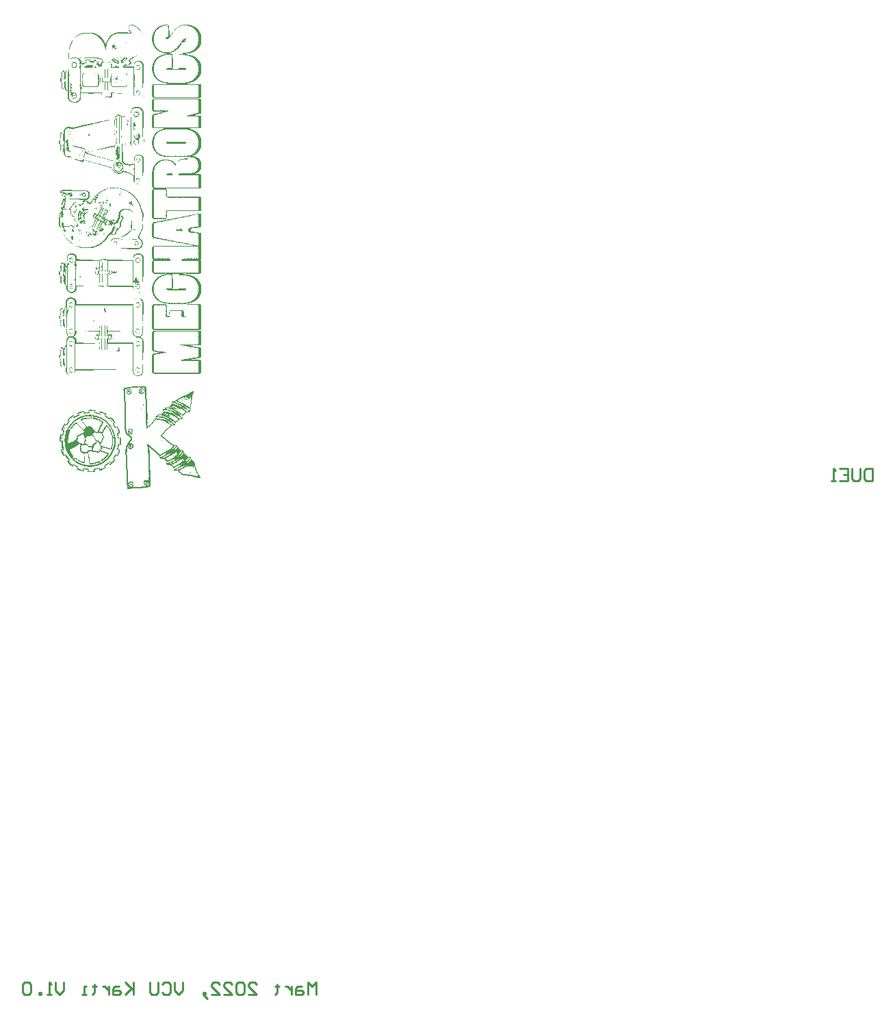
<source format=gbo>
G04*
G04 #@! TF.GenerationSoftware,Altium Limited,Altium Designer,21.7.2 (23)*
G04*
G04 Layer_Color=32896*
%FSLAX25Y25*%
%MOIN*%
G70*
G04*
G04 #@! TF.SameCoordinates,C79372BE-A85D-4624-A7F0-99D61F2BA69B*
G04*
G04*
G04 #@! TF.FilePolarity,Positive*
G04*
G01*
G75*
%ADD16C,0.01000*%
G36*
X143994Y488410D02*
X143898D01*
Y488314D01*
X143802D01*
Y488507D01*
X143898D01*
Y488603D01*
X143994D01*
Y488410D01*
D02*
G37*
G36*
X143705Y487542D02*
X143609D01*
Y487639D01*
Y487928D01*
X143705D01*
Y487542D01*
D02*
G37*
G36*
X146309Y486288D02*
X146117D01*
Y486481D01*
X146309D01*
Y486288D01*
D02*
G37*
G36*
X143898Y486963D02*
X143994D01*
Y486867D01*
X144187D01*
Y486770D01*
X144284D01*
Y486674D01*
X144380D01*
Y486578D01*
X144477D01*
Y486481D01*
X144573D01*
Y486385D01*
X144670D01*
Y486288D01*
X144766D01*
Y486192D01*
X144959D01*
Y486095D01*
X145055D01*
Y485999D01*
X145152D01*
Y485324D01*
X145055D01*
Y485227D01*
X144670D01*
Y485131D01*
X141776D01*
Y485034D01*
X141583D01*
Y485131D01*
X140040D01*
Y485034D01*
X139847D01*
Y485131D01*
X139557D01*
Y485227D01*
X138593D01*
Y485131D01*
X138110D01*
Y485034D01*
X137918D01*
Y484938D01*
X137628D01*
Y484841D01*
X137339D01*
Y484745D01*
X136953D01*
Y484648D01*
X136760D01*
Y484552D01*
X136664D01*
Y484455D01*
X136567D01*
Y484359D01*
X136278D01*
Y484263D01*
X136085D01*
Y484166D01*
X135988D01*
Y484070D01*
X135795D01*
Y483973D01*
X135699D01*
Y483877D01*
X135603D01*
Y483780D01*
X135506D01*
Y483684D01*
X135313D01*
Y483587D01*
X135217D01*
Y483491D01*
X135120D01*
Y483394D01*
X135024D01*
Y483298D01*
X134927D01*
Y483202D01*
X134831D01*
Y483008D01*
X134734D01*
Y482912D01*
X134638D01*
Y482719D01*
X134541D01*
Y482623D01*
X134445D01*
Y482526D01*
X134349D01*
Y482430D01*
X134252D01*
Y482237D01*
X134156D01*
Y481948D01*
X134059D01*
Y481851D01*
X133963D01*
Y481658D01*
X133866D01*
Y481562D01*
X133770D01*
Y481272D01*
X133673D01*
Y481079D01*
X133577D01*
Y480790D01*
X133481D01*
Y480597D01*
X133384D01*
Y480404D01*
X133288D01*
Y479922D01*
X133191D01*
Y479633D01*
X133095D01*
Y479247D01*
X132998D01*
Y478668D01*
X132902D01*
Y478282D01*
X132805D01*
Y477607D01*
X132709D01*
Y477125D01*
X132612D01*
Y477028D01*
X132516D01*
Y477125D01*
X132419D01*
Y478186D01*
X132323D01*
Y478475D01*
X132227D01*
Y478668D01*
X132130D01*
Y478957D01*
X132034D01*
Y479247D01*
X131937D01*
Y479536D01*
X131841D01*
Y479825D01*
X131744D01*
Y480018D01*
X131648D01*
Y480211D01*
X131551D01*
Y480308D01*
X131455D01*
Y480597D01*
X131358D01*
Y480790D01*
X131262D01*
Y480886D01*
X131165D01*
Y481079D01*
X131069D01*
Y481176D01*
X130973D01*
Y481369D01*
X130876D01*
Y481465D01*
X130780D01*
Y481755D01*
X130683D01*
Y481851D01*
X130587D01*
Y482044D01*
X130490D01*
Y482140D01*
X130394D01*
Y482237D01*
X130297D01*
Y482333D01*
X130201D01*
Y482430D01*
X130104D01*
Y482526D01*
X130008D01*
Y482623D01*
X129911D01*
Y482719D01*
X129815D01*
Y482816D01*
X129719D01*
Y482912D01*
X129526D01*
Y483008D01*
X129429D01*
Y483202D01*
X129333D01*
Y483298D01*
X129236D01*
Y483394D01*
X129140D01*
Y483491D01*
X129043D01*
Y483587D01*
X128947D01*
Y483684D01*
X128850D01*
Y483780D01*
X128657D01*
Y483877D01*
X128561D01*
Y483973D01*
X128465D01*
Y484070D01*
X128272D01*
Y484166D01*
X128079D01*
Y484263D01*
X127789D01*
Y484359D01*
X127693D01*
Y484455D01*
X127403D01*
Y484552D01*
X127307D01*
Y484648D01*
X127114D01*
Y484745D01*
X126825D01*
Y484841D01*
X126439D01*
Y484938D01*
X126053D01*
Y485034D01*
X125667D01*
Y485131D01*
X122581D01*
Y485034D01*
X121616D01*
Y484938D01*
X121230D01*
Y484841D01*
X120844D01*
Y484745D01*
X120555D01*
Y484648D01*
X120266D01*
Y484552D01*
X119976D01*
Y484455D01*
X119783D01*
Y484359D01*
X119590D01*
Y484263D01*
X119397D01*
Y484166D01*
X119204D01*
Y484070D01*
X119012D01*
Y483973D01*
X118915D01*
Y483877D01*
X118722D01*
Y483780D01*
X118626D01*
Y483684D01*
X118433D01*
Y483587D01*
X118336D01*
Y483491D01*
X118143D01*
Y483394D01*
X118047D01*
Y483298D01*
X117950D01*
Y483202D01*
X117854D01*
Y483105D01*
X117661D01*
Y483008D01*
X117565D01*
Y482912D01*
X117468D01*
Y482816D01*
X117372D01*
Y482719D01*
X117275D01*
Y482623D01*
X117179D01*
Y482526D01*
X117082D01*
Y482719D01*
X117179D01*
Y482816D01*
X117275D01*
Y482912D01*
X117372D01*
Y483008D01*
X117468D01*
Y483202D01*
X117565D01*
Y483298D01*
X117758D01*
Y483394D01*
X117854D01*
Y483491D01*
X117950D01*
Y483587D01*
X118047D01*
Y483684D01*
X118143D01*
Y483780D01*
X118240D01*
Y483877D01*
X118336D01*
Y483973D01*
X118529D01*
Y484070D01*
X118626D01*
Y484166D01*
X118722D01*
Y484263D01*
X118915D01*
Y484359D01*
X119108D01*
Y484455D01*
X119204D01*
Y484552D01*
X119397D01*
Y484648D01*
X119590D01*
Y484745D01*
X119783D01*
Y484841D01*
X119976D01*
Y484938D01*
X120169D01*
Y485034D01*
X120458D01*
Y485131D01*
X120748D01*
Y485227D01*
X121134D01*
Y485324D01*
X121327D01*
Y485420D01*
X121905D01*
Y485517D01*
X122388D01*
Y485613D01*
X125957D01*
Y485517D01*
X126342D01*
Y485420D01*
X126728D01*
Y485324D01*
X127018D01*
Y485227D01*
X127307D01*
Y485131D01*
X127596D01*
Y485034D01*
X127789D01*
Y484938D01*
X127982D01*
Y484841D01*
X128272D01*
Y484745D01*
X128465D01*
Y484648D01*
X128561D01*
Y484552D01*
X128754D01*
Y484455D01*
X128947D01*
Y484359D01*
X129140D01*
Y484263D01*
X129333D01*
Y484166D01*
X129429D01*
Y484070D01*
X129622D01*
Y483973D01*
X129719D01*
Y483877D01*
X129911D01*
Y483780D01*
X130008D01*
Y483684D01*
X130201D01*
Y483587D01*
X130297D01*
Y483491D01*
X130394D01*
Y483394D01*
X130490D01*
Y483298D01*
X130587D01*
Y483105D01*
X130683D01*
Y483008D01*
X130780D01*
Y482912D01*
X130876D01*
Y482816D01*
X130973D01*
Y482623D01*
X131069D01*
Y482526D01*
X131165D01*
Y482430D01*
X131262D01*
Y482333D01*
X131358D01*
Y482140D01*
X131455D01*
Y482044D01*
X131551D01*
Y481851D01*
X131648D01*
Y481755D01*
X131744D01*
Y481562D01*
X131841D01*
Y481465D01*
X131937D01*
Y481272D01*
X132034D01*
Y481079D01*
X132130D01*
Y480886D01*
X132227D01*
Y480693D01*
X132323D01*
Y480501D01*
X132419D01*
Y480211D01*
X132516D01*
Y480115D01*
X132612D01*
Y480211D01*
X132709D01*
Y480501D01*
X132805D01*
Y480693D01*
X132902D01*
Y480790D01*
X132998D01*
Y480886D01*
X133095D01*
Y480983D01*
X133191D01*
Y481272D01*
X133288D01*
Y481465D01*
X133384D01*
Y481755D01*
X133481D01*
Y481851D01*
X133577D01*
Y482140D01*
X133673D01*
Y482237D01*
X133770D01*
Y482333D01*
Y482430D01*
X133866D01*
Y482623D01*
X133963D01*
Y482719D01*
X134059D01*
Y482912D01*
X134156D01*
Y483008D01*
X134252D01*
Y483202D01*
X134349D01*
Y483298D01*
X134445D01*
Y483394D01*
X134541D01*
Y483587D01*
X134638D01*
Y483684D01*
X134734D01*
Y483780D01*
X134831D01*
Y483877D01*
X134927D01*
Y483973D01*
X135024D01*
Y484070D01*
X135120D01*
Y484166D01*
X135217D01*
Y484263D01*
X135313D01*
Y484359D01*
X135410D01*
Y484455D01*
X135603D01*
Y484552D01*
X135699D01*
Y484648D01*
X135795D01*
Y484745D01*
X135988D01*
Y484841D01*
X136085D01*
Y484938D01*
X136374D01*
Y485034D01*
X136471D01*
Y485131D01*
X136760D01*
Y485227D01*
X136953D01*
Y485324D01*
X137146D01*
Y485420D01*
X137435D01*
Y485517D01*
X137725D01*
Y485613D01*
X138303D01*
Y485709D01*
X138979D01*
Y485806D01*
X141004D01*
Y485709D01*
X143609D01*
Y485613D01*
X144573D01*
Y485709D01*
X144670D01*
Y485999D01*
X144573D01*
Y486095D01*
X144477D01*
Y486288D01*
X144284D01*
Y486481D01*
X144187D01*
Y486578D01*
X143994D01*
Y486770D01*
X143898D01*
Y486867D01*
X143802D01*
Y487156D01*
X143898D01*
Y486963D01*
D02*
G37*
G36*
X145538Y489375D02*
X146020D01*
Y489278D01*
X146309D01*
Y489182D01*
X146406D01*
Y489085D01*
X146695D01*
Y488989D01*
X146792D01*
Y488893D01*
X146985D01*
Y488796D01*
X147178D01*
Y488700D01*
X147371D01*
Y488603D01*
X147564D01*
Y488507D01*
X147660D01*
Y488410D01*
X147853D01*
Y488314D01*
X147949D01*
Y488217D01*
X148142D01*
Y488121D01*
X148239D01*
Y488024D01*
X148335D01*
Y487928D01*
X148528D01*
Y487831D01*
X148625D01*
Y487735D01*
X148721D01*
Y487639D01*
X148818D01*
Y487446D01*
X148914D01*
Y487349D01*
X149010D01*
Y487253D01*
X149107D01*
Y487156D01*
X149203D01*
Y487060D01*
X149300D01*
Y486867D01*
X149396D01*
Y486770D01*
X149493D01*
Y486674D01*
X149589D01*
Y486481D01*
X149686D01*
Y486385D01*
X149782D01*
Y486288D01*
X149879D01*
Y486095D01*
X149975D01*
Y485902D01*
X150071D01*
Y485806D01*
X150168D01*
Y485517D01*
X150071D01*
Y485709D01*
X149975D01*
Y485806D01*
X149879D01*
Y485902D01*
X149782D01*
Y485999D01*
X149686D01*
Y486095D01*
X149589D01*
Y486192D01*
X149493D01*
Y486288D01*
X149396D01*
Y486481D01*
X149300D01*
Y486578D01*
X149203D01*
Y486674D01*
X149107D01*
Y486770D01*
X149010D01*
Y486963D01*
X148818D01*
Y487156D01*
X148721D01*
Y487253D01*
X148625D01*
Y487349D01*
X148528D01*
Y487446D01*
X148432D01*
Y487542D01*
X148335D01*
Y487639D01*
X148142D01*
Y487735D01*
X148046D01*
Y487831D01*
X147949D01*
Y487928D01*
X147853D01*
Y488024D01*
X147660D01*
Y488121D01*
X147564D01*
Y488217D01*
X147371D01*
Y488314D01*
X147081D01*
Y488507D01*
X146985D01*
Y488603D01*
X146792D01*
Y488700D01*
X146599D01*
Y488796D01*
X146502D01*
Y488893D01*
X146309D01*
Y488989D01*
X145924D01*
Y489085D01*
X144670D01*
Y488989D01*
X144380D01*
Y488893D01*
X144284D01*
Y488796D01*
X144187D01*
Y488700D01*
X144091D01*
Y488603D01*
X143994D01*
Y488796D01*
X144091D01*
Y488893D01*
X144187D01*
Y488989D01*
X144284D01*
Y489085D01*
X144380D01*
Y489182D01*
X144477D01*
Y489278D01*
X144766D01*
Y489375D01*
X145055D01*
Y489471D01*
X145538D01*
Y489375D01*
D02*
G37*
G36*
X150361Y485324D02*
Y485227D01*
X150264D01*
Y485420D01*
X150361D01*
Y485324D01*
D02*
G37*
G36*
X172161Y489471D02*
X172932D01*
Y489375D01*
X173511D01*
Y489278D01*
X173897D01*
Y489182D01*
X174283D01*
Y489085D01*
X174669D01*
Y488989D01*
X174861D01*
Y488893D01*
X175151D01*
Y488796D01*
X175344D01*
Y488700D01*
X175537D01*
Y488603D01*
X175730D01*
Y488507D01*
X175923D01*
Y488410D01*
X176115D01*
Y488314D01*
X176308D01*
Y488217D01*
X176405D01*
Y488121D01*
X176598D01*
Y488024D01*
X176694D01*
Y487928D01*
X176791D01*
Y487831D01*
X176983D01*
Y487735D01*
X177080D01*
Y487639D01*
X177176D01*
Y487542D01*
X177273D01*
Y487446D01*
X177369D01*
Y487349D01*
X177466D01*
Y487253D01*
X177562D01*
Y487156D01*
X177659D01*
Y487060D01*
X177755D01*
Y486963D01*
X177852D01*
Y486867D01*
X177948D01*
Y486770D01*
X178045D01*
Y486578D01*
X178141D01*
Y486481D01*
X178237D01*
Y486288D01*
X178334D01*
Y486192D01*
X178430D01*
Y485999D01*
X178527D01*
Y485902D01*
X178623D01*
Y485613D01*
X178720D01*
Y485420D01*
X178816D01*
Y485227D01*
X178913D01*
Y484938D01*
X179009D01*
Y484745D01*
X179106D01*
Y484359D01*
X179202D01*
Y483973D01*
X179298D01*
Y480983D01*
X179202D01*
Y480597D01*
X179106D01*
Y480115D01*
X179009D01*
Y479922D01*
X178913D01*
Y479633D01*
X178816D01*
Y479440D01*
X178720D01*
Y479247D01*
X178623D01*
Y478957D01*
X178527D01*
Y478861D01*
X178430D01*
Y478668D01*
X178334D01*
Y478571D01*
X178237D01*
Y478378D01*
X178141D01*
Y478282D01*
X178045D01*
Y478089D01*
X177948D01*
Y477993D01*
X177852D01*
Y477896D01*
X177755D01*
Y477703D01*
X177659D01*
Y477607D01*
X177562D01*
Y477510D01*
X177466D01*
Y477414D01*
X177369D01*
Y477317D01*
X177273D01*
Y477221D01*
X177080D01*
Y477125D01*
X176983D01*
Y477028D01*
X176887D01*
Y476932D01*
X176694D01*
Y476835D01*
X176598D01*
Y476739D01*
X176501D01*
Y476642D01*
X176308D01*
Y476546D01*
X176115D01*
Y476449D01*
X175923D01*
Y476353D01*
X175730D01*
Y476256D01*
X175537D01*
Y476160D01*
X175247D01*
Y476063D01*
X175054D01*
Y475967D01*
X174861D01*
Y475871D01*
X174476D01*
Y475774D01*
X174186D01*
Y475678D01*
X173800D01*
Y475581D01*
X173415D01*
Y475485D01*
X172739D01*
Y475388D01*
X171871D01*
Y475195D01*
X172064D01*
Y475099D01*
X172257D01*
Y475002D01*
X172643D01*
Y474906D01*
X173222D01*
Y474810D01*
X173607D01*
Y474713D01*
X173993D01*
Y474617D01*
X174283D01*
Y474520D01*
X174572D01*
Y474424D01*
X174861D01*
Y474327D01*
X175054D01*
Y474231D01*
X175344D01*
Y474134D01*
X175537D01*
Y474038D01*
X175730D01*
Y473941D01*
X175923D01*
Y473845D01*
X176115D01*
Y473748D01*
X176212D01*
Y473652D01*
X176405D01*
Y473556D01*
X176598D01*
Y473459D01*
X176694D01*
Y473363D01*
X176791D01*
Y473266D01*
X176887D01*
Y473170D01*
X177080D01*
Y473073D01*
X177176D01*
Y472977D01*
X177273D01*
Y472880D01*
X177369D01*
Y472784D01*
X177466D01*
Y472687D01*
X177562D01*
Y472591D01*
X177659D01*
Y472495D01*
X177755D01*
Y472398D01*
X177852D01*
Y472302D01*
X177948D01*
Y472205D01*
X178045D01*
Y472012D01*
X178141D01*
Y471916D01*
X178237D01*
Y471723D01*
X178334D01*
Y471626D01*
X178430D01*
Y471433D01*
X178527D01*
Y471337D01*
X178623D01*
Y471144D01*
X178720D01*
Y470855D01*
X178816D01*
Y470662D01*
X178913D01*
Y470372D01*
X179009D01*
Y470180D01*
X179106D01*
Y469697D01*
X179202D01*
Y469408D01*
X179298D01*
Y466418D01*
X179202D01*
Y466128D01*
X179106D01*
Y465742D01*
X179009D01*
Y465549D01*
X178913D01*
Y465260D01*
X178816D01*
Y465067D01*
X178720D01*
Y464874D01*
X178623D01*
Y464681D01*
X178527D01*
Y464488D01*
X178430D01*
Y464295D01*
X178334D01*
Y464199D01*
X178237D01*
Y464006D01*
X178141D01*
Y463910D01*
X178045D01*
Y463813D01*
X177948D01*
Y463717D01*
X177852D01*
Y463524D01*
X177755D01*
Y463427D01*
X177659D01*
Y463331D01*
X177562D01*
Y463234D01*
X177466D01*
Y463138D01*
X177369D01*
Y463041D01*
X177273D01*
Y462945D01*
X177176D01*
Y462849D01*
X177080D01*
Y462752D01*
X176887D01*
Y462656D01*
X176791D01*
Y462559D01*
X176694D01*
Y462463D01*
X176598D01*
Y462366D01*
X176405D01*
Y462270D01*
X176308D01*
Y462173D01*
X176115D01*
Y462077D01*
X175923D01*
Y461980D01*
X175826D01*
Y461884D01*
X175633D01*
Y461788D01*
X175440D01*
Y461691D01*
X175247D01*
Y461595D01*
X174958D01*
Y461498D01*
X174765D01*
Y461402D01*
X174476D01*
Y461305D01*
X174283D01*
Y461209D01*
X173800D01*
Y461112D01*
X173511D01*
Y461016D01*
X173125D01*
Y460919D01*
X172643D01*
Y460823D01*
X172450D01*
Y460726D01*
X172546D01*
Y460630D01*
X173222D01*
Y460534D01*
X173415D01*
Y460630D01*
X178623D01*
Y460534D01*
X178913D01*
Y460437D01*
X179009D01*
Y460341D01*
X179106D01*
Y460244D01*
X179202D01*
Y460051D01*
X179298D01*
Y454457D01*
X179202D01*
Y454264D01*
X179106D01*
Y454071D01*
X179009D01*
Y453974D01*
X178913D01*
Y453878D01*
X178527D01*
Y453781D01*
X155955D01*
Y453878D01*
X155666D01*
Y453974D01*
X155570D01*
Y454071D01*
X155473D01*
Y454167D01*
X155377D01*
Y454360D01*
X155280D01*
Y459858D01*
X155377D01*
Y460148D01*
X155473D01*
Y460341D01*
X155570D01*
Y460437D01*
X155666D01*
Y460534D01*
X155859D01*
Y460630D01*
X162418D01*
Y460823D01*
X162225D01*
Y460919D01*
X161743D01*
Y461016D01*
X161261D01*
Y461112D01*
X160971D01*
Y461209D01*
X160489D01*
Y461305D01*
X160296D01*
Y461402D01*
X159910D01*
Y461498D01*
X159717D01*
Y461595D01*
X159428D01*
Y461691D01*
X159235D01*
Y461788D01*
X159042D01*
Y461884D01*
X158849D01*
Y461980D01*
X158656D01*
Y462077D01*
X158463D01*
Y462173D01*
X158367D01*
Y462270D01*
X158174D01*
Y462366D01*
X158078D01*
Y462463D01*
X157981D01*
Y462559D01*
X157788D01*
Y462656D01*
X157692D01*
Y462752D01*
X157595D01*
Y462849D01*
X157499D01*
Y462945D01*
X157306D01*
Y463041D01*
X157209D01*
Y463138D01*
X157113D01*
Y463234D01*
X157017D01*
Y463331D01*
X156920D01*
Y463524D01*
X156824D01*
Y463620D01*
X156727D01*
Y463717D01*
X156631D01*
Y463813D01*
X156534D01*
Y464006D01*
X156438D01*
Y464103D01*
X156341D01*
Y464295D01*
X156245D01*
Y464392D01*
X156148D01*
Y464585D01*
X156052D01*
Y464778D01*
X155955D01*
Y464971D01*
X155859D01*
Y465067D01*
X155763D01*
Y465453D01*
X155666D01*
Y465646D01*
X155570D01*
Y466032D01*
X155473D01*
Y466321D01*
X155377D01*
Y466803D01*
X155280D01*
Y469215D01*
X155377D01*
Y469697D01*
X155473D01*
Y469987D01*
X155570D01*
Y470469D01*
X155666D01*
Y470565D01*
X155763D01*
Y470855D01*
X155859D01*
Y471048D01*
X155955D01*
Y471241D01*
X156052D01*
Y471433D01*
X156148D01*
Y471626D01*
X156245D01*
Y471819D01*
X156341D01*
Y471916D01*
X156438D01*
Y472109D01*
X156534D01*
Y472205D01*
X156631D01*
Y472302D01*
X156727D01*
Y472398D01*
X156824D01*
Y472591D01*
X156920D01*
Y472687D01*
X157017D01*
Y472784D01*
X157113D01*
Y472880D01*
X157209D01*
Y472977D01*
X157306D01*
Y473073D01*
X157402D01*
Y473170D01*
X157499D01*
Y473266D01*
X157595D01*
Y473363D01*
X157788D01*
Y473459D01*
X157885D01*
Y473556D01*
X157981D01*
Y473652D01*
X158078D01*
Y473748D01*
X158271D01*
Y473845D01*
X158367D01*
Y473941D01*
X158560D01*
Y474038D01*
X158753D01*
Y474134D01*
X158849D01*
Y474231D01*
X159139D01*
Y474327D01*
X159235D01*
Y474424D01*
X159428D01*
Y474520D01*
X159717D01*
Y474617D01*
X159910D01*
Y474713D01*
X160296D01*
Y474810D01*
X160489D01*
Y474906D01*
X160875D01*
Y475002D01*
X161164D01*
Y475099D01*
X161646D01*
Y475195D01*
X162032D01*
Y475292D01*
X162225D01*
Y475388D01*
X162032D01*
Y475485D01*
X161550D01*
Y475581D01*
X160971D01*
Y475678D01*
X160489D01*
Y475774D01*
X160103D01*
Y475871D01*
X159814D01*
Y475967D01*
X159621D01*
Y476063D01*
X159332D01*
Y476160D01*
X159139D01*
Y476256D01*
X158946D01*
Y476353D01*
X158753D01*
Y476449D01*
X158560D01*
Y476546D01*
X158463D01*
Y476642D01*
X158271D01*
Y476739D01*
X158078D01*
Y476835D01*
X157981D01*
Y476932D01*
X157885D01*
Y477028D01*
X157788D01*
Y477125D01*
X157595D01*
Y477221D01*
X157499D01*
Y477317D01*
X157402D01*
Y477414D01*
X157306D01*
Y477510D01*
X157209D01*
Y477607D01*
X157113D01*
Y477703D01*
X157017D01*
Y477800D01*
X156920D01*
Y477896D01*
X156824D01*
Y477993D01*
X156727D01*
Y478186D01*
X156631D01*
Y478282D01*
X156534D01*
Y478475D01*
X156438D01*
Y478571D01*
X156341D01*
Y478668D01*
X156245D01*
Y478861D01*
X156148D01*
Y479054D01*
X156052D01*
Y479247D01*
X155955D01*
Y479440D01*
X155859D01*
Y479536D01*
X155763D01*
Y479922D01*
X155666D01*
Y480115D01*
X155570D01*
Y480501D01*
X155473D01*
Y480790D01*
X155377D01*
Y481272D01*
X155280D01*
Y483684D01*
X155377D01*
Y484166D01*
X155473D01*
Y484455D01*
X155570D01*
Y484841D01*
X155666D01*
Y485034D01*
X155763D01*
Y485324D01*
X155859D01*
Y485517D01*
X155955D01*
Y485709D01*
X156052D01*
Y485902D01*
X156148D01*
Y486095D01*
X156245D01*
Y486192D01*
X156341D01*
Y486385D01*
X156438D01*
Y486481D01*
X156534D01*
Y486674D01*
X156631D01*
Y486770D01*
X156727D01*
Y486867D01*
X156824D01*
Y487060D01*
X156920D01*
Y487156D01*
X157017D01*
Y487253D01*
X157113D01*
Y487349D01*
X157209D01*
Y487446D01*
X157306D01*
Y487542D01*
X157402D01*
Y487639D01*
X157499D01*
Y487735D01*
X157595D01*
Y487831D01*
X157788D01*
Y487928D01*
X157885D01*
Y488024D01*
X157981D01*
Y488121D01*
X158078D01*
Y488217D01*
X158271D01*
Y488314D01*
X158367D01*
Y488410D01*
X158560D01*
Y488507D01*
X158753D01*
Y488603D01*
X158946D01*
Y488700D01*
X159042D01*
Y488796D01*
X159235D01*
Y488893D01*
X159524D01*
Y488989D01*
X159717D01*
Y489085D01*
X160007D01*
Y489182D01*
X160296D01*
Y489278D01*
X160682D01*
Y489375D01*
X161164D01*
Y489471D01*
X161646D01*
Y489568D01*
X162804D01*
Y489471D01*
X162997D01*
Y489375D01*
X163190D01*
Y489278D01*
X163286D01*
Y489182D01*
X163383D01*
Y488893D01*
X163479D01*
Y488796D01*
X163576D01*
Y486578D01*
X163672D01*
Y485324D01*
X163769D01*
Y484166D01*
X163865D01*
Y484070D01*
X163962D01*
Y484166D01*
X164058D01*
Y484263D01*
X164154D01*
Y484359D01*
X164251D01*
Y484455D01*
X164347D01*
Y484648D01*
X164444D01*
Y484745D01*
X164540D01*
Y484841D01*
X164637D01*
Y484938D01*
X164733D01*
Y485131D01*
X164830D01*
Y485227D01*
X164926D01*
Y485324D01*
X165023D01*
Y485517D01*
X165119D01*
Y485613D01*
X165216D01*
Y485806D01*
X165312D01*
Y485902D01*
X165408D01*
Y485999D01*
X165505D01*
Y486192D01*
X165601D01*
Y486288D01*
X165698D01*
Y486481D01*
X165794D01*
Y486578D01*
X165891D01*
Y486674D01*
X165987D01*
Y486770D01*
X166084D01*
Y486867D01*
X166180D01*
Y487060D01*
X166277D01*
Y487156D01*
X166373D01*
Y487253D01*
X166470D01*
Y487349D01*
X166566D01*
Y487446D01*
X166759D01*
Y487542D01*
X166855D01*
Y487639D01*
X166952D01*
Y487735D01*
X167048D01*
Y487831D01*
X167145D01*
Y487928D01*
X167338D01*
Y488024D01*
X167434D01*
Y488121D01*
X167531D01*
Y488217D01*
X167723D01*
Y488314D01*
X167820D01*
Y488410D01*
X168013D01*
Y488507D01*
X168206D01*
Y488603D01*
X168399D01*
Y488700D01*
X168495D01*
Y488796D01*
X168688D01*
Y488893D01*
X168977D01*
Y488989D01*
X169074D01*
Y489085D01*
X169460D01*
Y489182D01*
X169653D01*
Y489278D01*
X170038D01*
Y489375D01*
X170521D01*
Y489471D01*
X171003D01*
Y489568D01*
X172161D01*
Y489471D01*
D02*
G37*
G36*
X151615Y483684D02*
X151518D01*
Y483780D01*
X151615D01*
Y483684D01*
D02*
G37*
G36*
X146213Y483298D02*
X146117D01*
Y483202D01*
X146020D01*
Y483394D01*
X146213D01*
Y483298D01*
D02*
G37*
G36*
X151904Y482816D02*
X151808D01*
Y483008D01*
Y483105D01*
X151904D01*
Y482816D01*
D02*
G37*
G36*
X117082Y482430D02*
X116986D01*
Y482526D01*
X117082D01*
Y482430D01*
D02*
G37*
G36*
X129526Y481369D02*
X129429D01*
Y481465D01*
X129526D01*
Y481369D01*
D02*
G37*
G36*
X152097Y481465D02*
Y481369D01*
Y480693D01*
X152001D01*
Y481755D01*
X152097D01*
Y481465D01*
D02*
G37*
G36*
X142548Y480790D02*
X142740D01*
Y480693D01*
Y480597D01*
X142451D01*
Y480693D01*
X142355D01*
Y480790D01*
X142451D01*
Y480886D01*
X142548D01*
Y480790D01*
D02*
G37*
G36*
X128657Y480597D02*
X128561D01*
Y480693D01*
X128657D01*
Y480597D01*
D02*
G37*
G36*
X136181Y480115D02*
X136085D01*
Y480211D01*
Y480308D01*
X136181D01*
Y480115D01*
D02*
G37*
G36*
X136953D02*
X137049D01*
Y480018D01*
Y479922D01*
X136856D01*
Y480211D01*
X136953D01*
Y480115D01*
D02*
G37*
G36*
X152097Y479054D02*
X152001D01*
Y479536D01*
Y479633D01*
Y480115D01*
X152097D01*
Y479054D01*
D02*
G37*
G36*
X137918Y478282D02*
X137821D01*
Y478186D01*
X137628D01*
Y478571D01*
X137918D01*
Y478282D01*
D02*
G37*
G36*
X151904Y477896D02*
X151808D01*
Y477993D01*
Y478186D01*
X151904D01*
Y477896D01*
D02*
G37*
G36*
X136181Y477510D02*
X135988D01*
Y477607D01*
Y477703D01*
X136181D01*
Y477510D01*
D02*
G37*
G36*
X136471Y479440D02*
X136664D01*
Y479343D01*
X137242D01*
Y479247D01*
X137339D01*
Y479343D01*
X137435D01*
Y479247D01*
X137628D01*
Y479054D01*
X137532D01*
Y478861D01*
X137628D01*
Y478764D01*
X137242D01*
Y478668D01*
X137146D01*
Y478571D01*
X136953D01*
Y478089D01*
X137435D01*
Y477993D01*
X137628D01*
Y478089D01*
X137725D01*
Y477896D01*
X137821D01*
Y477800D01*
X137725D01*
Y477607D01*
X137628D01*
Y477414D01*
X137532D01*
Y477510D01*
X137435D01*
Y477607D01*
X137339D01*
Y477800D01*
X136953D01*
Y477607D01*
X136664D01*
Y477703D01*
X136567D01*
Y477800D01*
X136664D01*
Y477896D01*
Y478089D01*
X136567D01*
Y478282D01*
X135892D01*
Y478186D01*
X135699D01*
Y478475D01*
X135795D01*
Y478861D01*
X135892D01*
Y478957D01*
X135988D01*
Y479247D01*
X135892D01*
Y479343D01*
X135795D01*
Y479440D01*
X135506D01*
Y479536D01*
X136181D01*
Y479633D01*
X136278D01*
Y479922D01*
X136471D01*
Y479440D01*
D02*
G37*
G36*
X136953Y476835D02*
X136856D01*
Y476642D01*
X136760D01*
Y476739D01*
Y476835D01*
Y476932D01*
X136953D01*
Y476835D01*
D02*
G37*
G36*
X137821Y475967D02*
X137628D01*
Y476160D01*
X137821D01*
Y475967D01*
D02*
G37*
G36*
X148239Y474520D02*
X148046D01*
Y474617D01*
X148239D01*
Y474520D01*
D02*
G37*
G36*
X147853Y474231D02*
X147564D01*
Y474327D01*
X147660D01*
Y474424D01*
X147853D01*
Y474231D01*
D02*
G37*
G36*
X140040Y473363D02*
X139943D01*
Y473266D01*
X139750D01*
Y473170D01*
X139461D01*
Y473266D01*
X139654D01*
Y473363D01*
X139847D01*
Y473459D01*
X139943D01*
Y473556D01*
X140040D01*
Y473363D01*
D02*
G37*
G36*
X138400Y473266D02*
X138593D01*
Y473170D01*
X138303D01*
Y473363D01*
X138400D01*
Y473266D01*
D02*
G37*
G36*
X147564Y474134D02*
X147467D01*
Y474038D01*
X147274D01*
Y473941D01*
X147081D01*
Y473845D01*
X146985D01*
Y473748D01*
X146502D01*
Y473652D01*
X146406D01*
Y473556D01*
X146117D01*
Y473459D01*
X146020D01*
Y473266D01*
X145924D01*
Y473073D01*
X145827D01*
Y472977D01*
X145731D01*
Y472880D01*
X144959D01*
Y472784D01*
X144766D01*
Y472398D01*
X144670D01*
Y472205D01*
X144573D01*
Y472012D01*
X144477D01*
Y471723D01*
X144573D01*
Y471626D01*
X144766D01*
Y471530D01*
X144959D01*
Y471337D01*
X145055D01*
Y471241D01*
X145152D01*
Y470662D01*
X145055D01*
Y470469D01*
X144959D01*
Y470372D01*
X144863D01*
Y470276D01*
X144766D01*
Y470180D01*
X144670D01*
Y470083D01*
X144284D01*
Y469987D01*
X144091D01*
Y469890D01*
X143994D01*
Y469794D01*
X143898D01*
Y469697D01*
X143802D01*
Y469601D01*
X143705D01*
Y469504D01*
X143609D01*
Y469408D01*
X143416D01*
Y469311D01*
X143030D01*
Y469408D01*
X142933D01*
Y469504D01*
X142548D01*
Y469601D01*
X142355D01*
Y469504D01*
X142065D01*
Y469408D01*
X141969D01*
Y469311D01*
X141872D01*
Y469215D01*
X143416D01*
Y469118D01*
X143609D01*
Y469215D01*
X144863D01*
Y469118D01*
X145055D01*
Y469022D01*
X146213D01*
Y469118D01*
X146406D01*
Y469311D01*
Y469408D01*
Y470083D01*
X146502D01*
Y470565D01*
X146599D01*
Y470758D01*
X146695D01*
Y470951D01*
X146792D01*
Y471144D01*
X146888D01*
Y471241D01*
X146985D01*
Y471337D01*
X147081D01*
Y471433D01*
X147178D01*
Y471530D01*
X147274D01*
Y471626D01*
X147467D01*
Y471723D01*
X147660D01*
Y471819D01*
X147949D01*
Y471916D01*
X149396D01*
Y471819D01*
X149589D01*
Y471723D01*
X149782D01*
Y471626D01*
X149975D01*
Y471530D01*
X150071D01*
Y471433D01*
X150264D01*
Y471337D01*
X150361D01*
Y471241D01*
X150554D01*
Y471144D01*
X150747D01*
Y471048D01*
X150843D01*
Y470951D01*
X150747D01*
Y470855D01*
X150843D01*
Y470662D01*
X150940D01*
Y470469D01*
X151036D01*
Y470180D01*
X151133D01*
Y469697D01*
X151229D01*
Y463717D01*
X151133D01*
Y462559D01*
X151036D01*
Y460823D01*
X150940D01*
Y460051D01*
X150843D01*
Y459087D01*
X150747D01*
Y458797D01*
X150650D01*
Y458894D01*
X150554D01*
Y469697D01*
X150457D01*
Y469987D01*
X150361D01*
Y470276D01*
X150264D01*
Y470469D01*
X150168D01*
Y470662D01*
X150071D01*
Y470855D01*
X149975D01*
Y470951D01*
X149879D01*
Y471048D01*
X149782D01*
Y471144D01*
X149589D01*
Y471241D01*
X149300D01*
Y471337D01*
X148818D01*
Y471433D01*
X148046D01*
Y471337D01*
X147564D01*
Y471241D01*
X147371D01*
Y471144D01*
X147274D01*
Y471048D01*
X147178D01*
Y470951D01*
X147081D01*
Y470855D01*
X146985D01*
Y470662D01*
X146888D01*
Y470565D01*
X146792D01*
Y470276D01*
X146695D01*
Y469987D01*
X146599D01*
Y465067D01*
X146695D01*
Y462270D01*
X146599D01*
Y461402D01*
X146695D01*
Y460823D01*
X146599D01*
Y460534D01*
X146695D01*
Y459280D01*
X146599D01*
Y455035D01*
X146695D01*
Y454746D01*
X146792D01*
Y454553D01*
X146888D01*
Y454457D01*
Y454360D01*
X146792D01*
Y454553D01*
X146695D01*
Y454650D01*
X146599D01*
Y454746D01*
X146502D01*
Y454939D01*
X146406D01*
Y455132D01*
X146309D01*
Y455711D01*
X146213D01*
Y455807D01*
X146117D01*
Y455903D01*
X146020D01*
Y456193D01*
X145924D01*
Y456289D01*
X146020D01*
Y456386D01*
X146213D01*
Y456579D01*
X146309D01*
Y459665D01*
X146213D01*
Y460148D01*
X146309D01*
Y460437D01*
X146213D01*
Y460534D01*
X146309D01*
Y461691D01*
X146213D01*
Y465646D01*
X146309D01*
Y468347D01*
X146213D01*
Y468540D01*
X144284D01*
Y468443D01*
X142933D01*
Y468540D01*
X142355D01*
Y468443D01*
X141583D01*
Y468540D01*
X141101D01*
Y468636D01*
X141004D01*
Y468829D01*
X141101D01*
Y469022D01*
X141004D01*
Y469215D01*
X140908D01*
Y469408D01*
X141004D01*
Y469504D01*
X141197D01*
Y469601D01*
X141390D01*
Y469697D01*
X141680D01*
Y469794D01*
X141776D01*
Y469890D01*
X141969D01*
Y469987D01*
X142065D01*
Y470083D01*
X142258D01*
Y470180D01*
X142355D01*
Y470276D01*
X142451D01*
Y470372D01*
X142644D01*
Y470180D01*
X142740D01*
Y469987D01*
X142837D01*
Y469890D01*
X142933D01*
Y469794D01*
X143030D01*
Y469697D01*
X143126D01*
Y469601D01*
X143416D01*
Y469697D01*
X143512D01*
Y469794D01*
X143609D01*
Y469890D01*
X143705D01*
Y469987D01*
X143802D01*
Y470083D01*
X143898D01*
Y470276D01*
X143994D01*
Y470372D01*
X144091D01*
Y470469D01*
X144187D01*
Y470565D01*
X144284D01*
Y470662D01*
X144380D01*
Y470758D01*
X144477D01*
Y471048D01*
X144380D01*
Y471144D01*
X144284D01*
Y471241D01*
X144187D01*
Y471433D01*
X144091D01*
Y471530D01*
X143802D01*
Y471819D01*
X143898D01*
Y471916D01*
X143994D01*
Y472109D01*
X144091D01*
Y472205D01*
X144187D01*
Y472398D01*
X144284D01*
Y472591D01*
X144380D01*
Y472880D01*
X144477D01*
Y473073D01*
X144573D01*
Y473170D01*
X144863D01*
Y473073D01*
X145538D01*
Y473170D01*
X145634D01*
Y473652D01*
X145731D01*
Y473748D01*
X146406D01*
Y473845D01*
X146502D01*
Y473941D01*
X146695D01*
Y474038D01*
X146985D01*
Y474134D01*
X147081D01*
Y474231D01*
X147564D01*
Y474134D01*
D02*
G37*
G36*
X116697Y481755D02*
X116600D01*
Y481465D01*
X116504D01*
Y480983D01*
X116407D01*
Y480886D01*
X116311D01*
Y480790D01*
X116214D01*
Y480597D01*
X116118D01*
Y480404D01*
X116021D01*
Y480211D01*
X115925D01*
Y480018D01*
X115828D01*
Y479729D01*
X115732D01*
Y479440D01*
X115636D01*
Y479247D01*
X115539D01*
Y479054D01*
X115443D01*
Y478668D01*
X115346D01*
Y478475D01*
X115250D01*
Y478089D01*
X115153D01*
Y477703D01*
X115057D01*
Y477317D01*
X114960D01*
Y476449D01*
X114864D01*
Y475967D01*
X114767D01*
Y474906D01*
X114671D01*
Y472687D01*
X114575D01*
Y472784D01*
X114478D01*
Y474327D01*
X114575D01*
Y475774D01*
X114671D01*
Y477028D01*
X114767D01*
Y477510D01*
X114864D01*
Y478089D01*
X114960D01*
Y478475D01*
X115057D01*
Y478861D01*
X115153D01*
Y479150D01*
X115250D01*
Y479440D01*
X115346D01*
Y479729D01*
X115443D01*
Y479922D01*
X115539D01*
Y480308D01*
X115636D01*
Y480404D01*
X115732D01*
Y480693D01*
X115828D01*
Y480886D01*
X115925D01*
Y480983D01*
X116021D01*
Y481176D01*
X116118D01*
Y481369D01*
X116214D01*
Y481562D01*
X116311D01*
Y481658D01*
X116407D01*
Y481755D01*
X116504D01*
Y481948D01*
X116697D01*
Y481755D01*
D02*
G37*
G36*
X115539Y472495D02*
X115443D01*
Y472398D01*
X115346D01*
Y472302D01*
X115250D01*
Y472205D01*
X115153D01*
Y472398D01*
X115250D01*
Y472495D01*
X115346D01*
Y472591D01*
X115443D01*
Y472687D01*
X115539D01*
Y472495D01*
D02*
G37*
G36*
X145634Y471819D02*
X145538D01*
Y471916D01*
X145634D01*
Y471819D01*
D02*
G37*
G36*
X145441Y471433D02*
X145345D01*
Y471530D01*
X145441D01*
Y471433D01*
D02*
G37*
G36*
X124028Y471048D02*
X123835D01*
Y471144D01*
X124028D01*
Y471048D01*
D02*
G37*
G36*
X133770Y470951D02*
X133866D01*
Y470855D01*
X133288D01*
Y470951D01*
X133577D01*
Y471048D01*
X133770D01*
Y470951D01*
D02*
G37*
G36*
X143126Y473459D02*
X143223D01*
Y473266D01*
X143126D01*
Y473073D01*
X143030D01*
Y472880D01*
X142933D01*
Y472687D01*
X142837D01*
Y472591D01*
X142740D01*
Y472495D01*
X142644D01*
Y472398D01*
X142548D01*
Y472205D01*
X142451D01*
Y472109D01*
X142355D01*
Y472012D01*
X142258D01*
Y471916D01*
X142162D01*
Y471819D01*
X142065D01*
Y471723D01*
X141969D01*
Y471626D01*
X141872D01*
Y471530D01*
X141776D01*
Y471433D01*
X141680D01*
Y471337D01*
X141583D01*
Y471241D01*
X141487D01*
Y471144D01*
X141294D01*
Y471048D01*
X141101D01*
Y470951D01*
X141004D01*
Y470855D01*
X140715D01*
Y470758D01*
X140618D01*
Y470662D01*
X140233D01*
Y471626D01*
X140136D01*
Y471819D01*
X140040D01*
Y471916D01*
X139847D01*
Y472109D01*
X140040D01*
Y472205D01*
X140329D01*
Y472302D01*
X140426D01*
Y472398D01*
X140618D01*
Y472495D01*
X140715D01*
Y472591D01*
X140908D01*
Y472687D01*
X141004D01*
Y472784D01*
X141101D01*
Y472880D01*
X141197D01*
Y472977D01*
X141294D01*
Y473073D01*
X141390D01*
Y473170D01*
X141487D01*
Y473266D01*
X141583D01*
Y473363D01*
X141680D01*
Y473459D01*
X142933D01*
Y473556D01*
X143126D01*
Y473459D01*
D02*
G37*
G36*
X145924Y470565D02*
X145827D01*
Y470662D01*
X145924D01*
Y470565D01*
D02*
G37*
G36*
X136664Y473073D02*
X136856D01*
Y472977D01*
X136953D01*
Y472784D01*
X137049D01*
Y472687D01*
X137146D01*
Y472591D01*
X137339D01*
Y472495D01*
X137435D01*
Y472398D01*
X137628D01*
Y472302D01*
X137918D01*
Y472205D01*
X138110D01*
Y472109D01*
X138400D01*
Y472012D01*
X138979D01*
Y471916D01*
X139365D01*
Y471819D01*
X139172D01*
Y471723D01*
X139075D01*
Y471337D01*
X139172D01*
Y471048D01*
X139268D01*
Y470469D01*
X138593D01*
Y470565D01*
X138014D01*
Y470662D01*
X137532D01*
Y470758D01*
X137242D01*
Y470855D01*
X137146D01*
Y470951D01*
X137049D01*
Y471048D01*
X136856D01*
Y471144D01*
X136664D01*
Y471241D01*
X136567D01*
Y471337D01*
X136374D01*
Y471433D01*
X136278D01*
Y471530D01*
X136181D01*
Y471626D01*
X136085D01*
Y471723D01*
X135892D01*
Y471819D01*
X135795D01*
Y471916D01*
X135699D01*
Y472109D01*
X135603D01*
Y472205D01*
X135506D01*
Y472302D01*
X135410D01*
Y472495D01*
X135603D01*
Y472591D01*
X135892D01*
Y472687D01*
X136085D01*
Y472784D01*
X136181D01*
Y472880D01*
X136374D01*
Y472977D01*
X136471D01*
Y473073D01*
X136567D01*
Y473170D01*
X136664D01*
Y473073D01*
D02*
G37*
G36*
X118336Y473459D02*
X118722D01*
Y473363D01*
X118819D01*
Y473266D01*
X119012D01*
Y473170D01*
X119204D01*
Y473073D01*
X119590D01*
Y473170D01*
X119976D01*
Y473266D01*
X120266D01*
Y473363D01*
X120651D01*
Y473266D01*
X122291D01*
Y473363D01*
X122966D01*
Y473459D01*
X126921D01*
Y473363D01*
X129236D01*
Y473266D01*
X129622D01*
Y473170D01*
X130008D01*
Y473073D01*
X130297D01*
Y472977D01*
X130490D01*
Y472880D01*
X130587D01*
Y472784D01*
X130683D01*
Y472687D01*
X130780D01*
Y472591D01*
X130876D01*
Y472495D01*
X130973D01*
Y472398D01*
X131069D01*
Y472302D01*
X131165D01*
Y472109D01*
X131262D01*
Y471916D01*
X131358D01*
Y471723D01*
X131455D01*
Y471337D01*
X131551D01*
Y471048D01*
X131648D01*
Y470855D01*
X130973D01*
Y470758D01*
X130876D01*
Y470662D01*
X130780D01*
Y469118D01*
X130587D01*
Y469215D01*
X130201D01*
Y469118D01*
X130008D01*
Y469022D01*
X129911D01*
Y468636D01*
X129719D01*
Y468733D01*
X129622D01*
Y468829D01*
X129526D01*
Y468926D01*
X129429D01*
Y469118D01*
X129333D01*
Y469215D01*
X129236D01*
Y469311D01*
X129140D01*
Y469408D01*
X129043D01*
Y469504D01*
X128947D01*
Y469601D01*
X128850D01*
Y469697D01*
X128657D01*
Y469794D01*
X128561D01*
Y469890D01*
X128465D01*
Y469987D01*
X128272D01*
Y470083D01*
X128175D01*
Y470180D01*
X128079D01*
Y470276D01*
X127982D01*
Y470372D01*
X128368D01*
Y470469D01*
X128465D01*
Y470565D01*
X128561D01*
Y470662D01*
X128657D01*
Y470855D01*
X128754D01*
Y471048D01*
X128657D01*
Y471241D01*
X128465D01*
Y471337D01*
X128272D01*
Y471433D01*
X128175D01*
Y471530D01*
X127886D01*
Y471626D01*
X127693D01*
Y471723D01*
X127596D01*
Y471819D01*
X127114D01*
Y471723D01*
X127018D01*
Y471626D01*
X126921D01*
Y471337D01*
X126825D01*
Y471048D01*
X126921D01*
Y470951D01*
X127018D01*
Y470855D01*
X127307D01*
Y470758D01*
X127403D01*
Y470662D01*
X127018D01*
Y470758D01*
X126825D01*
Y470855D01*
X126439D01*
Y470951D01*
X126150D01*
Y471048D01*
X125474D01*
Y471144D01*
X124606D01*
Y471048D01*
X124317D01*
Y471144D01*
X124124D01*
Y471241D01*
X124799D01*
Y471337D01*
X124896D01*
Y471723D01*
X124799D01*
Y471916D01*
X124703D01*
Y472205D01*
X124413D01*
Y472109D01*
X123738D01*
Y472012D01*
X123159D01*
Y471916D01*
X123063D01*
Y471626D01*
X122774D01*
Y472109D01*
X122870D01*
Y472302D01*
X122966D01*
Y472398D01*
X123159D01*
Y472495D01*
X123738D01*
Y472398D01*
X123931D01*
Y472302D01*
X124510D01*
Y472398D01*
X124992D01*
Y472302D01*
X125089D01*
Y472205D01*
X125185D01*
Y472109D01*
X125281D01*
Y471916D01*
X125378D01*
Y471819D01*
X125667D01*
Y471723D01*
X126342D01*
Y471626D01*
X126632D01*
Y471723D01*
X126728D01*
Y471916D01*
X126825D01*
Y472109D01*
X127018D01*
Y472205D01*
X127114D01*
Y472302D01*
X127693D01*
Y472205D01*
X127886D01*
Y472109D01*
X127982D01*
Y471916D01*
X128079D01*
Y471819D01*
X128175D01*
Y471723D01*
X128272D01*
Y471626D01*
X128657D01*
Y471530D01*
X128947D01*
Y471433D01*
X129043D01*
Y471337D01*
X129140D01*
Y471241D01*
X129236D01*
Y470855D01*
X129333D01*
Y470758D01*
X129236D01*
Y470565D01*
X129333D01*
Y470372D01*
X129429D01*
Y470276D01*
X129622D01*
Y470180D01*
X129719D01*
Y470083D01*
X129815D01*
Y469987D01*
X130008D01*
Y470083D01*
X130104D01*
Y470565D01*
X130201D01*
Y470662D01*
X130297D01*
Y470855D01*
X130394D01*
Y471048D01*
X130490D01*
Y471241D01*
X130683D01*
Y471337D01*
X130780D01*
Y471433D01*
X130876D01*
Y471530D01*
X130973D01*
Y471626D01*
X131069D01*
Y471819D01*
X130973D01*
Y472012D01*
X130876D01*
Y472109D01*
X130780D01*
Y472302D01*
X130683D01*
Y472398D01*
X130587D01*
Y472495D01*
X130394D01*
Y472591D01*
X130201D01*
Y472687D01*
X129911D01*
Y472784D01*
X129429D01*
Y472880D01*
X128465D01*
Y472977D01*
X128175D01*
Y473073D01*
X119976D01*
Y472977D01*
X119880D01*
Y472880D01*
X119976D01*
Y472784D01*
X120073D01*
Y472591D01*
X120169D01*
Y472495D01*
X120266D01*
Y472398D01*
X120362D01*
Y472302D01*
X120458D01*
Y472205D01*
X120555D01*
Y471916D01*
X120651D01*
Y471723D01*
X120748D01*
Y471241D01*
X120844D01*
Y471048D01*
X121230D01*
Y470951D01*
X121616D01*
Y470855D01*
X122195D01*
Y470951D01*
X122291D01*
Y471048D01*
X122484D01*
Y471144D01*
X122677D01*
Y471241D01*
X123063D01*
Y471144D01*
X123159D01*
Y471048D01*
X123449D01*
Y470855D01*
X123063D01*
Y470758D01*
X122870D01*
Y470662D01*
X122581D01*
Y470565D01*
X122388D01*
Y470469D01*
X122195D01*
Y470372D01*
X122002D01*
Y470276D01*
X121905D01*
Y470180D01*
X121809D01*
Y470083D01*
X121712D01*
Y469987D01*
X121519D01*
Y469890D01*
X121423D01*
Y469794D01*
X121327D01*
Y469697D01*
X121134D01*
Y469794D01*
X121230D01*
Y469890D01*
X121327D01*
Y470276D01*
X121230D01*
Y470372D01*
X121134D01*
Y470469D01*
X121037D01*
Y470565D01*
X120555D01*
Y469408D01*
X120651D01*
Y469311D01*
X120748D01*
Y469118D01*
X120651D01*
Y468926D01*
X120555D01*
Y468443D01*
X120458D01*
Y468057D01*
X120555D01*
Y467382D01*
X120458D01*
Y461498D01*
X120555D01*
Y461209D01*
X120458D01*
Y460244D01*
X120555D01*
Y460148D01*
X120651D01*
Y460051D01*
X120941D01*
Y459955D01*
X121037D01*
Y459762D01*
X120941D01*
Y459665D01*
X120844D01*
Y459569D01*
X120651D01*
Y459473D01*
X120458D01*
Y458990D01*
X120555D01*
Y459087D01*
X120941D01*
Y459183D01*
X121134D01*
Y458701D01*
X121230D01*
Y458508D01*
X121134D01*
Y458412D01*
X121037D01*
Y458219D01*
X120458D01*
Y456579D01*
X120555D01*
Y456482D01*
X120651D01*
Y456386D01*
X120748D01*
Y456482D01*
X124124D01*
Y456386D01*
X124606D01*
Y456482D01*
X124992D01*
Y456386D01*
X127693D01*
Y456482D01*
X129815D01*
Y456386D01*
X130394D01*
Y456482D01*
X130683D01*
Y456289D01*
X130780D01*
Y455807D01*
X130683D01*
Y455614D01*
X130587D01*
Y455711D01*
X130394D01*
Y455903D01*
X130490D01*
Y456000D01*
X130394D01*
Y456193D01*
X129911D01*
Y456097D01*
X128754D01*
Y456000D01*
X128561D01*
Y456097D01*
X128272D01*
Y456000D01*
X126728D01*
Y455903D01*
X124124D01*
Y456000D01*
X121712D01*
Y456097D01*
X120651D01*
Y455325D01*
X120555D01*
Y455228D01*
X120651D01*
Y453685D01*
X120555D01*
Y453396D01*
X120458D01*
Y453106D01*
X120362D01*
Y452913D01*
X120266D01*
Y452817D01*
X120169D01*
Y452624D01*
X120073D01*
Y452528D01*
X119976D01*
Y452431D01*
X119880D01*
Y452335D01*
X119783D01*
Y452238D01*
X119687D01*
Y452142D01*
X119590D01*
Y452045D01*
X119494D01*
Y451949D01*
X119301D01*
Y451852D01*
X119108D01*
Y451756D01*
X118915D01*
Y451659D01*
X118722D01*
Y451563D01*
X118240D01*
Y451466D01*
X118047D01*
Y451370D01*
X117275D01*
Y451466D01*
X116697D01*
Y451563D01*
X116407D01*
Y451659D01*
X116214D01*
Y451756D01*
X115925D01*
Y451852D01*
X115732D01*
Y451949D01*
X115443D01*
Y452045D01*
X115346D01*
Y452142D01*
X115153D01*
Y452238D01*
X115057D01*
Y452335D01*
X114960D01*
Y452431D01*
X114864D01*
Y452528D01*
X114767D01*
Y452624D01*
X114671D01*
Y452720D01*
X114575D01*
Y452913D01*
X114478D01*
Y453010D01*
X114382D01*
Y453203D01*
X114285D01*
Y453492D01*
X114189D01*
Y453685D01*
X114092D01*
Y456868D01*
X113996D01*
Y457061D01*
X113899D01*
Y457158D01*
X113803D01*
Y457254D01*
X113610D01*
Y457350D01*
X113513D01*
Y457447D01*
X113417D01*
Y457543D01*
X113321D01*
Y457640D01*
X113128D01*
Y457736D01*
X113031D01*
Y457929D01*
X112935D01*
Y458122D01*
X112838D01*
Y458412D01*
X112645D01*
Y458508D01*
X112549D01*
Y458797D01*
X112452D01*
Y459183D01*
X112549D01*
Y459280D01*
X112452D01*
Y460051D01*
X112549D01*
Y460726D01*
X112452D01*
Y461884D01*
X112645D01*
Y461788D01*
X112742D01*
Y461691D01*
X113224D01*
Y459280D01*
X113321D01*
Y458604D01*
X113417D01*
Y458219D01*
X113513D01*
Y457929D01*
X113610D01*
Y457640D01*
X113706D01*
Y457447D01*
X113803D01*
Y457254D01*
X114189D01*
Y457447D01*
X114285D01*
Y466610D01*
X114382D01*
Y467189D01*
X114478D01*
Y467672D01*
X114575D01*
Y467768D01*
X114671D01*
Y467189D01*
X114767D01*
Y466900D01*
X114671D01*
Y466514D01*
X114767D01*
Y465935D01*
X114671D01*
Y465453D01*
X114767D01*
Y465356D01*
X114960D01*
Y465260D01*
X115153D01*
Y465164D01*
X115250D01*
Y464971D01*
X115153D01*
Y464874D01*
X114767D01*
Y464681D01*
X114671D01*
Y464585D01*
X114767D01*
Y464295D01*
X114671D01*
Y464199D01*
X114767D01*
Y463717D01*
X114671D01*
Y463138D01*
X114767D01*
Y462945D01*
X114671D01*
Y460244D01*
X114767D01*
Y459955D01*
X114671D01*
Y459665D01*
X114767D01*
Y459376D01*
X114671D01*
Y453781D01*
X114767D01*
Y453396D01*
X114864D01*
Y453299D01*
X114960D01*
Y453106D01*
X115057D01*
Y453010D01*
X115153D01*
Y452817D01*
X115250D01*
Y452720D01*
X115443D01*
Y452528D01*
X115636D01*
Y452431D01*
X115732D01*
Y452335D01*
X115828D01*
Y452238D01*
X116021D01*
Y452142D01*
X116214D01*
Y452045D01*
X116600D01*
Y451949D01*
X118143D01*
Y452045D01*
X118626D01*
Y452142D01*
X118722D01*
Y452238D01*
X118915D01*
Y452335D01*
X119012D01*
Y452431D01*
X119108D01*
Y452528D01*
X119301D01*
Y452624D01*
X119397D01*
Y452720D01*
X119494D01*
Y452817D01*
X119590D01*
Y452913D01*
X119687D01*
Y453106D01*
X119783D01*
Y453203D01*
X119880D01*
Y453396D01*
X119976D01*
Y453685D01*
X120073D01*
Y458315D01*
X119976D01*
Y458412D01*
X119880D01*
Y458508D01*
X119976D01*
Y458604D01*
X120073D01*
Y459665D01*
X119976D01*
Y460051D01*
X120073D01*
Y468154D01*
X119976D01*
Y469504D01*
X120073D01*
Y470276D01*
X119976D01*
Y470662D01*
X120073D01*
Y471048D01*
X119976D01*
Y471626D01*
X119880D01*
Y471819D01*
X119783D01*
Y471916D01*
X119687D01*
Y472012D01*
X119590D01*
Y472205D01*
X119494D01*
Y472398D01*
X119397D01*
Y472495D01*
X119301D01*
Y472591D01*
X119204D01*
Y472687D01*
X119108D01*
Y472784D01*
X118915D01*
Y472880D01*
X118722D01*
Y472977D01*
X118529D01*
Y473073D01*
X116697D01*
Y473170D01*
X116504D01*
Y473073D01*
X116214D01*
Y472977D01*
X116021D01*
Y472880D01*
X115925D01*
Y472784D01*
X115732D01*
Y472687D01*
X115539D01*
Y472880D01*
X115636D01*
Y472977D01*
X115732D01*
Y473170D01*
X115828D01*
Y473266D01*
X116118D01*
Y473363D01*
X116311D01*
Y473459D01*
X116504D01*
Y473556D01*
X118336D01*
Y473459D01*
D02*
G37*
G36*
X151904Y469697D02*
X151808D01*
Y469794D01*
X151904D01*
Y469697D01*
D02*
G37*
G36*
X148818Y469794D02*
X148914D01*
Y469697D01*
X149010D01*
Y469504D01*
X149107D01*
Y469408D01*
X149203D01*
Y469118D01*
X149107D01*
Y469215D01*
X149010D01*
Y469408D01*
X148914D01*
Y469504D01*
X148528D01*
Y469601D01*
X148432D01*
Y469504D01*
X148239D01*
Y469408D01*
X148046D01*
Y469311D01*
X147853D01*
Y469215D01*
X147756D01*
Y469118D01*
X147660D01*
Y469215D01*
Y469311D01*
X147756D01*
Y469504D01*
X147853D01*
Y469601D01*
X147949D01*
Y469697D01*
X148046D01*
Y469794D01*
X148239D01*
Y469890D01*
X148818D01*
Y469794D01*
D02*
G37*
G36*
X117661Y471241D02*
X117758D01*
Y471144D01*
X117950D01*
Y471048D01*
X118047D01*
Y470951D01*
X118143D01*
Y470855D01*
X118240D01*
Y470758D01*
X118336D01*
Y470565D01*
X118433D01*
Y470469D01*
X118529D01*
Y470083D01*
X118626D01*
Y469697D01*
X118529D01*
Y469215D01*
X118433D01*
Y469022D01*
X118336D01*
Y468926D01*
X118240D01*
Y468829D01*
X118143D01*
Y468733D01*
X118047D01*
Y468540D01*
X117854D01*
Y468443D01*
X117565D01*
Y468347D01*
X116890D01*
Y468443D01*
X116600D01*
Y468733D01*
X117179D01*
Y468829D01*
X117372D01*
Y468926D01*
X117468D01*
Y468829D01*
X117661D01*
Y468926D01*
X117854D01*
Y469022D01*
X117950D01*
Y469118D01*
X118047D01*
Y469215D01*
X118143D01*
Y469408D01*
X118240D01*
Y470180D01*
X118143D01*
Y470469D01*
X118047D01*
Y470565D01*
X117950D01*
Y470662D01*
X117854D01*
Y470758D01*
X117661D01*
Y470855D01*
X117468D01*
Y470951D01*
X117082D01*
Y470855D01*
X116697D01*
Y470758D01*
X116600D01*
Y470469D01*
X116504D01*
Y470276D01*
X116407D01*
Y469408D01*
X116504D01*
Y468829D01*
X116407D01*
Y468926D01*
X116311D01*
Y469022D01*
X116214D01*
Y469215D01*
X116118D01*
Y469890D01*
X116021D01*
Y470276D01*
X116118D01*
Y470565D01*
X116214D01*
Y470662D01*
X116311D01*
Y470758D01*
X116407D01*
Y470855D01*
X116504D01*
Y471144D01*
X116600D01*
Y471241D01*
X116697D01*
Y471337D01*
X117661D01*
Y471241D01*
D02*
G37*
G36*
X152097Y468829D02*
Y468733D01*
Y468443D01*
X152001D01*
Y469118D01*
X152097D01*
Y468829D01*
D02*
G37*
G36*
X137628Y469311D02*
X138110D01*
Y469215D01*
X138593D01*
Y469118D01*
X138689D01*
Y469215D01*
X139365D01*
Y469022D01*
X139268D01*
Y468926D01*
X139172D01*
Y468733D01*
X139268D01*
Y468540D01*
X139172D01*
Y468443D01*
X138882D01*
Y468540D01*
X137435D01*
Y468443D01*
X137049D01*
Y468540D01*
X136953D01*
Y468829D01*
X137049D01*
Y468926D01*
X137146D01*
Y469408D01*
X137628D01*
Y469311D01*
D02*
G37*
G36*
X134734Y471241D02*
X134831D01*
Y471144D01*
X134927D01*
Y470855D01*
X135024D01*
Y470758D01*
X135217D01*
Y470662D01*
X135313D01*
Y470565D01*
X135506D01*
Y470469D01*
X135603D01*
Y470372D01*
X135699D01*
Y470276D01*
X135795D01*
Y470180D01*
X135892D01*
Y470083D01*
X135988D01*
Y469987D01*
X135892D01*
Y469890D01*
X135603D01*
Y469697D01*
X135506D01*
Y469215D01*
X135603D01*
Y469118D01*
X135699D01*
Y469022D01*
X135892D01*
Y468926D01*
X135988D01*
Y468829D01*
X136374D01*
Y468733D01*
X136664D01*
Y468540D01*
X136567D01*
Y468443D01*
X135120D01*
Y468540D01*
X135024D01*
Y470662D01*
X134927D01*
Y470758D01*
X134831D01*
Y470855D01*
X134445D01*
Y470951D01*
X134349D01*
Y471048D01*
X134445D01*
Y471241D01*
X134638D01*
Y471337D01*
X134734D01*
Y471241D01*
D02*
G37*
G36*
X127114Y469311D02*
X127211D01*
Y469215D01*
X127500D01*
Y469118D01*
X127693D01*
Y469022D01*
X127789D01*
Y468926D01*
X127886D01*
Y468829D01*
X128079D01*
Y468733D01*
X128175D01*
Y468443D01*
X127114D01*
Y468540D01*
X127018D01*
Y468733D01*
X127114D01*
Y468829D01*
X127211D01*
Y469215D01*
X127018D01*
Y469311D01*
X126921D01*
Y469408D01*
X127114D01*
Y469311D01*
D02*
G37*
G36*
X125474Y469794D02*
X126150D01*
Y469697D01*
X126439D01*
Y469601D01*
X126632D01*
Y469408D01*
X126439D01*
Y469311D01*
X126342D01*
Y469118D01*
X126246D01*
Y469022D01*
X126150D01*
Y468733D01*
X126053D01*
Y468540D01*
X125957D01*
Y468443D01*
X124703D01*
Y468540D01*
X124028D01*
Y468443D01*
X122677D01*
Y468540D01*
X122388D01*
Y468636D01*
X122098D01*
Y468540D01*
X122002D01*
Y468733D01*
X122098D01*
Y468926D01*
X122195D01*
Y469022D01*
X122388D01*
Y469118D01*
X122581D01*
Y469215D01*
X122774D01*
Y469311D01*
X122966D01*
Y469408D01*
X123159D01*
Y469504D01*
X123449D01*
Y469601D01*
X123642D01*
Y469697D01*
X124028D01*
Y469794D01*
X124413D01*
Y469890D01*
X125474D01*
Y469794D01*
D02*
G37*
G36*
X148528Y468154D02*
X148432D01*
Y468250D01*
X148528D01*
Y468154D01*
D02*
G37*
G36*
X115636Y467961D02*
X115732D01*
Y467768D01*
X115636D01*
Y467865D01*
X115539D01*
Y468057D01*
X115636D01*
Y467961D01*
D02*
G37*
G36*
X149300Y468926D02*
X149396D01*
Y468154D01*
X149300D01*
Y467768D01*
X149203D01*
Y467672D01*
X149010D01*
Y467575D01*
X148914D01*
Y467479D01*
X148721D01*
Y467382D01*
X148142D01*
Y467479D01*
X148046D01*
Y467575D01*
X147949D01*
Y467672D01*
X147853D01*
Y467768D01*
X148142D01*
Y467672D01*
X148528D01*
Y467768D01*
X148625D01*
Y467865D01*
X148721D01*
Y467961D01*
X148818D01*
Y468154D01*
X148914D01*
Y468250D01*
X149203D01*
Y468443D01*
Y468540D01*
Y469022D01*
X149300D01*
Y468926D01*
D02*
G37*
G36*
X113899Y467575D02*
X113706D01*
Y467672D01*
X113803D01*
Y467768D01*
X113899D01*
Y467575D01*
D02*
G37*
G36*
X113706Y467382D02*
X113610D01*
Y467093D01*
X113513D01*
Y466707D01*
X113417D01*
Y466514D01*
X113321D01*
Y465067D01*
X113224D01*
Y463234D01*
X112838D01*
Y463138D01*
X112742D01*
Y462945D01*
X112645D01*
Y462656D01*
X112549D01*
Y462366D01*
X112452D01*
Y462463D01*
X112259D01*
Y462656D01*
X112356D01*
Y462752D01*
X112452D01*
Y463138D01*
X112356D01*
Y463620D01*
X112259D01*
Y463717D01*
X112356D01*
Y463910D01*
X112452D01*
Y465646D01*
X112549D01*
Y465935D01*
X112645D01*
Y466128D01*
X112549D01*
Y466321D01*
X112452D01*
Y466514D01*
X112356D01*
Y466610D01*
X111584D01*
Y466803D01*
X111681D01*
Y466900D01*
X111777D01*
Y466996D01*
X111970D01*
Y467093D01*
X112259D01*
Y466996D01*
X112452D01*
Y466803D01*
X112549D01*
Y466707D01*
X112645D01*
Y466610D01*
X112742D01*
Y466128D01*
X112838D01*
Y466225D01*
X112935D01*
Y466514D01*
X113031D01*
Y466610D01*
X113128D01*
Y466803D01*
X113224D01*
Y467093D01*
X113321D01*
Y467189D01*
X113417D01*
Y467382D01*
X113513D01*
Y467479D01*
X113610D01*
Y467575D01*
X113706D01*
Y467382D01*
D02*
G37*
G36*
X128657Y465839D02*
X128754D01*
Y465742D01*
X128850D01*
Y465646D01*
X128947D01*
Y465549D01*
X129043D01*
Y465260D01*
X128947D01*
Y465356D01*
X128850D01*
Y465453D01*
X128754D01*
Y465549D01*
X128561D01*
Y465646D01*
X127403D01*
Y465549D01*
X127307D01*
Y465646D01*
X122002D01*
Y465549D01*
X121809D01*
Y465356D01*
X121712D01*
Y465260D01*
X121519D01*
Y465549D01*
X121616D01*
Y465646D01*
X121712D01*
Y465742D01*
X121809D01*
Y465839D01*
X121905D01*
Y465935D01*
X128657D01*
Y465839D01*
D02*
G37*
G36*
X121423Y464778D02*
X121519D01*
Y464103D01*
Y464006D01*
Y463331D01*
X121423D01*
Y463427D01*
X121327D01*
Y464971D01*
X121423D01*
Y464778D01*
D02*
G37*
G36*
X121519Y462849D02*
Y462752D01*
X121423D01*
Y462945D01*
X121327D01*
Y463138D01*
X121519D01*
Y462849D01*
D02*
G37*
G36*
X152097Y463427D02*
Y463331D01*
Y462463D01*
X152001D01*
Y463813D01*
X152097D01*
Y463427D01*
D02*
G37*
G36*
X134734Y467768D02*
X134638D01*
Y463620D01*
X134734D01*
Y463524D01*
X135024D01*
Y463620D01*
X135120D01*
Y463717D01*
X135217D01*
Y464971D01*
X135313D01*
Y465260D01*
X135410D01*
Y465453D01*
X135506D01*
Y465646D01*
X135603D01*
Y465742D01*
X135795D01*
Y465839D01*
X135892D01*
Y465935D01*
X142451D01*
Y465839D01*
X142644D01*
Y465742D01*
X142837D01*
Y465549D01*
X143030D01*
Y465260D01*
X143126D01*
Y464778D01*
X143223D01*
Y464488D01*
X143126D01*
Y463910D01*
X143223D01*
Y463813D01*
X143126D01*
Y460051D01*
X143030D01*
Y459665D01*
X142933D01*
Y459569D01*
X142837D01*
Y459473D01*
X142740D01*
Y459376D01*
X142548D01*
Y459280D01*
X142355D01*
Y459183D01*
X135795D01*
Y459280D01*
X135699D01*
Y459376D01*
X135603D01*
Y459473D01*
X135506D01*
Y459569D01*
X135410D01*
Y459858D01*
X135313D01*
Y460341D01*
X135217D01*
Y461305D01*
X135313D01*
Y461402D01*
X135217D01*
Y461498D01*
X135120D01*
Y461595D01*
X134927D01*
Y461691D01*
X134831D01*
Y461595D01*
X134734D01*
Y461498D01*
X134638D01*
Y458412D01*
X134541D01*
Y458315D01*
X134638D01*
Y458122D01*
X134541D01*
Y457640D01*
X134445D01*
Y457736D01*
X134349D01*
Y458508D01*
X134445D01*
Y459280D01*
X134349D01*
Y461305D01*
X134445D01*
Y461402D01*
X134349D01*
Y461498D01*
X134252D01*
Y461595D01*
X134059D01*
Y461691D01*
X133866D01*
Y461595D01*
X133770D01*
Y457736D01*
X133673D01*
Y457543D01*
X133577D01*
Y457640D01*
X133481D01*
Y461498D01*
X133384D01*
Y461595D01*
X133288D01*
Y461691D01*
X133191D01*
Y461595D01*
X132902D01*
Y461691D01*
X132709D01*
Y461595D01*
X132612D01*
Y461498D01*
X132516D01*
Y458701D01*
X132419D01*
Y458412D01*
X132516D01*
Y457833D01*
X132419D01*
Y457736D01*
X132323D01*
Y458122D01*
X132227D01*
Y461498D01*
X132130D01*
Y461595D01*
X132034D01*
Y461691D01*
X131841D01*
Y461595D01*
X131744D01*
Y461498D01*
X131648D01*
Y458990D01*
X131551D01*
Y458894D01*
X131648D01*
Y458508D01*
X131551D01*
Y458412D01*
X131455D01*
Y461498D01*
X131358D01*
Y461595D01*
X131262D01*
Y461691D01*
X131069D01*
Y461595D01*
X130683D01*
Y462366D01*
X130780D01*
Y462463D01*
X130683D01*
Y463524D01*
X130394D01*
Y463427D01*
X130104D01*
Y461788D01*
X130201D01*
Y461595D01*
X130394D01*
Y461498D01*
X130008D01*
Y461595D01*
X129815D01*
Y461691D01*
X129719D01*
Y463427D01*
X129815D01*
Y463524D01*
X129911D01*
Y463620D01*
X130297D01*
Y463717D01*
X130490D01*
Y463620D01*
X131069D01*
Y463524D01*
X131358D01*
Y463620D01*
X131455D01*
Y467961D01*
X131551D01*
Y467865D01*
X131648D01*
Y463620D01*
X131744D01*
Y463427D01*
X131841D01*
Y463331D01*
X131262D01*
Y463138D01*
X131165D01*
Y461788D01*
X131455D01*
Y461884D01*
X131744D01*
Y461788D01*
X132130D01*
Y461884D01*
X132612D01*
Y461788D01*
X133481D01*
Y461884D01*
X133770D01*
Y461788D01*
X134252D01*
Y461884D01*
X134831D01*
Y461980D01*
X134927D01*
Y463138D01*
X134831D01*
Y463331D01*
X134156D01*
Y463524D01*
X134252D01*
Y463620D01*
X134349D01*
Y463717D01*
X134445D01*
Y464006D01*
X134349D01*
Y464103D01*
X134445D01*
Y464778D01*
X134349D01*
Y464874D01*
X134445D01*
Y464971D01*
X134349D01*
Y467768D01*
X134252D01*
Y467865D01*
X133770D01*
Y463620D01*
X133866D01*
Y463331D01*
X131937D01*
Y463427D01*
X132034D01*
Y463524D01*
X132130D01*
Y463717D01*
X132227D01*
Y467865D01*
X132323D01*
Y467961D01*
X134734D01*
Y467768D01*
D02*
G37*
G36*
X151904Y460630D02*
Y460534D01*
Y460051D01*
X151808D01*
Y460823D01*
X151904D01*
Y460630D01*
D02*
G37*
G36*
X115636Y460823D02*
X115732D01*
Y460726D01*
X115828D01*
Y460630D01*
X115925D01*
Y460437D01*
X116021D01*
Y459955D01*
X115636D01*
Y460051D01*
X115539D01*
Y460148D01*
X115443D01*
Y460244D01*
X115346D01*
Y460341D01*
X115153D01*
Y460437D01*
X115057D01*
Y460630D01*
X115153D01*
Y460823D01*
X115443D01*
Y460919D01*
X115636D01*
Y460823D01*
D02*
G37*
G36*
X129236Y464971D02*
X129333D01*
Y460148D01*
X129236D01*
Y459955D01*
X129140D01*
Y459762D01*
X129043D01*
Y459569D01*
X128947D01*
Y459473D01*
X128850D01*
Y459376D01*
X128754D01*
Y459280D01*
X128561D01*
Y459183D01*
X124896D01*
Y459280D01*
X124028D01*
Y459183D01*
X122677D01*
Y459280D01*
X122291D01*
Y459183D01*
X122002D01*
Y459280D01*
X121712D01*
Y459376D01*
X121616D01*
Y459665D01*
X121519D01*
Y459762D01*
X121327D01*
Y459858D01*
X121230D01*
Y459955D01*
X121327D01*
Y460726D01*
X121230D01*
Y461016D01*
X121327D01*
Y462366D01*
X121423D01*
Y462270D01*
X121519D01*
Y460148D01*
X121616D01*
Y460051D01*
X121712D01*
Y459955D01*
X121905D01*
Y459858D01*
X122002D01*
Y459569D01*
X122098D01*
Y459473D01*
X122291D01*
Y459569D01*
X122677D01*
Y459473D01*
X123063D01*
Y459569D01*
X123352D01*
Y459473D01*
X124317D01*
Y459569D01*
X128657D01*
Y459665D01*
X128754D01*
Y459762D01*
X128850D01*
Y459858D01*
X128947D01*
Y460051D01*
X129043D01*
Y460148D01*
X128947D01*
Y461980D01*
X129043D01*
Y462559D01*
X128947D01*
Y463813D01*
Y463910D01*
Y464874D01*
X129043D01*
Y465067D01*
X129236D01*
Y464971D01*
D02*
G37*
G36*
X111584Y466418D02*
X111488D01*
Y465549D01*
X111584D01*
Y464971D01*
X111488D01*
Y464103D01*
X111584D01*
Y463620D01*
X111488D01*
Y463524D01*
X111391D01*
Y463427D01*
X111198D01*
Y463331D01*
X111102D01*
Y463138D01*
X111005D01*
Y461788D01*
X111102D01*
Y461595D01*
X111391D01*
Y461498D01*
X111488D01*
Y461209D01*
X111584D01*
Y460823D01*
X111488D01*
Y459955D01*
X111584D01*
Y459665D01*
Y459569D01*
X111488D01*
Y458604D01*
X111584D01*
Y458412D01*
X112066D01*
Y458219D01*
X111874D01*
Y458122D01*
X111488D01*
Y458219D01*
X111391D01*
Y458315D01*
X111295D01*
Y458412D01*
X111198D01*
Y458508D01*
X111102D01*
Y458894D01*
X111198D01*
Y458990D01*
X111295D01*
Y459569D01*
X111198D01*
Y459762D01*
X111102D01*
Y459858D01*
X111005D01*
Y460051D01*
X110909D01*
Y460244D01*
X111005D01*
Y460534D01*
X111102D01*
Y460726D01*
X111198D01*
Y461112D01*
X111102D01*
Y461305D01*
X111005D01*
Y461498D01*
X110909D01*
Y461595D01*
X110813D01*
Y461691D01*
X110716D01*
Y461788D01*
X110620D01*
Y461980D01*
X110523D01*
Y462173D01*
X110427D01*
Y462945D01*
X110523D01*
Y463138D01*
X110620D01*
Y463331D01*
X110716D01*
Y463427D01*
X110909D01*
Y463524D01*
X111102D01*
Y463620D01*
X111198D01*
Y463910D01*
X111102D01*
Y464103D01*
X111005D01*
Y464199D01*
X110909D01*
Y464488D01*
X111005D01*
Y464874D01*
X111102D01*
Y464971D01*
X111198D01*
Y465260D01*
X111102D01*
Y465356D01*
X111005D01*
Y465549D01*
X110909D01*
Y465839D01*
X111005D01*
Y466128D01*
X111102D01*
Y466321D01*
X111198D01*
Y466418D01*
X111295D01*
Y466514D01*
X111391D01*
Y466610D01*
X111584D01*
Y466418D01*
D02*
G37*
G36*
X151615Y458026D02*
X151518D01*
Y458412D01*
X151615D01*
Y458026D01*
D02*
G37*
G36*
X131648Y457833D02*
X131551D01*
Y458122D01*
X131648D01*
Y457833D01*
D02*
G37*
G36*
X130297Y457061D02*
X130104D01*
Y457254D01*
X130297D01*
Y457061D01*
D02*
G37*
G36*
X115539Y459473D02*
X115636D01*
Y459376D01*
X115732D01*
Y459183D01*
X115828D01*
Y459087D01*
X115925D01*
Y458990D01*
X116118D01*
Y458508D01*
X116021D01*
Y458412D01*
X115925D01*
Y458315D01*
X115828D01*
Y458122D01*
X115732D01*
Y458026D01*
X115828D01*
Y457736D01*
X115925D01*
Y457543D01*
X116021D01*
Y457447D01*
X116118D01*
Y457350D01*
X116214D01*
Y457061D01*
X115828D01*
Y457254D01*
X115539D01*
Y456772D01*
X115443D01*
Y456868D01*
X115346D01*
Y456965D01*
X115250D01*
Y457543D01*
X115346D01*
Y457929D01*
X115443D01*
Y458122D01*
X115539D01*
Y458701D01*
X115443D01*
Y458894D01*
X115346D01*
Y458990D01*
X115443D01*
Y459183D01*
X115346D01*
Y459280D01*
X115250D01*
Y459569D01*
X115539D01*
Y459473D01*
D02*
G37*
G36*
X148914Y457254D02*
X149010D01*
Y457158D01*
X149203D01*
Y456675D01*
X149107D01*
Y456772D01*
X149010D01*
Y456965D01*
X148914D01*
Y457061D01*
X148721D01*
Y457158D01*
X148142D01*
Y457061D01*
X148046D01*
Y456965D01*
X147949D01*
Y456868D01*
X147853D01*
Y456772D01*
X147756D01*
Y456386D01*
X147853D01*
Y456097D01*
X147660D01*
Y456000D01*
X147564D01*
Y456772D01*
X147660D01*
Y457158D01*
X147756D01*
Y457254D01*
X147949D01*
Y457350D01*
X148914D01*
Y457254D01*
D02*
G37*
G36*
X140426Y456000D02*
X140618D01*
Y455903D01*
X138593D01*
Y456000D01*
X139557D01*
Y456097D01*
X139750D01*
Y456000D01*
X140329D01*
Y456097D01*
X140426D01*
Y456000D01*
D02*
G37*
G36*
X130201Y455711D02*
X129333D01*
Y455807D01*
X130201D01*
Y455711D01*
D02*
G37*
G36*
X129140D02*
X128947D01*
Y455807D01*
X129140D01*
Y455711D01*
D02*
G37*
G36*
X123642D02*
X122581D01*
Y455807D01*
X123642D01*
Y455711D01*
D02*
G37*
G36*
X149396Y455903D02*
X149300D01*
Y455711D01*
X149203D01*
Y455421D01*
X149107D01*
Y455325D01*
X149010D01*
Y455132D01*
X148914D01*
Y455035D01*
X148432D01*
Y455132D01*
X148142D01*
Y455228D01*
X148046D01*
Y455325D01*
X148239D01*
Y455228D01*
X148528D01*
Y455325D01*
X148721D01*
Y455421D01*
X148914D01*
Y455518D01*
X149010D01*
Y455711D01*
X149107D01*
Y455807D01*
X149203D01*
Y456097D01*
X149107D01*
Y456289D01*
X149203D01*
Y456482D01*
X149396D01*
Y455903D01*
D02*
G37*
G36*
X151422Y454553D02*
X151325D01*
Y454746D01*
Y454843D01*
Y454939D01*
X151422D01*
Y454553D01*
D02*
G37*
G36*
X121519Y454939D02*
X121616D01*
Y454746D01*
X121519D01*
Y454650D01*
X121616D01*
Y454457D01*
X121519D01*
Y454167D01*
X121423D01*
Y455035D01*
X121519D01*
Y454939D01*
D02*
G37*
G36*
X135795Y456386D02*
X136953D01*
Y456193D01*
X136085D01*
Y456097D01*
X135988D01*
Y454746D01*
X135892D01*
Y454553D01*
X135795D01*
Y454360D01*
X135699D01*
Y454264D01*
X135603D01*
Y454167D01*
X135410D01*
Y454071D01*
X135313D01*
Y453974D01*
X135120D01*
Y453878D01*
X134445D01*
Y453974D01*
X133866D01*
Y454071D01*
X133577D01*
Y454167D01*
X133095D01*
Y454264D01*
X132516D01*
Y454360D01*
X132227D01*
Y454457D01*
X132323D01*
Y454553D01*
X134831D01*
Y454650D01*
X135024D01*
Y454746D01*
X135120D01*
Y455035D01*
Y455132D01*
Y456386D01*
X135217D01*
Y456482D01*
X135795D01*
Y456386D01*
D02*
G37*
G36*
X116118Y456675D02*
X116214D01*
Y456482D01*
X116311D01*
Y456386D01*
X116793D01*
Y456482D01*
X117468D01*
Y456386D01*
X117661D01*
Y456289D01*
X117854D01*
Y456193D01*
X118047D01*
Y456097D01*
X118143D01*
Y456000D01*
X118240D01*
Y455903D01*
X118336D01*
Y455711D01*
X118433D01*
Y455614D01*
X118529D01*
Y454553D01*
X118433D01*
Y454264D01*
X118336D01*
Y454071D01*
X118240D01*
Y453974D01*
X118143D01*
Y453878D01*
X118047D01*
Y453781D01*
X117950D01*
Y453685D01*
X117661D01*
Y453588D01*
X117372D01*
Y453492D01*
X116697D01*
Y453588D01*
X116600D01*
Y453781D01*
X116986D01*
Y453685D01*
X117179D01*
Y453781D01*
X117468D01*
Y453878D01*
X117565D01*
Y453974D01*
X117950D01*
Y454071D01*
X118047D01*
Y454264D01*
X118143D01*
Y454939D01*
X118047D01*
Y455035D01*
X118143D01*
Y455518D01*
X118047D01*
Y455614D01*
X117950D01*
Y455711D01*
X117854D01*
Y455807D01*
X117758D01*
Y455903D01*
X117468D01*
Y456000D01*
X116986D01*
Y455903D01*
X116697D01*
Y455421D01*
X116504D01*
Y455132D01*
X116600D01*
Y455035D01*
X116697D01*
Y455132D01*
X116890D01*
Y455035D01*
X117468D01*
Y454939D01*
X117565D01*
Y455035D01*
X117950D01*
Y454843D01*
X117179D01*
Y454939D01*
X116986D01*
Y454843D01*
X116504D01*
Y453878D01*
X116407D01*
Y453974D01*
X116311D01*
Y454167D01*
X116214D01*
Y454553D01*
X116118D01*
Y455035D01*
X116021D01*
Y455228D01*
X115732D01*
Y455132D01*
X115539D01*
Y455421D01*
X115636D01*
Y455711D01*
X115732D01*
Y455903D01*
X115828D01*
Y456097D01*
X115732D01*
Y456289D01*
X115636D01*
Y456772D01*
X116118D01*
Y456675D01*
D02*
G37*
G36*
X149010Y453492D02*
X148914D01*
Y453396D01*
X148625D01*
Y453492D01*
X148818D01*
Y453588D01*
X149010D01*
Y453492D01*
D02*
G37*
G36*
X151904Y446740D02*
X151808D01*
Y446836D01*
X151904D01*
Y446740D01*
D02*
G37*
G36*
X148142Y447126D02*
X148239D01*
Y447029D01*
X148335D01*
Y446933D01*
X148528D01*
Y446836D01*
X148625D01*
Y446740D01*
X148721D01*
Y446643D01*
X148818D01*
Y446451D01*
X148914D01*
Y446161D01*
X149010D01*
Y445679D01*
X148914D01*
Y445390D01*
X148818D01*
Y445100D01*
X148625D01*
Y444907D01*
X148528D01*
Y444811D01*
X148335D01*
Y444714D01*
X148046D01*
Y444618D01*
X146985D01*
Y444714D01*
X146888D01*
Y444811D01*
X146695D01*
Y444907D01*
X146599D01*
Y445004D01*
X146502D01*
Y445100D01*
X146406D01*
Y445390D01*
X146309D01*
Y446258D01*
X146406D01*
Y446547D01*
X146502D01*
Y446740D01*
X146599D01*
Y446836D01*
X146695D01*
Y446933D01*
X146792D01*
Y447029D01*
X146985D01*
Y447126D01*
X147178D01*
Y447222D01*
X148142D01*
Y447126D01*
D02*
G37*
G36*
X142837Y443171D02*
X142933D01*
Y443075D01*
X142837D01*
Y443171D01*
X142740D01*
Y443267D01*
X142837D01*
Y443171D01*
D02*
G37*
G36*
X143609Y443075D02*
X143705D01*
Y442978D01*
X143802D01*
Y442882D01*
X143319D01*
Y442978D01*
X143223D01*
Y443075D01*
X143319D01*
Y443171D01*
X143609D01*
Y443075D01*
D02*
G37*
G36*
X146888Y442303D02*
X146985D01*
Y442206D01*
X146792D01*
Y442399D01*
X146888D01*
Y442303D01*
D02*
G37*
G36*
X143705Y442013D02*
X143319D01*
Y442496D01*
X143416D01*
Y442592D01*
X143705D01*
Y442013D01*
D02*
G37*
G36*
X143223Y441724D02*
X142933D01*
Y441820D01*
Y441917D01*
X143223D01*
Y441724D01*
D02*
G37*
G36*
Y441435D02*
X143319D01*
Y441338D01*
X143416D01*
Y441242D01*
X143512D01*
Y441145D01*
X143609D01*
Y440374D01*
X143030D01*
Y440663D01*
X142933D01*
Y440760D01*
X142837D01*
Y440952D01*
X142740D01*
Y441049D01*
X142837D01*
Y441145D01*
X142933D01*
Y441242D01*
X143030D01*
Y441435D01*
X143126D01*
Y441531D01*
X143223D01*
Y441435D01*
D02*
G37*
G36*
X146695Y441917D02*
Y441820D01*
X146792D01*
Y441435D01*
X146888D01*
Y441242D01*
X146985D01*
Y441049D01*
X147081D01*
Y440952D01*
X147178D01*
Y440856D01*
X147274D01*
Y440760D01*
X147371D01*
Y440277D01*
X147274D01*
Y440181D01*
X147178D01*
Y440084D01*
X146985D01*
Y439988D01*
X146888D01*
Y439891D01*
X146502D01*
Y439795D01*
X146406D01*
Y439698D01*
X146213D01*
Y439795D01*
X146020D01*
Y439891D01*
X145924D01*
Y439988D01*
X145827D01*
Y440181D01*
X145924D01*
Y440277D01*
X146020D01*
Y440566D01*
X146117D01*
Y440663D01*
X146213D01*
Y441628D01*
X146309D01*
Y441820D01*
X146406D01*
Y441917D01*
X146599D01*
Y442013D01*
X146695D01*
Y441917D01*
D02*
G37*
G36*
X135120Y443075D02*
X134541D01*
Y442978D01*
X134252D01*
Y442882D01*
X133770D01*
Y442785D01*
X133288D01*
Y442689D01*
X133095D01*
Y442592D01*
X132902D01*
Y442496D01*
X132516D01*
Y442399D01*
X132034D01*
Y442303D01*
X131648D01*
Y442206D01*
X130973D01*
Y442110D01*
X130683D01*
Y442013D01*
X130104D01*
Y441917D01*
X129815D01*
Y441820D01*
X129429D01*
Y441724D01*
X129043D01*
Y441628D01*
X128754D01*
Y441531D01*
X128175D01*
Y441435D01*
X127693D01*
Y441338D01*
X127307D01*
Y441242D01*
X127018D01*
Y441145D01*
X126632D01*
Y441049D01*
X126150D01*
Y440952D01*
X125764D01*
Y440856D01*
X125378D01*
Y440760D01*
X124992D01*
Y440663D01*
X124703D01*
Y440566D01*
X124028D01*
Y440470D01*
X123738D01*
Y440374D01*
X123642D01*
Y440277D01*
X123352D01*
Y440181D01*
X122774D01*
Y440084D01*
X122002D01*
Y439988D01*
X121712D01*
Y439891D01*
X121327D01*
Y439795D01*
X120941D01*
Y439698D01*
X120651D01*
Y439602D01*
X120073D01*
Y439505D01*
X119783D01*
Y439409D01*
X119301D01*
Y439313D01*
X119108D01*
Y439216D01*
X118529D01*
Y439120D01*
X118143D01*
Y439023D01*
X117854D01*
Y438927D01*
X117275D01*
Y438830D01*
X116890D01*
Y438734D01*
X116600D01*
Y438444D01*
X116504D01*
Y438348D01*
X116311D01*
Y438444D01*
X116214D01*
Y438541D01*
X116118D01*
Y438637D01*
X116021D01*
Y438734D01*
X115925D01*
Y438830D01*
X115828D01*
Y438927D01*
X114767D01*
Y439023D01*
X114092D01*
Y438927D01*
X113610D01*
Y438830D01*
X113417D01*
Y438734D01*
X113321D01*
Y438637D01*
X113224D01*
Y438541D01*
X113128D01*
Y438444D01*
X113031D01*
Y438251D01*
X112935D01*
Y438059D01*
X112838D01*
Y426291D01*
X112935D01*
Y426098D01*
X113031D01*
Y425905D01*
X113128D01*
Y425808D01*
X113224D01*
Y425712D01*
X113321D01*
Y425615D01*
X113513D01*
Y425519D01*
X113706D01*
Y425422D01*
X113899D01*
Y425326D01*
X115443D01*
Y425422D01*
X115732D01*
Y425519D01*
X115925D01*
Y425615D01*
X116021D01*
Y425712D01*
X116214D01*
Y425808D01*
X116311D01*
Y425905D01*
X116407D01*
Y426001D01*
X116504D01*
Y425808D01*
X116407D01*
Y425712D01*
X116311D01*
Y425615D01*
X116214D01*
Y425519D01*
X116021D01*
Y425422D01*
X115925D01*
Y425326D01*
X115732D01*
Y425230D01*
X115346D01*
Y425133D01*
X115250D01*
Y424940D01*
X114671D01*
Y424844D01*
X114382D01*
Y424940D01*
X114092D01*
Y425037D01*
X113610D01*
Y425133D01*
X113417D01*
Y425230D01*
X113224D01*
Y425326D01*
X113128D01*
Y425422D01*
X113031D01*
Y425519D01*
X112838D01*
Y425615D01*
X112742D01*
Y425712D01*
X112645D01*
Y425905D01*
X112549D01*
Y426098D01*
X112452D01*
Y426291D01*
X112356D01*
Y426580D01*
X112259D01*
Y427448D01*
X112163D01*
Y427641D01*
X111970D01*
Y427545D01*
X111391D01*
Y427641D01*
X111198D01*
Y427834D01*
X111681D01*
Y427930D01*
X111777D01*
Y428027D01*
X111874D01*
Y428991D01*
X111777D01*
Y429474D01*
X111874D01*
Y430535D01*
X111777D01*
Y430631D01*
X111584D01*
Y430728D01*
X111777D01*
Y430824D01*
X111874D01*
Y431307D01*
X111970D01*
Y431403D01*
X112066D01*
Y431307D01*
X112259D01*
Y431017D01*
X112163D01*
Y430824D01*
X112259D01*
Y430245D01*
X112163D01*
Y430053D01*
X112066D01*
Y429377D01*
X112163D01*
Y429184D01*
X112356D01*
Y430053D01*
X112452D01*
Y431114D01*
X112356D01*
Y431210D01*
X112452D01*
Y431307D01*
X112549D01*
Y431403D01*
X112645D01*
Y432850D01*
X112549D01*
Y432946D01*
X111874D01*
Y433429D01*
X111777D01*
Y433622D01*
X111681D01*
Y433718D01*
X111777D01*
Y433911D01*
X111874D01*
Y434875D01*
X111777D01*
Y435261D01*
X111874D01*
Y436322D01*
X112259D01*
Y436612D01*
X112356D01*
Y436901D01*
X112259D01*
Y438155D01*
X112356D01*
Y438444D01*
X112452D01*
Y438541D01*
X112549D01*
Y438830D01*
X112645D01*
Y438927D01*
X112742D01*
Y439023D01*
X112838D01*
Y439120D01*
X112935D01*
Y439216D01*
X113031D01*
Y439313D01*
X113224D01*
Y439409D01*
X113321D01*
Y439505D01*
X113610D01*
Y439602D01*
X113899D01*
Y439698D01*
X115346D01*
Y439602D01*
X115636D01*
Y439505D01*
X115925D01*
Y439409D01*
X116021D01*
Y439313D01*
X116890D01*
Y439409D01*
X117179D01*
Y439505D01*
X117661D01*
Y439602D01*
X117950D01*
Y439698D01*
X118240D01*
Y439795D01*
X118722D01*
Y439891D01*
X119012D01*
Y439988D01*
X119590D01*
Y440084D01*
X119783D01*
Y440181D01*
X120362D01*
Y440277D01*
X120651D01*
Y440374D01*
X121037D01*
Y440470D01*
X121616D01*
Y440566D01*
X121905D01*
Y440663D01*
X122484D01*
Y440760D01*
X122870D01*
Y440856D01*
X123352D01*
Y440952D01*
X123738D01*
Y441049D01*
X124317D01*
Y441145D01*
X124703D01*
Y441242D01*
X125185D01*
Y441338D01*
X125667D01*
Y441435D01*
X126150D01*
Y441531D01*
X126632D01*
Y441628D01*
X127114D01*
Y441724D01*
X127500D01*
Y441820D01*
X127982D01*
Y441917D01*
X128465D01*
Y442013D01*
X128947D01*
Y442110D01*
X129526D01*
Y442206D01*
X129911D01*
Y442303D01*
X130490D01*
Y442399D01*
X130876D01*
Y442496D01*
X131262D01*
Y442592D01*
X131937D01*
Y442689D01*
X132227D01*
Y442785D01*
X132998D01*
Y442882D01*
X133288D01*
Y442978D01*
X133866D01*
Y443075D01*
X134445D01*
Y443171D01*
X134734D01*
Y443267D01*
X135120D01*
Y443075D01*
D02*
G37*
G36*
X178334Y453492D02*
X178527D01*
Y453396D01*
X178913D01*
Y453299D01*
X179106D01*
Y453106D01*
X179202D01*
Y452913D01*
X179298D01*
Y446740D01*
X179202D01*
Y446547D01*
X179106D01*
Y446354D01*
X179009D01*
Y446258D01*
X178816D01*
Y446161D01*
X178623D01*
Y446065D01*
X178141D01*
Y445968D01*
X177852D01*
Y445872D01*
X177273D01*
Y445775D01*
X177080D01*
Y445679D01*
X176501D01*
Y445582D01*
X176308D01*
Y445390D01*
X176405D01*
Y445293D01*
X178623D01*
Y445197D01*
X178913D01*
Y445100D01*
X179009D01*
Y445004D01*
X179106D01*
Y444811D01*
X179202D01*
Y444618D01*
X179298D01*
Y439505D01*
X179202D01*
Y439313D01*
X179106D01*
Y439216D01*
X179009D01*
Y439120D01*
X178720D01*
Y439023D01*
X178237D01*
Y438927D01*
X178141D01*
Y439023D01*
X173993D01*
Y438927D01*
X173607D01*
Y438734D01*
X173897D01*
Y438637D01*
X174186D01*
Y438541D01*
X174572D01*
Y438444D01*
X174861D01*
Y438348D01*
X175151D01*
Y438251D01*
X175440D01*
Y438155D01*
X175633D01*
Y438059D01*
X175826D01*
Y437962D01*
X176019D01*
Y437866D01*
X176212D01*
Y437769D01*
X176405D01*
Y437673D01*
X176501D01*
Y437576D01*
X176598D01*
Y437480D01*
X176791D01*
Y437383D01*
X176887D01*
Y437287D01*
X177080D01*
Y437190D01*
X177176D01*
Y437094D01*
X177273D01*
Y436998D01*
X177369D01*
Y436901D01*
X177466D01*
Y436805D01*
X177562D01*
Y436708D01*
X177659D01*
Y436612D01*
X177755D01*
Y436515D01*
X177852D01*
Y436419D01*
X177948D01*
Y436226D01*
X178045D01*
Y436129D01*
X178141D01*
Y435936D01*
X178237D01*
Y435840D01*
X178334D01*
Y435647D01*
X178430D01*
Y435454D01*
X178527D01*
Y435358D01*
X178623D01*
Y435165D01*
X178720D01*
Y434972D01*
X178816D01*
Y434683D01*
X178913D01*
Y434393D01*
X179009D01*
Y434200D01*
X179106D01*
Y433814D01*
X179202D01*
Y433525D01*
X179298D01*
Y430535D01*
X179202D01*
Y430245D01*
X179106D01*
Y429763D01*
X179009D01*
Y429570D01*
X178913D01*
Y429281D01*
X178816D01*
Y429088D01*
X178720D01*
Y428798D01*
X178623D01*
Y428606D01*
X178527D01*
Y428509D01*
X178430D01*
Y428316D01*
X178334D01*
Y428123D01*
X178237D01*
Y428027D01*
X178141D01*
Y427834D01*
X178045D01*
Y427738D01*
X177948D01*
Y427641D01*
X177852D01*
Y427448D01*
X177755D01*
Y427352D01*
X177659D01*
Y427255D01*
X177562D01*
Y427159D01*
X177466D01*
Y427062D01*
X177369D01*
Y426966D01*
X177273D01*
Y426869D01*
X177080D01*
Y426773D01*
X176983D01*
Y426676D01*
X176887D01*
Y426580D01*
X176791D01*
Y426483D01*
X176598D01*
Y426387D01*
X176501D01*
Y426291D01*
X176308D01*
Y426194D01*
X176115D01*
Y426098D01*
X175923D01*
Y426001D01*
X175730D01*
Y425905D01*
X175537D01*
Y425808D01*
X175344D01*
Y425712D01*
X175247D01*
Y425615D01*
X175151D01*
Y425519D01*
X175247D01*
Y425422D01*
X175633D01*
Y425326D01*
X176212D01*
Y425230D01*
X176501D01*
Y425133D01*
X176791D01*
Y425037D01*
X176983D01*
Y424940D01*
X177176D01*
Y424844D01*
X177369D01*
Y424747D01*
X177562D01*
Y424651D01*
X177659D01*
Y424554D01*
X177755D01*
Y424458D01*
X177948D01*
Y424361D01*
X178045D01*
Y424265D01*
X178141D01*
Y424168D01*
X178237D01*
Y424072D01*
X178334D01*
Y423976D01*
X178430D01*
Y423783D01*
X178527D01*
Y423686D01*
X178623D01*
Y423493D01*
X178720D01*
Y423397D01*
X178816D01*
Y423204D01*
X178913D01*
Y422915D01*
X179009D01*
Y422722D01*
X179106D01*
Y422336D01*
X179202D01*
Y422046D01*
X179298D01*
Y419924D01*
X179202D01*
Y419635D01*
X179106D01*
Y419249D01*
X179009D01*
Y419056D01*
X178913D01*
Y418863D01*
X178816D01*
Y418670D01*
X178720D01*
Y418574D01*
X178623D01*
Y418381D01*
X178527D01*
Y418285D01*
X178430D01*
Y418188D01*
X178334D01*
Y418092D01*
X178237D01*
Y417995D01*
X178141D01*
Y417899D01*
X178045D01*
Y417802D01*
X177948D01*
Y417706D01*
X177852D01*
Y417609D01*
X177659D01*
Y417513D01*
X177562D01*
Y417416D01*
X177369D01*
Y417320D01*
X177176D01*
Y417223D01*
X176887D01*
Y417127D01*
X176598D01*
Y417030D01*
X176405D01*
Y416934D01*
X176308D01*
Y416741D01*
X176501D01*
Y416645D01*
X176983D01*
Y416741D01*
X178430D01*
Y416645D01*
X178816D01*
Y416548D01*
X179009D01*
Y416452D01*
X179106D01*
Y416259D01*
X179202D01*
Y416066D01*
X179298D01*
Y410375D01*
X179202D01*
Y410182D01*
X179106D01*
Y409989D01*
X179009D01*
Y409893D01*
X178816D01*
Y409796D01*
X162032D01*
Y409507D01*
X162129D01*
Y409410D01*
X162225D01*
Y409217D01*
X162322D01*
Y409121D01*
X162418D01*
Y408928D01*
X162515D01*
Y408542D01*
X162611D01*
Y405841D01*
X162708D01*
Y405745D01*
X178816D01*
Y405648D01*
X178913D01*
Y405552D01*
X179009D01*
Y405455D01*
X179106D01*
Y405359D01*
X179202D01*
Y405070D01*
X179298D01*
Y399378D01*
X179202D01*
Y399186D01*
X179106D01*
Y398993D01*
X179009D01*
Y398896D01*
X178816D01*
Y398800D01*
X178623D01*
Y398703D01*
X162611D01*
Y395810D01*
X162515D01*
Y395617D01*
X162418D01*
Y395520D01*
X162322D01*
Y395231D01*
X162225D01*
Y395134D01*
X162129D01*
Y395038D01*
X162032D01*
Y394941D01*
X161743D01*
Y394845D01*
X156052D01*
Y394941D01*
X155666D01*
Y395038D01*
X155570D01*
Y395134D01*
X155473D01*
Y395327D01*
X155377D01*
Y395520D01*
X155280D01*
Y408832D01*
X155377D01*
Y409121D01*
X155473D01*
Y409314D01*
X155570D01*
Y409410D01*
X155666D01*
Y409507D01*
X155763D01*
Y409700D01*
X155859D01*
Y409796D01*
X155763D01*
Y409893D01*
X155666D01*
Y409989D01*
X155473D01*
Y410182D01*
X155377D01*
Y410375D01*
X155280D01*
Y418092D01*
X155377D01*
Y418574D01*
X155473D01*
Y418960D01*
X155570D01*
Y419346D01*
X155666D01*
Y419538D01*
X155763D01*
Y419924D01*
X155859D01*
Y420021D01*
X155955D01*
Y420310D01*
X156052D01*
Y420503D01*
X156148D01*
Y420696D01*
X156245D01*
Y420889D01*
X156341D01*
Y420985D01*
X156438D01*
Y421082D01*
X156534D01*
Y421275D01*
X156631D01*
Y421371D01*
X156727D01*
Y421564D01*
X156824D01*
Y421661D01*
X156920D01*
Y421757D01*
X157017D01*
Y421853D01*
X157113D01*
Y421950D01*
X157209D01*
Y422046D01*
X157306D01*
Y422143D01*
X157402D01*
Y422239D01*
X157499D01*
Y422336D01*
X157595D01*
Y422432D01*
X157692D01*
Y422529D01*
X157788D01*
Y422625D01*
X157981D01*
Y422722D01*
X158078D01*
Y422818D01*
X158271D01*
Y422915D01*
X158367D01*
Y423011D01*
X158560D01*
Y423107D01*
X158753D01*
Y423204D01*
X158946D01*
Y423300D01*
X159139D01*
Y423397D01*
X159428D01*
Y423493D01*
X159621D01*
Y423590D01*
X160103D01*
Y423686D01*
X160393D01*
Y423783D01*
X163190D01*
Y423686D01*
X163576D01*
Y423590D01*
X164154D01*
Y423493D01*
X164347D01*
Y423397D01*
X164637D01*
Y423300D01*
X164830D01*
Y423204D01*
X165119D01*
Y423107D01*
X165312D01*
Y423011D01*
X165408D01*
Y422915D01*
X165601D01*
Y422818D01*
X165698D01*
Y422722D01*
X165794D01*
Y422625D01*
X165987D01*
Y422529D01*
X166084D01*
Y422432D01*
X166180D01*
Y422336D01*
X166277D01*
Y422239D01*
X166373D01*
Y422046D01*
X166470D01*
Y421950D01*
X166566D01*
Y421757D01*
X166952D01*
Y421564D01*
X166855D01*
Y421371D01*
X166759D01*
Y421275D01*
X166662D01*
Y420985D01*
X166566D01*
Y420792D01*
X166277D01*
Y421178D01*
X166180D01*
Y421371D01*
X166084D01*
Y421468D01*
X165987D01*
Y421661D01*
X165891D01*
Y421757D01*
X165794D01*
Y421950D01*
X165698D01*
Y422143D01*
X165601D01*
Y422239D01*
X165505D01*
Y422336D01*
X165312D01*
Y422432D01*
X165216D01*
Y422529D01*
X165023D01*
Y422625D01*
X164926D01*
Y422722D01*
X164830D01*
Y422818D01*
X164540D01*
Y422915D01*
X164347D01*
Y423011D01*
X164154D01*
Y423107D01*
X163672D01*
Y423204D01*
X163190D01*
Y423300D01*
X162515D01*
Y423397D01*
X161261D01*
Y423300D01*
X160682D01*
Y423204D01*
X160103D01*
Y423107D01*
X159910D01*
Y423011D01*
X159621D01*
Y422915D01*
X159428D01*
Y422818D01*
X159235D01*
Y422722D01*
X159042D01*
Y422625D01*
X158849D01*
Y422529D01*
X158560D01*
Y422432D01*
X158463D01*
Y422336D01*
X158367D01*
Y422239D01*
X158271D01*
Y422143D01*
X158174D01*
Y422046D01*
X158078D01*
Y421950D01*
X157981D01*
Y421853D01*
X157885D01*
Y421757D01*
X157788D01*
Y421661D01*
X157692D01*
Y421564D01*
X157595D01*
Y421468D01*
X157499D01*
Y421371D01*
X157402D01*
Y421275D01*
X157306D01*
Y421178D01*
X157209D01*
Y420985D01*
X157113D01*
Y420792D01*
X157017D01*
Y420696D01*
X156920D01*
Y420503D01*
X156824D01*
Y420214D01*
X156727D01*
Y420021D01*
X156631D01*
Y419828D01*
X156534D01*
Y419635D01*
X156438D01*
Y419056D01*
X156341D01*
Y418767D01*
X156245D01*
Y418092D01*
X156148D01*
Y410568D01*
X156245D01*
Y410375D01*
X156438D01*
Y410278D01*
X156727D01*
Y410182D01*
X157017D01*
Y410278D01*
X157402D01*
Y410182D01*
X158078D01*
Y410278D01*
X159235D01*
Y410182D01*
X159621D01*
Y410278D01*
X160778D01*
Y410182D01*
X161068D01*
Y410278D01*
X162032D01*
Y410182D01*
X162225D01*
Y410278D01*
X162708D01*
Y410182D01*
X163383D01*
Y410278D01*
X164540D01*
Y410182D01*
X164926D01*
Y410278D01*
X166180D01*
Y410182D01*
X166470D01*
Y410278D01*
X168013D01*
Y410182D01*
X168399D01*
Y410278D01*
X169845D01*
Y410182D01*
X170135D01*
Y410278D01*
X170328D01*
Y410182D01*
X170617D01*
Y410278D01*
X171968D01*
Y410182D01*
X172353D01*
Y410278D01*
X172836D01*
Y410182D01*
X173415D01*
Y410278D01*
X174090D01*
Y410182D01*
X174283D01*
Y410278D01*
X174669D01*
Y410182D01*
X174958D01*
Y410278D01*
X175633D01*
Y410182D01*
X175923D01*
Y410278D01*
X177755D01*
Y411436D01*
X177852D01*
Y411725D01*
X177755D01*
Y411918D01*
X177852D01*
Y413172D01*
X177755D01*
Y413847D01*
X177852D01*
Y414426D01*
X177755D01*
Y414908D01*
X177852D01*
Y415294D01*
X177755D01*
Y416066D01*
X177659D01*
Y416162D01*
X177562D01*
Y416259D01*
X176983D01*
Y416162D01*
X176598D01*
Y416259D01*
X176212D01*
Y416162D01*
X174765D01*
Y416259D01*
X174186D01*
Y416162D01*
X172643D01*
Y416259D01*
X172161D01*
Y416162D01*
X170810D01*
Y416259D01*
X170424D01*
Y416162D01*
X169074D01*
Y416259D01*
X168206D01*
Y416355D01*
X168013D01*
Y416838D01*
X168206D01*
Y416934D01*
X168399D01*
Y417030D01*
X168592D01*
Y417127D01*
X169267D01*
Y417223D01*
X174572D01*
Y417320D01*
X175151D01*
Y417416D01*
X175440D01*
Y417513D01*
X175633D01*
Y417609D01*
X176019D01*
Y417706D01*
X176115D01*
Y417802D01*
X176308D01*
Y417899D01*
X176405D01*
Y417995D01*
X176501D01*
Y418092D01*
X176694D01*
Y418188D01*
X176791D01*
Y418285D01*
X176983D01*
Y418381D01*
X177080D01*
Y418574D01*
X177176D01*
Y418670D01*
X177273D01*
Y418767D01*
X177369D01*
Y418960D01*
X177466D01*
Y419153D01*
X177562D01*
Y419442D01*
X177659D01*
Y419635D01*
X177755D01*
Y420214D01*
X177852D01*
Y421371D01*
X177948D01*
Y421564D01*
X177852D01*
Y421757D01*
X177755D01*
Y421950D01*
X177659D01*
Y422625D01*
X177562D01*
Y422915D01*
X177466D01*
Y423011D01*
X177369D01*
Y423204D01*
X177273D01*
Y423300D01*
X177176D01*
Y423397D01*
X177080D01*
Y423590D01*
X176983D01*
Y423783D01*
X176887D01*
Y423879D01*
X176694D01*
Y423976D01*
X176598D01*
Y424072D01*
X176501D01*
Y424168D01*
X176405D01*
Y424265D01*
X176308D01*
Y424361D01*
X176115D01*
Y424554D01*
X175826D01*
Y424651D01*
X175633D01*
Y424747D01*
X175440D01*
Y424844D01*
X174958D01*
Y424940D01*
X173704D01*
Y425133D01*
X173607D01*
Y425230D01*
X172643D01*
Y425133D01*
X161936D01*
Y425230D01*
X160971D01*
Y425326D01*
X160585D01*
Y425422D01*
X160103D01*
Y425519D01*
X159814D01*
Y425615D01*
X159621D01*
Y425712D01*
X159332D01*
Y425808D01*
X159042D01*
Y425905D01*
X158849D01*
Y426001D01*
X158656D01*
Y426098D01*
X158463D01*
Y426194D01*
X158367D01*
Y426291D01*
X158174D01*
Y426387D01*
X158078D01*
Y426483D01*
X157885D01*
Y426580D01*
X157788D01*
Y426676D01*
X157595D01*
Y426773D01*
X157499D01*
Y426869D01*
X157402D01*
Y426966D01*
X157306D01*
Y427062D01*
X157209D01*
Y427159D01*
X157113D01*
Y427255D01*
X157017D01*
Y427352D01*
X156920D01*
Y427448D01*
X156824D01*
Y427545D01*
X156727D01*
Y427641D01*
X156631D01*
Y427834D01*
X156534D01*
Y427930D01*
X156438D01*
Y428123D01*
X156341D01*
Y428220D01*
X156245D01*
Y428413D01*
X156148D01*
Y428509D01*
X156052D01*
Y428702D01*
X155955D01*
Y428991D01*
X155859D01*
Y429088D01*
X155763D01*
Y429474D01*
X155666D01*
Y429570D01*
X155570D01*
Y430053D01*
X155473D01*
Y430342D01*
X155377D01*
Y430728D01*
X155280D01*
Y433236D01*
X155377D01*
Y433622D01*
X155473D01*
Y434007D01*
X155570D01*
Y434393D01*
X155666D01*
Y434586D01*
X155763D01*
Y434875D01*
X155859D01*
Y435068D01*
X155955D01*
Y435261D01*
X156052D01*
Y435454D01*
X156148D01*
Y435551D01*
X156245D01*
Y435744D01*
X156341D01*
Y435936D01*
X156438D01*
Y436033D01*
X156534D01*
Y436226D01*
X156631D01*
Y436322D01*
X156727D01*
Y436419D01*
X156824D01*
Y436515D01*
X156920D01*
Y436708D01*
X157017D01*
Y436805D01*
X157113D01*
Y436901D01*
X157209D01*
Y436998D01*
X157402D01*
Y437094D01*
X157499D01*
Y437190D01*
X157595D01*
Y437287D01*
X157692D01*
Y437383D01*
X157788D01*
Y437480D01*
X157981D01*
Y437576D01*
X158078D01*
Y437673D01*
X158271D01*
Y437769D01*
X158367D01*
Y437866D01*
X158656D01*
Y437962D01*
X158753D01*
Y438059D01*
X159042D01*
Y438155D01*
X159235D01*
Y438251D01*
X159524D01*
Y438348D01*
X159717D01*
Y438444D01*
X160007D01*
Y438541D01*
X160393D01*
Y438637D01*
X160778D01*
Y438734D01*
X161068D01*
Y438927D01*
X160682D01*
Y439023D01*
X155763D01*
Y439120D01*
X155570D01*
Y439216D01*
X155473D01*
Y439313D01*
X155377D01*
Y439602D01*
X155280D01*
Y445197D01*
X155377D01*
Y445390D01*
X155473D01*
Y445582D01*
X155570D01*
Y445679D01*
X155666D01*
Y445775D01*
X155955D01*
Y445872D01*
X156245D01*
Y445968D01*
X156534D01*
Y446065D01*
X156920D01*
Y446161D01*
X157209D01*
Y446258D01*
X157692D01*
Y446354D01*
X157981D01*
Y446451D01*
X158367D01*
Y446547D01*
X158753D01*
Y446643D01*
X159139D01*
Y446740D01*
X159428D01*
Y446836D01*
X159717D01*
Y446933D01*
X160007D01*
Y447126D01*
X159910D01*
Y447222D01*
X155763D01*
Y447319D01*
X155666D01*
Y447415D01*
X155570D01*
Y447512D01*
X155473D01*
Y447608D01*
X155377D01*
Y447801D01*
X155280D01*
Y452817D01*
X155377D01*
Y453106D01*
X155473D01*
Y453203D01*
X155570D01*
Y453299D01*
X155666D01*
Y453396D01*
X155955D01*
Y453492D01*
X156148D01*
Y453588D01*
X178334D01*
Y453492D01*
D02*
G37*
G36*
X146985Y438637D02*
X147178D01*
Y438444D01*
X146695D01*
Y438541D01*
X146792D01*
Y438734D01*
X146985D01*
Y438637D01*
D02*
G37*
G36*
X151904Y438155D02*
X151808D01*
Y438830D01*
Y438927D01*
Y439505D01*
X151904D01*
Y438155D01*
D02*
G37*
G36*
X146599Y439409D02*
X146502D01*
Y438927D01*
X146599D01*
Y438444D01*
X146695D01*
Y438348D01*
X146599D01*
Y438155D01*
X146309D01*
Y438637D01*
X146213D01*
Y438830D01*
X146117D01*
Y439023D01*
X146020D01*
Y439216D01*
X146117D01*
Y439313D01*
X146020D01*
Y439409D01*
X146117D01*
Y439505D01*
X146599D01*
Y439409D01*
D02*
G37*
G36*
X139268Y445582D02*
X139557D01*
Y445486D01*
X139654D01*
Y445390D01*
X139750D01*
Y445293D01*
X139847D01*
Y445197D01*
X139943D01*
Y445100D01*
X140040D01*
Y445004D01*
X140233D01*
Y444907D01*
X141872D01*
Y445004D01*
X142162D01*
Y444811D01*
X142065D01*
Y444714D01*
X141969D01*
Y444618D01*
X141004D01*
Y444521D01*
X140811D01*
Y444425D01*
X140618D01*
Y444328D01*
X140522D01*
Y444232D01*
X140426D01*
Y439602D01*
X140522D01*
Y439023D01*
X140426D01*
Y438059D01*
X140329D01*
Y438155D01*
X140233D01*
Y444521D01*
X140136D01*
Y444618D01*
X140040D01*
Y444714D01*
X139943D01*
Y444811D01*
X139654D01*
Y444714D01*
X139557D01*
Y444425D01*
X139654D01*
Y432560D01*
X139557D01*
Y428220D01*
X139654D01*
Y427834D01*
X139557D01*
Y426580D01*
X139654D01*
Y426387D01*
X139557D01*
Y426291D01*
X139654D01*
Y425905D01*
X139557D01*
Y423493D01*
X139654D01*
Y423011D01*
X139268D01*
Y423397D01*
X139365D01*
Y423590D01*
X139268D01*
Y423783D01*
X139365D01*
Y424458D01*
X139268D01*
Y424554D01*
X139172D01*
Y424458D01*
X139075D01*
Y424265D01*
X138979D01*
Y423783D01*
X138786D01*
Y423879D01*
X138303D01*
Y423976D01*
X138207D01*
Y423879D01*
X138110D01*
Y423783D01*
X138014D01*
Y423686D01*
X137918D01*
Y423783D01*
X137821D01*
Y423976D01*
X137918D01*
Y424072D01*
X138207D01*
Y424168D01*
X138303D01*
Y424554D01*
X138110D01*
Y424361D01*
X138014D01*
Y424265D01*
X137725D01*
Y424361D01*
X137628D01*
Y424458D01*
X137821D01*
Y424554D01*
X137918D01*
Y424747D01*
X138014D01*
Y425422D01*
X137918D01*
Y425615D01*
X138014D01*
Y425905D01*
X137918D01*
Y426001D01*
X137821D01*
Y426098D01*
X137725D01*
Y426291D01*
X137628D01*
Y426483D01*
X137532D01*
Y427062D01*
X137628D01*
Y427159D01*
X137725D01*
Y427545D01*
X137628D01*
Y428027D01*
X137532D01*
Y428413D01*
X137628D01*
Y428606D01*
X137725D01*
Y428702D01*
X137821D01*
Y428895D01*
X137725D01*
Y429088D01*
X137821D01*
Y429184D01*
X137918D01*
Y429474D01*
X138014D01*
Y430149D01*
X138207D01*
Y430245D01*
X138400D01*
Y430342D01*
X138496D01*
Y430438D01*
X138786D01*
Y430342D01*
X138882D01*
Y430053D01*
X138979D01*
Y429570D01*
X139075D01*
Y429377D01*
X139172D01*
Y429281D01*
X139268D01*
Y430053D01*
X139365D01*
Y431403D01*
X139268D01*
Y444618D01*
X139365D01*
Y444907D01*
X139268D01*
Y445004D01*
X138303D01*
Y444907D01*
X138207D01*
Y444811D01*
X138110D01*
Y444136D01*
X138014D01*
Y444521D01*
X137918D01*
Y444618D01*
X137821D01*
Y444714D01*
X137628D01*
Y444618D01*
X137435D01*
Y444521D01*
X137339D01*
Y444232D01*
X137242D01*
Y438541D01*
X137146D01*
Y438348D01*
X137242D01*
Y438059D01*
X137146D01*
Y437866D01*
X137242D01*
Y432464D01*
X137339D01*
Y432175D01*
X137242D01*
Y431885D01*
X137146D01*
Y431596D01*
X137242D01*
Y431403D01*
X137339D01*
Y431210D01*
X137242D01*
Y431017D01*
X137146D01*
Y429570D01*
X136953D01*
Y430053D01*
X136856D01*
Y430149D01*
X136760D01*
Y430053D01*
X136278D01*
Y429956D01*
X135988D01*
Y429860D01*
X135410D01*
Y429763D01*
X135120D01*
Y429667D01*
X134541D01*
Y429570D01*
X134156D01*
Y429474D01*
X133770D01*
Y429377D01*
X133191D01*
Y429281D01*
X132709D01*
Y429184D01*
X132227D01*
Y429088D01*
X131744D01*
Y428991D01*
X131165D01*
Y428895D01*
X130683D01*
Y428798D01*
X130104D01*
Y428702D01*
X129622D01*
Y428606D01*
X129043D01*
Y428509D01*
X128657D01*
Y428413D01*
X128079D01*
Y428316D01*
X127789D01*
Y428509D01*
X128465D01*
Y428606D01*
X128657D01*
Y428702D01*
X129140D01*
Y428798D01*
X129333D01*
Y428895D01*
X129815D01*
Y428991D01*
X130104D01*
Y429088D01*
X130490D01*
Y429184D01*
X130780D01*
Y429281D01*
X131069D01*
Y429377D01*
X131744D01*
Y429474D01*
X132130D01*
Y429570D01*
X132612D01*
Y429667D01*
X132902D01*
Y429763D01*
X133191D01*
Y429860D01*
X133673D01*
Y429956D01*
X133963D01*
Y430053D01*
X134445D01*
Y430149D01*
X134734D01*
Y430245D01*
X135217D01*
Y430342D01*
X135603D01*
Y430438D01*
X135892D01*
Y430535D01*
X136374D01*
Y430631D01*
X136664D01*
Y430728D01*
X136953D01*
Y430824D01*
X137049D01*
Y435936D01*
X136953D01*
Y436515D01*
X137049D01*
Y436998D01*
X136953D01*
Y437190D01*
X137049D01*
Y437576D01*
X136953D01*
Y437769D01*
X137049D01*
Y440566D01*
X136953D01*
Y443075D01*
X137049D01*
Y443557D01*
X136953D01*
Y443750D01*
X137049D01*
Y444714D01*
X137146D01*
Y444811D01*
X137242D01*
Y444907D01*
X137339D01*
Y445004D01*
X137435D01*
Y445100D01*
X137725D01*
Y445197D01*
X137821D01*
Y445293D01*
X138014D01*
Y445390D01*
X138110D01*
Y445486D01*
X138207D01*
Y445582D01*
X138496D01*
Y445679D01*
X139268D01*
Y445582D01*
D02*
G37*
G36*
X114767Y437769D02*
X114671D01*
Y437673D01*
X114478D01*
Y437769D01*
X114575D01*
Y437866D01*
X114767D01*
Y437769D01*
D02*
G37*
G36*
X114478Y437576D02*
X114285D01*
Y437673D01*
X114478D01*
Y437576D01*
D02*
G37*
G36*
X115153D02*
X115250D01*
Y437480D01*
X115443D01*
Y437383D01*
Y437287D01*
Y437190D01*
X115346D01*
Y437287D01*
X115250D01*
Y437480D01*
X115153D01*
Y437576D01*
X115057D01*
Y437673D01*
X115153D01*
Y437576D01*
D02*
G37*
G36*
X124703Y435936D02*
X124606D01*
Y435840D01*
X124703D01*
Y435261D01*
X124606D01*
Y435165D01*
X124510D01*
Y435261D01*
X124413D01*
Y435454D01*
X124220D01*
Y435647D01*
X124124D01*
Y435744D01*
X124028D01*
Y436129D01*
X124124D01*
Y436226D01*
X124317D01*
Y436129D01*
X124413D01*
Y436226D01*
X124510D01*
Y436322D01*
X124606D01*
Y436419D01*
X124703D01*
Y435936D01*
D02*
G37*
G36*
X115539Y436419D02*
X115443D01*
Y436226D01*
X115250D01*
Y436129D01*
X115057D01*
Y436322D01*
X115153D01*
Y436419D01*
X115250D01*
Y436612D01*
X115346D01*
Y436708D01*
X115539D01*
Y436419D01*
D02*
G37*
G36*
X114960Y436033D02*
X114864D01*
Y435936D01*
X114478D01*
Y436129D01*
X114960D01*
Y436033D01*
D02*
G37*
G36*
X151615Y436129D02*
Y435840D01*
X151518D01*
Y436226D01*
X151615D01*
Y436129D01*
D02*
G37*
G36*
X138014Y443750D02*
X138110D01*
Y442978D01*
X138207D01*
Y439120D01*
X138110D01*
Y437673D01*
X138207D01*
Y436805D01*
X138110D01*
Y434683D01*
X138014D01*
Y436419D01*
X137918D01*
Y437962D01*
X138014D01*
Y439120D01*
X137918D01*
Y440374D01*
Y440470D01*
Y440663D01*
X137821D01*
Y442303D01*
X137918D01*
Y442978D01*
X137821D01*
Y443075D01*
X137725D01*
Y443171D01*
X137628D01*
Y443750D01*
X137821D01*
Y443846D01*
X137918D01*
Y443943D01*
X138014D01*
Y443750D01*
D02*
G37*
G36*
X148335Y436515D02*
X148528D01*
Y436419D01*
X148721D01*
Y436322D01*
X148914D01*
Y436226D01*
X149010D01*
Y435744D01*
X149107D01*
Y435647D01*
X149203D01*
Y435744D01*
X149589D01*
Y435551D01*
X149493D01*
Y434683D01*
X149396D01*
Y434586D01*
X149300D01*
Y434490D01*
X149107D01*
Y434297D01*
X149203D01*
Y434200D01*
X149300D01*
Y434104D01*
X148818D01*
Y433814D01*
X148914D01*
Y433718D01*
X149010D01*
Y433525D01*
X148914D01*
Y433429D01*
X148721D01*
Y433139D01*
X148818D01*
Y432753D01*
X148914D01*
Y432560D01*
X149010D01*
Y432078D01*
X148914D01*
Y431982D01*
X148818D01*
Y431692D01*
X148721D01*
Y431499D01*
X148625D01*
Y431403D01*
X148528D01*
Y431307D01*
X148335D01*
Y431210D01*
X148046D01*
Y431114D01*
X147756D01*
Y431017D01*
X147274D01*
Y431114D01*
X147081D01*
Y431210D01*
X146985D01*
Y431307D01*
X146792D01*
Y431403D01*
X146695D01*
Y431499D01*
X146599D01*
Y431596D01*
X146502D01*
Y431692D01*
X146406D01*
Y431885D01*
X146309D01*
Y432753D01*
X146406D01*
Y432946D01*
X146502D01*
Y433139D01*
X146599D01*
Y433236D01*
X146792D01*
Y433332D01*
X146888D01*
Y433429D01*
X146985D01*
Y433525D01*
X147178D01*
Y433622D01*
X147371D01*
Y433718D01*
X148142D01*
Y433814D01*
X148046D01*
Y433911D01*
X147949D01*
Y434007D01*
X147853D01*
Y433911D01*
X147467D01*
Y433814D01*
X147274D01*
Y433911D01*
X146985D01*
Y434007D01*
X146888D01*
Y434393D01*
X146792D01*
Y434586D01*
X146695D01*
Y434875D01*
X146502D01*
Y434972D01*
X146406D01*
Y435068D01*
X146309D01*
Y435165D01*
X146117D01*
Y435454D01*
X146599D01*
Y435358D01*
X146792D01*
Y434779D01*
X147081D01*
Y434683D01*
X147178D01*
Y434393D01*
X147081D01*
Y434200D01*
X146985D01*
Y434104D01*
X147081D01*
Y434007D01*
X147467D01*
Y434200D01*
X147564D01*
Y434393D01*
X147660D01*
Y434490D01*
X147853D01*
Y434393D01*
X148046D01*
Y434490D01*
X148142D01*
Y434586D01*
X148335D01*
Y435068D01*
X148239D01*
Y434972D01*
X147756D01*
Y435068D01*
X147660D01*
Y435358D01*
X147756D01*
Y435454D01*
X148046D01*
Y435551D01*
X148335D01*
Y435647D01*
X148432D01*
Y436033D01*
X148335D01*
Y436129D01*
X148239D01*
Y436226D01*
X148142D01*
Y436419D01*
X148239D01*
Y436612D01*
X148335D01*
Y436515D01*
D02*
G37*
G36*
X115925Y434297D02*
X115828D01*
Y434393D01*
X115925D01*
Y434297D01*
D02*
G37*
G36*
X111198Y436901D02*
X111391D01*
Y436805D01*
X111488D01*
Y436708D01*
X111584D01*
Y436612D01*
X111681D01*
Y436419D01*
X111005D01*
Y436322D01*
X110909D01*
Y434007D01*
X110620D01*
Y434200D01*
X110523D01*
Y434490D01*
X110427D01*
Y434586D01*
X110523D01*
Y434972D01*
X110620D01*
Y435454D01*
X110523D01*
Y435551D01*
X110427D01*
Y435936D01*
X110330D01*
Y436419D01*
X110427D01*
Y436612D01*
X110523D01*
Y436708D01*
X110620D01*
Y436805D01*
X110716D01*
Y436901D01*
X110813D01*
Y436998D01*
X111198D01*
Y436901D01*
D02*
G37*
G36*
X148914Y449344D02*
X149107D01*
Y449248D01*
X149396D01*
Y449151D01*
X149589D01*
Y449055D01*
X149686D01*
Y448958D01*
X149879D01*
Y448862D01*
X149975D01*
Y448766D01*
X150168D01*
Y448669D01*
X150264D01*
Y448573D01*
X150457D01*
Y448476D01*
X150554D01*
Y448380D01*
X150650D01*
Y448187D01*
X150747D01*
Y447994D01*
X150843D01*
Y447801D01*
X150940D01*
Y447512D01*
X151036D01*
Y446836D01*
X151133D01*
Y441724D01*
X151036D01*
Y439120D01*
X150940D01*
Y438348D01*
X150843D01*
Y437094D01*
X150747D01*
Y434683D01*
X150650D01*
Y433911D01*
X150554D01*
Y434200D01*
X150457D01*
Y434297D01*
X150554D01*
Y434683D01*
X150457D01*
Y438155D01*
X150361D01*
Y438444D01*
X150457D01*
Y438541D01*
X150361D01*
Y439313D01*
X150457D01*
Y443460D01*
X150361D01*
Y443653D01*
X150457D01*
Y446836D01*
Y446933D01*
X150361D01*
Y447319D01*
X150264D01*
Y447608D01*
X150168D01*
Y447801D01*
X150071D01*
Y447897D01*
X149975D01*
Y448090D01*
X149879D01*
Y448187D01*
X149782D01*
Y448283D01*
X149589D01*
Y448380D01*
X149493D01*
Y448476D01*
X149396D01*
Y448573D01*
X149203D01*
Y448669D01*
X148914D01*
Y448766D01*
X148625D01*
Y448862D01*
X146599D01*
Y448766D01*
X146406D01*
Y448669D01*
X146117D01*
Y448573D01*
X146020D01*
Y448476D01*
X145827D01*
Y448380D01*
X145731D01*
Y448283D01*
X145634D01*
Y448187D01*
X145538D01*
Y448090D01*
X145441D01*
Y447994D01*
X145345D01*
Y447801D01*
X145248D01*
Y447608D01*
X145152D01*
Y447319D01*
X145055D01*
Y446451D01*
X144959D01*
Y447608D01*
X145055D01*
Y447897D01*
X145152D01*
Y448090D01*
X145248D01*
Y448283D01*
X145345D01*
Y448476D01*
X145441D01*
Y448573D01*
X145538D01*
Y448669D01*
X145634D01*
Y448766D01*
X145731D01*
Y448862D01*
X145827D01*
Y448958D01*
X145924D01*
Y449055D01*
X146117D01*
Y449151D01*
X146213D01*
Y449248D01*
X146599D01*
Y449344D01*
X146888D01*
Y449441D01*
X148914D01*
Y449344D01*
D02*
G37*
G36*
X140426Y434200D02*
Y434104D01*
Y433911D01*
X140329D01*
Y434586D01*
X140233D01*
Y435454D01*
X140329D01*
Y435551D01*
X140426D01*
Y434200D01*
D02*
G37*
G36*
X116407Y433525D02*
X116214D01*
Y433622D01*
X116118D01*
Y433814D01*
X116407D01*
Y433525D01*
D02*
G37*
G36*
X151422Y432560D02*
X151325D01*
Y433525D01*
Y433622D01*
Y433814D01*
X151422D01*
Y432560D01*
D02*
G37*
G36*
X150650Y432368D02*
X150554D01*
Y432560D01*
Y432657D01*
Y433236D01*
X150650D01*
Y432368D01*
D02*
G37*
G36*
X143898Y431982D02*
X143512D01*
Y432078D01*
X143898D01*
Y431982D01*
D02*
G37*
G36*
X143030Y431692D02*
X142837D01*
Y431789D01*
Y431885D01*
X143030D01*
Y431692D01*
D02*
G37*
G36*
X142355Y431596D02*
X142065D01*
Y431692D01*
X142355D01*
Y431596D01*
D02*
G37*
G36*
X138110Y432368D02*
X138207D01*
Y432175D01*
X138110D01*
Y431596D01*
X138207D01*
Y431114D01*
X138110D01*
Y431017D01*
X138014D01*
Y431307D01*
X137918D01*
Y431403D01*
Y432657D01*
X138014D01*
Y433043D01*
X137918D01*
Y434200D01*
X138014D01*
Y434393D01*
X138110D01*
Y432368D01*
D02*
G37*
G36*
X142355Y430921D02*
X142258D01*
Y431017D01*
X142355D01*
Y430921D01*
D02*
G37*
G36*
X144959Y444618D02*
X145055D01*
Y440952D01*
X145152D01*
Y440760D01*
X145055D01*
Y440374D01*
X145152D01*
Y439795D01*
X145055D01*
Y431210D01*
X145152D01*
Y430824D01*
X145248D01*
Y430728D01*
X145345D01*
Y430535D01*
X145441D01*
Y430438D01*
X145538D01*
Y430342D01*
X145634D01*
Y430149D01*
X145731D01*
Y430053D01*
X145924D01*
Y429860D01*
X145827D01*
Y429956D01*
X145731D01*
Y430053D01*
X145634D01*
Y430149D01*
X145441D01*
Y430245D01*
X145345D01*
Y430342D01*
X145248D01*
Y430535D01*
X145152D01*
Y430631D01*
X145055D01*
Y430824D01*
X144959D01*
Y430921D01*
X144863D01*
Y431210D01*
X144766D01*
Y431499D01*
X144573D01*
Y431596D01*
X144477D01*
Y431692D01*
X144380D01*
Y431789D01*
X144477D01*
Y432078D01*
X144380D01*
Y432271D01*
X144477D01*
Y432368D01*
X144573D01*
Y432464D01*
X144670D01*
Y432753D01*
X144766D01*
Y432946D01*
X144670D01*
Y439988D01*
X144573D01*
Y440374D01*
X144670D01*
Y443653D01*
X144766D01*
Y443846D01*
X144670D01*
Y444521D01*
X144766D01*
Y444618D01*
X144863D01*
Y444714D01*
X144959D01*
Y444618D01*
D02*
G37*
G36*
X114189Y433525D02*
X114285D01*
Y433332D01*
X114382D01*
Y433043D01*
X114478D01*
Y432946D01*
X114382D01*
Y432753D01*
X114285D01*
Y432271D01*
X114382D01*
Y431982D01*
X114478D01*
Y431692D01*
X114575D01*
Y431596D01*
X114671D01*
Y431403D01*
X114575D01*
Y431210D01*
X114478D01*
Y431114D01*
X114575D01*
Y431017D01*
Y430921D01*
Y430728D01*
X114382D01*
Y430631D01*
X114285D01*
Y430535D01*
X114382D01*
Y430053D01*
X114478D01*
Y429956D01*
X114575D01*
Y429860D01*
X114671D01*
Y429570D01*
X114767D01*
Y429377D01*
X114671D01*
Y428895D01*
X114575D01*
Y428702D01*
X114478D01*
Y428509D01*
X114382D01*
Y428316D01*
X114960D01*
Y428220D01*
X115153D01*
Y428123D01*
X115250D01*
Y428027D01*
X115346D01*
Y427930D01*
X115443D01*
Y427834D01*
X115539D01*
Y427545D01*
X115636D01*
Y427448D01*
X115732D01*
Y427352D01*
X115636D01*
Y427159D01*
X115443D01*
Y427255D01*
X115346D01*
Y427545D01*
X115250D01*
Y427738D01*
X115153D01*
Y427834D01*
X114960D01*
Y427930D01*
X114189D01*
Y428027D01*
X113996D01*
Y428123D01*
X113803D01*
Y428220D01*
X113706D01*
Y428413D01*
X113513D01*
Y428509D01*
X113321D01*
Y428702D01*
X113610D01*
Y428798D01*
X113706D01*
Y428991D01*
X113610D01*
Y429763D01*
X113899D01*
Y429667D01*
X113996D01*
Y429763D01*
X114092D01*
Y430149D01*
X113899D01*
Y430438D01*
X113803D01*
Y430535D01*
X113706D01*
Y430631D01*
X113610D01*
Y430824D01*
X113513D01*
Y430921D01*
X113610D01*
Y431114D01*
X113803D01*
Y431210D01*
X113899D01*
Y431499D01*
X113803D01*
Y431596D01*
X113706D01*
Y431692D01*
X113513D01*
Y431789D01*
X113224D01*
Y431982D01*
X113128D01*
Y432464D01*
X113224D01*
Y432560D01*
X113321D01*
Y432657D01*
X113417D01*
Y432753D01*
X113513D01*
Y433139D01*
X113417D01*
Y433332D01*
X113513D01*
Y433525D01*
X113610D01*
Y433622D01*
X114189D01*
Y433525D01*
D02*
G37*
G36*
X147274Y429474D02*
X148721D01*
Y429377D01*
X147081D01*
Y429474D01*
X146985D01*
Y429570D01*
X147274D01*
Y429474D01*
D02*
G37*
G36*
X130876Y428413D02*
X130683D01*
Y428509D01*
X130876D01*
Y428413D01*
D02*
G37*
G36*
X116890Y430631D02*
X117468D01*
Y430535D01*
X117661D01*
Y430438D01*
X118047D01*
Y430342D01*
X118336D01*
Y430245D01*
X118626D01*
Y430149D01*
X119012D01*
Y430053D01*
X119397D01*
Y429956D01*
X119783D01*
Y429860D01*
X120073D01*
Y429763D01*
X120555D01*
Y429667D01*
X121037D01*
Y429570D01*
X121423D01*
Y429474D01*
X121712D01*
Y429377D01*
X122002D01*
Y429281D01*
X122195D01*
Y429184D01*
X122291D01*
Y429088D01*
X122388D01*
Y428991D01*
X122484D01*
Y428895D01*
X122581D01*
Y428702D01*
X122677D01*
Y428606D01*
X122774D01*
Y428509D01*
X122870D01*
Y428316D01*
X122774D01*
Y428220D01*
X122677D01*
Y428316D01*
X122581D01*
Y428606D01*
X122484D01*
Y428702D01*
X122291D01*
Y428798D01*
X122195D01*
Y428895D01*
X121712D01*
Y428991D01*
X121519D01*
Y429088D01*
X121037D01*
Y429184D01*
X120748D01*
Y429281D01*
X120555D01*
Y429377D01*
X119976D01*
Y429474D01*
X119783D01*
Y429570D01*
X119204D01*
Y429667D01*
X118915D01*
Y429763D01*
X118529D01*
Y429860D01*
X118240D01*
Y429956D01*
X117950D01*
Y430053D01*
X117468D01*
Y430149D01*
X117372D01*
Y430245D01*
X116793D01*
Y430342D01*
X116600D01*
Y430728D01*
X116890D01*
Y430631D01*
D02*
G37*
G36*
X121423Y428220D02*
X121327D01*
Y428316D01*
X121230D01*
Y428413D01*
X121423D01*
Y428220D01*
D02*
G37*
G36*
X110909Y433236D02*
X110813D01*
Y433139D01*
X110716D01*
Y433043D01*
X110523D01*
Y432850D01*
X110427D01*
Y432657D01*
X110330D01*
Y431692D01*
X110427D01*
Y431403D01*
X110523D01*
Y431307D01*
X110620D01*
Y431210D01*
X110813D01*
Y430921D01*
X110909D01*
Y430728D01*
X111102D01*
Y430631D01*
X111005D01*
Y430535D01*
X110909D01*
Y429377D01*
X111005D01*
Y429184D01*
X110909D01*
Y428220D01*
X110813D01*
Y428123D01*
X110716D01*
Y428220D01*
X110620D01*
Y428316D01*
X110523D01*
Y428606D01*
X110427D01*
Y428798D01*
X110523D01*
Y429281D01*
X110427D01*
Y429474D01*
X110330D01*
Y429956D01*
X110427D01*
Y430245D01*
X110523D01*
Y430438D01*
X110620D01*
Y430631D01*
X110523D01*
Y430824D01*
X110427D01*
Y431017D01*
X110330D01*
Y431210D01*
X110234D01*
Y431307D01*
X110137D01*
Y431403D01*
X110041D01*
Y431499D01*
X109944D01*
Y431692D01*
X109848D01*
Y431885D01*
X109751D01*
Y432657D01*
X109848D01*
Y432850D01*
X109944D01*
Y432946D01*
X110041D01*
Y433043D01*
X110137D01*
Y433139D01*
X110330D01*
Y433236D01*
X110523D01*
Y433332D01*
X110716D01*
Y433429D01*
X110909D01*
Y433236D01*
D02*
G37*
G36*
X128657Y427930D02*
X128368D01*
Y428027D01*
X128657D01*
Y427930D01*
D02*
G37*
G36*
X126150Y428027D02*
X126246D01*
Y427930D01*
X125667D01*
Y428027D01*
X125764D01*
Y428123D01*
X126150D01*
Y428027D01*
D02*
G37*
G36*
X127596Y427738D02*
X127307D01*
Y427834D01*
X127596D01*
Y427738D01*
D02*
G37*
G36*
X125185Y427834D02*
X125281D01*
Y427738D01*
X124799D01*
Y427834D01*
X124992D01*
Y427930D01*
X125185D01*
Y427834D01*
D02*
G37*
G36*
X114189Y427738D02*
Y427641D01*
X113996D01*
Y427738D01*
X114092D01*
Y427834D01*
X114189D01*
Y427738D01*
D02*
G37*
G36*
X121327Y427641D02*
X121423D01*
Y427545D01*
X121037D01*
Y427641D01*
X120941D01*
Y427738D01*
X121327D01*
Y427641D01*
D02*
G37*
G36*
X124413Y427545D02*
X124220D01*
Y427448D01*
X123835D01*
Y427545D01*
X123738D01*
Y427641D01*
X124413D01*
Y427545D01*
D02*
G37*
G36*
X115153Y426483D02*
X114960D01*
Y426580D01*
X115153D01*
Y426483D01*
D02*
G37*
G36*
X119976Y426387D02*
X120073D01*
Y426291D01*
X119783D01*
Y426483D01*
X119976D01*
Y426387D01*
D02*
G37*
G36*
X120073Y425808D02*
X120169D01*
Y425615D01*
X119880D01*
Y425712D01*
X119783D01*
Y425808D01*
X119880D01*
Y425905D01*
X120073D01*
Y425808D01*
D02*
G37*
G36*
X151904Y424458D02*
X151808D01*
Y424554D01*
X151904D01*
Y424458D01*
D02*
G37*
G36*
X172836Y424072D02*
X172739D01*
Y423976D01*
X172546D01*
Y423879D01*
X171099D01*
Y423783D01*
X170907D01*
Y423879D01*
X170424D01*
Y423783D01*
X169845D01*
Y423686D01*
X169267D01*
Y423590D01*
X168977D01*
Y423493D01*
X168784D01*
Y423397D01*
X168592D01*
Y423300D01*
X168399D01*
Y423204D01*
X168302D01*
Y423107D01*
X168109D01*
Y423011D01*
X168013D01*
Y422915D01*
X167916D01*
Y422818D01*
X167723D01*
Y422722D01*
X167627D01*
Y422915D01*
X167723D01*
Y423011D01*
X167820D01*
Y423107D01*
X167916D01*
Y423204D01*
X168013D01*
Y423300D01*
X168109D01*
Y423397D01*
X168302D01*
Y423493D01*
X168399D01*
Y423590D01*
X168592D01*
Y423686D01*
X168688D01*
Y423783D01*
X168881D01*
Y423879D01*
X169170D01*
Y423976D01*
X169363D01*
Y424072D01*
X169749D01*
Y424168D01*
X170038D01*
Y424265D01*
X171196D01*
Y424361D01*
X172836D01*
Y424072D01*
D02*
G37*
G36*
X152097Y423686D02*
X152001D01*
Y423783D01*
Y423976D01*
X152097D01*
Y423686D01*
D02*
G37*
G36*
X148142Y424168D02*
X148046D01*
Y424072D01*
X147853D01*
Y423976D01*
X147756D01*
Y423493D01*
X147660D01*
Y423397D01*
X147756D01*
Y423300D01*
X147564D01*
Y423783D01*
X147660D01*
Y424168D01*
X147853D01*
Y424265D01*
X148142D01*
Y424168D01*
D02*
G37*
G36*
X116021Y424651D02*
X116311D01*
Y424554D01*
X116504D01*
Y424458D01*
X116697D01*
Y424361D01*
X116986D01*
Y424265D01*
X117468D01*
Y424168D01*
X117758D01*
Y424072D01*
X118143D01*
Y423976D01*
X118433D01*
Y423879D01*
X118722D01*
Y423783D01*
X119012D01*
Y423686D01*
X119301D01*
Y423590D01*
X119783D01*
Y423493D01*
X119976D01*
Y423397D01*
X120362D01*
Y423300D01*
X121134D01*
Y423397D01*
X121327D01*
Y423493D01*
X121423D01*
Y423590D01*
X121519D01*
Y423783D01*
X121616D01*
Y423976D01*
X121712D01*
Y423879D01*
X121809D01*
Y423783D01*
X122098D01*
Y423686D01*
X122291D01*
Y423590D01*
X122677D01*
Y423493D01*
X122966D01*
Y423397D01*
X123256D01*
Y423300D01*
X123642D01*
Y423107D01*
X123063D01*
Y423204D01*
X122870D01*
Y423300D01*
X122388D01*
Y423397D01*
X122291D01*
Y423300D01*
X122098D01*
Y423204D01*
X122002D01*
Y423107D01*
X121905D01*
Y423011D01*
X121809D01*
Y422915D01*
X121616D01*
Y422818D01*
X121519D01*
Y422722D01*
X121423D01*
Y422625D01*
X121230D01*
Y422722D01*
X120748D01*
Y422818D01*
X120458D01*
Y422915D01*
X120169D01*
Y423011D01*
X119880D01*
Y423107D01*
X119590D01*
Y423204D01*
X119301D01*
Y423300D01*
X119012D01*
Y423397D01*
X118722D01*
Y423493D01*
X118433D01*
Y423590D01*
X118240D01*
Y423686D01*
X117950D01*
Y423783D01*
X117758D01*
Y423879D01*
X117565D01*
Y423976D01*
X117275D01*
Y424072D01*
X116986D01*
Y424168D01*
X116793D01*
Y424265D01*
X116697D01*
Y424361D01*
X116311D01*
Y424458D01*
X115925D01*
Y424554D01*
X115732D01*
Y424651D01*
X115925D01*
Y424747D01*
X116021D01*
Y424651D01*
D02*
G37*
G36*
X148721Y424458D02*
X148914D01*
Y424361D01*
X149010D01*
Y424265D01*
X149203D01*
Y424168D01*
X149300D01*
Y423976D01*
X149396D01*
Y423783D01*
X149493D01*
Y423204D01*
X149396D01*
Y423107D01*
X149300D01*
Y422915D01*
X149203D01*
Y422818D01*
X149010D01*
Y422722D01*
X148914D01*
Y422625D01*
X148721D01*
Y422529D01*
X148335D01*
Y422625D01*
X148142D01*
Y422722D01*
X148046D01*
Y422818D01*
X148432D01*
Y422915D01*
X148625D01*
Y423011D01*
X148721D01*
Y422915D01*
X149010D01*
Y423011D01*
X149107D01*
Y423107D01*
X149203D01*
Y423300D01*
X149300D01*
Y423397D01*
X149203D01*
Y423493D01*
X149300D01*
Y423783D01*
X149203D01*
Y423976D01*
X149107D01*
Y424072D01*
X149010D01*
Y424168D01*
X148914D01*
Y424265D01*
X148721D01*
Y424361D01*
X148528D01*
Y424265D01*
X148142D01*
Y424361D01*
X148239D01*
Y424458D01*
X148335D01*
Y424554D01*
X148721D01*
Y424458D01*
D02*
G37*
G36*
X122774Y428027D02*
X122870D01*
Y427834D01*
X122774D01*
Y427545D01*
X122870D01*
Y427448D01*
X123545D01*
Y427352D01*
X123449D01*
Y427255D01*
X123352D01*
Y427159D01*
X123835D01*
Y427062D01*
X124028D01*
Y426966D01*
X124317D01*
Y426869D01*
X124413D01*
Y426676D01*
X124606D01*
Y426580D01*
X124992D01*
Y426483D01*
X125185D01*
Y426387D01*
X125667D01*
Y426291D01*
X125860D01*
Y426194D01*
X126246D01*
Y426098D01*
X126535D01*
Y426001D01*
X126825D01*
Y425905D01*
X127211D01*
Y425808D01*
X127500D01*
Y425712D01*
X127886D01*
Y425615D01*
X128175D01*
Y425519D01*
X128465D01*
Y425422D01*
X128947D01*
Y425326D01*
X129236D01*
Y425230D01*
X129622D01*
Y425133D01*
X130008D01*
Y425037D01*
X130297D01*
Y424940D01*
X130683D01*
Y424844D01*
X131069D01*
Y424747D01*
X131358D01*
Y424651D01*
X131648D01*
Y424554D01*
X131937D01*
Y424458D01*
X132419D01*
Y424361D01*
X132612D01*
Y424265D01*
X133095D01*
Y424168D01*
X133288D01*
Y424072D01*
X133673D01*
Y423976D01*
X133963D01*
Y423879D01*
X134252D01*
Y423783D01*
X134734D01*
Y423686D01*
X134927D01*
Y423590D01*
X135313D01*
Y423493D01*
X135603D01*
Y423397D01*
X135892D01*
Y423300D01*
X136278D01*
Y423204D01*
X136471D01*
Y423107D01*
X137049D01*
Y423011D01*
X137146D01*
Y422722D01*
X137049D01*
Y422818D01*
X136953D01*
Y422915D01*
X136664D01*
Y423011D01*
X136471D01*
Y423107D01*
X135603D01*
Y423204D01*
X135217D01*
Y423300D01*
X135024D01*
Y423397D01*
X134831D01*
Y423493D01*
X134349D01*
Y423590D01*
X134059D01*
Y423686D01*
X133770D01*
Y423783D01*
X133384D01*
Y423879D01*
X133095D01*
Y423976D01*
X132709D01*
Y424072D01*
X132516D01*
Y424168D01*
X132323D01*
Y424265D01*
X131744D01*
Y424361D01*
X131551D01*
Y424458D01*
X131262D01*
Y424554D01*
X130780D01*
Y424651D01*
X130490D01*
Y424747D01*
X130201D01*
Y424844D01*
X129815D01*
Y424940D01*
X129333D01*
Y425037D01*
X129140D01*
Y425133D01*
X129043D01*
Y425230D01*
X128561D01*
Y425326D01*
X127886D01*
Y425422D01*
X127500D01*
Y425519D01*
X127211D01*
Y425615D01*
X126825D01*
Y425712D01*
X126728D01*
Y425808D01*
X126439D01*
Y425905D01*
X125860D01*
Y426001D01*
X125571D01*
Y426098D01*
X125185D01*
Y426194D01*
X124992D01*
Y426291D01*
X124606D01*
Y426387D01*
X124317D01*
Y426483D01*
X124028D01*
Y426580D01*
X123642D01*
Y426676D01*
X123159D01*
Y426773D01*
X122966D01*
Y426869D01*
X122677D01*
Y426773D01*
X122581D01*
Y426387D01*
X122484D01*
Y425905D01*
X122388D01*
Y425808D01*
X122291D01*
Y425712D01*
X122195D01*
Y425422D01*
X122098D01*
Y425037D01*
X122002D01*
Y424747D01*
X121905D01*
Y424361D01*
X121809D01*
Y424458D01*
X121712D01*
Y424747D01*
X121809D01*
Y425230D01*
X121905D01*
Y425808D01*
X122002D01*
Y426098D01*
X122098D01*
Y426580D01*
X122195D01*
Y426773D01*
X122291D01*
Y426966D01*
X122388D01*
Y427641D01*
X122484D01*
Y427834D01*
X122581D01*
Y428027D01*
X122677D01*
Y428123D01*
X122774D01*
Y428027D01*
D02*
G37*
G36*
X167531Y422529D02*
X167434D01*
Y422625D01*
X167531D01*
Y422529D01*
D02*
G37*
G36*
X167048Y421853D02*
Y421757D01*
X166952D01*
Y421950D01*
X167048D01*
Y421853D01*
D02*
G37*
G36*
X138979Y422818D02*
X139075D01*
Y422722D01*
X139365D01*
Y422625D01*
X139557D01*
Y422529D01*
X139750D01*
Y422432D01*
X139847D01*
Y422336D01*
X140040D01*
Y422239D01*
X140233D01*
Y422143D01*
X140329D01*
Y422046D01*
X140426D01*
Y421950D01*
X140522D01*
Y421853D01*
X140618D01*
Y421661D01*
X140715D01*
Y421564D01*
X140811D01*
Y421371D01*
X140908D01*
Y421178D01*
X141004D01*
Y420889D01*
X141101D01*
Y420310D01*
X141197D01*
Y420117D01*
X141101D01*
Y419538D01*
X141004D01*
Y419249D01*
X140908D01*
Y419153D01*
X140811D01*
Y418960D01*
X140715D01*
Y418767D01*
X140618D01*
Y418670D01*
X140522D01*
Y418574D01*
X140426D01*
Y418477D01*
X140329D01*
Y418381D01*
X140233D01*
Y418285D01*
X140136D01*
Y418188D01*
X140040D01*
Y418092D01*
X139847D01*
Y417995D01*
X139654D01*
Y417899D01*
X139075D01*
Y417802D01*
X138496D01*
Y417899D01*
X137918D01*
Y417995D01*
X137725D01*
Y418092D01*
X137435D01*
Y418188D01*
X137339D01*
Y418285D01*
X137146D01*
Y418381D01*
X137049D01*
Y418574D01*
X136953D01*
Y418670D01*
X136856D01*
Y418863D01*
X136760D01*
Y418960D01*
X136664D01*
Y419153D01*
X136567D01*
Y419346D01*
X136471D01*
Y419538D01*
X136374D01*
Y420889D01*
X136471D01*
Y421178D01*
X136567D01*
Y421468D01*
X136760D01*
Y421564D01*
X136856D01*
Y421757D01*
X137049D01*
Y421564D01*
X136953D01*
Y421468D01*
X136856D01*
Y421178D01*
X136953D01*
Y421275D01*
X137049D01*
Y421371D01*
X137146D01*
Y421275D01*
X137339D01*
Y421178D01*
X137628D01*
Y421082D01*
X137725D01*
Y421275D01*
X137628D01*
Y421564D01*
X137725D01*
Y421661D01*
X137242D01*
Y421757D01*
X137339D01*
Y422046D01*
X137435D01*
Y422239D01*
X137532D01*
Y422336D01*
X137628D01*
Y422432D01*
X137821D01*
Y422529D01*
X138110D01*
Y422625D01*
X138593D01*
Y422722D01*
X138786D01*
Y422818D01*
X138882D01*
Y422915D01*
X138979D01*
Y422818D01*
D02*
G37*
G36*
X152097Y419346D02*
Y419249D01*
Y418863D01*
X152001D01*
Y419924D01*
X152097D01*
Y419346D01*
D02*
G37*
G36*
X151904Y417030D02*
Y416934D01*
Y416838D01*
X151808D01*
Y417513D01*
X151904D01*
Y417030D01*
D02*
G37*
G36*
X164154Y417127D02*
X164830D01*
Y417030D01*
X165023D01*
Y416934D01*
X165216D01*
Y416741D01*
X165312D01*
Y416452D01*
X165216D01*
Y416355D01*
X165119D01*
Y416259D01*
X164926D01*
Y416162D01*
X163769D01*
Y416259D01*
X163383D01*
Y416162D01*
X163093D01*
Y416259D01*
X162515D01*
Y416355D01*
X162418D01*
Y416452D01*
X162322D01*
Y416741D01*
X162418D01*
Y416838D01*
X162515D01*
Y416934D01*
X162708D01*
Y417030D01*
X162804D01*
Y417127D01*
X163865D01*
Y417223D01*
X164154D01*
Y417127D01*
D02*
G37*
G36*
X141680Y431499D02*
X141776D01*
Y431403D01*
X141390D01*
Y431307D01*
X141101D01*
Y431210D01*
X141004D01*
Y431114D01*
X140908D01*
Y427352D01*
X141004D01*
Y423011D01*
X141101D01*
Y422915D01*
X141197D01*
Y422818D01*
X141294D01*
Y422722D01*
X141390D01*
Y422625D01*
X141487D01*
Y422529D01*
X141583D01*
Y422336D01*
X141680D01*
Y422239D01*
X141969D01*
Y422143D01*
X142162D01*
Y422046D01*
X142258D01*
Y421950D01*
X142451D01*
Y421853D01*
X142644D01*
Y421757D01*
X142933D01*
Y421661D01*
X143512D01*
Y421564D01*
X143802D01*
Y421468D01*
X145055D01*
Y421564D01*
X145248D01*
Y421661D01*
X145634D01*
Y421757D01*
X145731D01*
Y421853D01*
X145827D01*
Y421950D01*
X146599D01*
Y421853D01*
X146695D01*
Y420407D01*
X146792D01*
Y418863D01*
X146695D01*
Y412979D01*
X146792D01*
Y412786D01*
X146888D01*
Y412593D01*
X146985D01*
Y412497D01*
X147081D01*
Y412400D01*
X147178D01*
Y412304D01*
X147274D01*
Y412208D01*
X147467D01*
Y412111D01*
X147274D01*
Y412208D01*
X147178D01*
Y412304D01*
X146985D01*
Y412400D01*
X146888D01*
Y412497D01*
X146792D01*
Y412593D01*
X146695D01*
Y412690D01*
X146599D01*
Y412883D01*
X146502D01*
Y413076D01*
X146406D01*
Y413269D01*
X146309D01*
Y415584D01*
X146213D01*
Y415777D01*
X145827D01*
Y415970D01*
X145731D01*
Y416066D01*
X145538D01*
Y416162D01*
X145441D01*
Y416259D01*
X145345D01*
Y416355D01*
X145248D01*
Y416452D01*
X145055D01*
Y416548D01*
X144959D01*
Y416645D01*
X144863D01*
Y416741D01*
X144670D01*
Y416838D01*
X144477D01*
Y416934D01*
X144284D01*
Y417030D01*
X143994D01*
Y417127D01*
X143802D01*
Y417223D01*
X143512D01*
Y417320D01*
X143223D01*
Y417416D01*
X142933D01*
Y417513D01*
X142548D01*
Y417609D01*
X142065D01*
Y417706D01*
X141872D01*
Y417802D01*
X141487D01*
Y417899D01*
X141390D01*
Y417802D01*
X141197D01*
Y417706D01*
X141101D01*
Y417609D01*
X141004D01*
Y417513D01*
X140908D01*
Y417416D01*
X140715D01*
Y417320D01*
X140522D01*
Y417223D01*
X140426D01*
Y417127D01*
X140136D01*
Y417030D01*
X139943D01*
Y416934D01*
X139461D01*
Y416838D01*
X138689D01*
Y416934D01*
X138400D01*
Y417030D01*
X138110D01*
Y417127D01*
X137918D01*
Y417223D01*
X137628D01*
Y417320D01*
X137435D01*
Y417416D01*
X137242D01*
Y417513D01*
X137049D01*
Y417609D01*
X136953D01*
Y417706D01*
X136856D01*
Y417802D01*
X136760D01*
Y417899D01*
X136664D01*
Y417995D01*
X136567D01*
Y418092D01*
X136471D01*
Y418188D01*
X136374D01*
Y418285D01*
X136278D01*
Y418381D01*
X136181D01*
Y418574D01*
X136085D01*
Y418767D01*
X135988D01*
Y418960D01*
X135892D01*
Y419249D01*
X135795D01*
Y419442D01*
X135699D01*
Y419538D01*
X135506D01*
Y419635D01*
X135410D01*
Y419731D01*
X135024D01*
Y419828D01*
X134638D01*
Y419924D01*
X134349D01*
Y420021D01*
X133963D01*
Y420117D01*
X133673D01*
Y420214D01*
X133384D01*
Y420310D01*
X132998D01*
Y420407D01*
X132709D01*
Y420503D01*
X132323D01*
Y420600D01*
X132034D01*
Y420696D01*
X131744D01*
Y420792D01*
X131358D01*
Y420889D01*
X131069D01*
Y420985D01*
X130587D01*
Y421082D01*
X130394D01*
Y421178D01*
X130008D01*
Y421275D01*
X129719D01*
Y421371D01*
X129333D01*
Y421468D01*
X128947D01*
Y421564D01*
X128754D01*
Y421661D01*
X128272D01*
Y421757D01*
X128079D01*
Y421853D01*
X127596D01*
Y421950D01*
X127403D01*
Y422046D01*
X127018D01*
Y422143D01*
X126728D01*
Y422239D01*
X126439D01*
Y422336D01*
X126053D01*
Y422432D01*
X125860D01*
Y422529D01*
X125474D01*
Y422625D01*
X125185D01*
Y422722D01*
X124799D01*
Y422818D01*
X124606D01*
Y422915D01*
X124124D01*
Y423011D01*
X123931D01*
Y423107D01*
X124317D01*
Y423011D01*
X124799D01*
Y422915D01*
X125185D01*
Y422818D01*
X125667D01*
Y422722D01*
X125957D01*
Y422625D01*
X126246D01*
Y422529D01*
X126632D01*
Y422432D01*
X126825D01*
Y422336D01*
X127307D01*
Y422239D01*
X127596D01*
Y422143D01*
X127982D01*
Y422046D01*
X128272D01*
Y421950D01*
X128754D01*
Y421853D01*
X129140D01*
Y421757D01*
X129429D01*
Y421661D01*
X129911D01*
Y421564D01*
X130201D01*
Y421468D01*
X130683D01*
Y421371D01*
X130876D01*
Y421275D01*
X131358D01*
Y421178D01*
X131648D01*
Y421082D01*
X131937D01*
Y420985D01*
X132323D01*
Y420889D01*
X132419D01*
Y420792D01*
X132709D01*
Y420696D01*
X132998D01*
Y420600D01*
X133384D01*
Y420503D01*
X133770D01*
Y420407D01*
X134156D01*
Y420310D01*
X134541D01*
Y420214D01*
X134831D01*
Y420117D01*
X135313D01*
Y420021D01*
X135603D01*
Y419924D01*
X135795D01*
Y419828D01*
X135892D01*
Y419635D01*
X135988D01*
Y419153D01*
X136085D01*
Y419056D01*
X136181D01*
Y418863D01*
X136278D01*
Y418670D01*
X136374D01*
Y418574D01*
X136471D01*
Y418381D01*
X136567D01*
Y418285D01*
X136664D01*
Y418188D01*
X136760D01*
Y418092D01*
X136856D01*
Y417995D01*
X137049D01*
Y417899D01*
X137146D01*
Y417802D01*
X137242D01*
Y417706D01*
X137435D01*
Y417609D01*
X137628D01*
Y417513D01*
X137918D01*
Y417416D01*
X138207D01*
Y417320D01*
X139365D01*
Y417416D01*
X139654D01*
Y417513D01*
X139943D01*
Y417609D01*
X140040D01*
Y417706D01*
X140233D01*
Y417802D01*
X140426D01*
Y417899D01*
X140522D01*
Y417995D01*
X140618D01*
Y418092D01*
X140715D01*
Y418188D01*
X140811D01*
Y418285D01*
X140908D01*
Y418381D01*
X141004D01*
Y418477D01*
X141197D01*
Y418381D01*
X141487D01*
Y418285D01*
X141776D01*
Y418188D01*
X142162D01*
Y418092D01*
X142355D01*
Y417995D01*
X142837D01*
Y417899D01*
X143030D01*
Y417802D01*
X143512D01*
Y417706D01*
X143609D01*
Y417609D01*
X143802D01*
Y417513D01*
X144091D01*
Y417416D01*
X144187D01*
Y417320D01*
X144380D01*
Y417223D01*
X144573D01*
Y417127D01*
X144766D01*
Y417030D01*
X144863D01*
Y416934D01*
X144959D01*
Y416838D01*
X145152D01*
Y416741D01*
X145248D01*
Y416645D01*
X145345D01*
Y416548D01*
X145441D01*
Y416452D01*
X145634D01*
Y416355D01*
X145731D01*
Y416259D01*
X145924D01*
Y416066D01*
X146117D01*
Y415970D01*
X146406D01*
Y418960D01*
X146309D01*
Y419442D01*
X146406D01*
Y421564D01*
X146117D01*
Y421468D01*
X146020D01*
Y421371D01*
X145924D01*
Y421275D01*
X145731D01*
Y421178D01*
X145634D01*
Y421082D01*
X145152D01*
Y420985D01*
X144670D01*
Y420889D01*
X143994D01*
Y420985D01*
X143416D01*
Y421082D01*
X142933D01*
Y421178D01*
X142644D01*
Y421275D01*
X142258D01*
Y421371D01*
X142065D01*
Y421468D01*
X141776D01*
Y421564D01*
X141390D01*
Y421661D01*
X141294D01*
Y421757D01*
X141197D01*
Y421853D01*
X141101D01*
Y421950D01*
X141004D01*
Y422046D01*
X140908D01*
Y422143D01*
X140811D01*
Y422239D01*
X140715D01*
Y422336D01*
X140618D01*
Y422432D01*
X140522D01*
Y422529D01*
X140426D01*
Y422722D01*
X140329D01*
Y431307D01*
X140426D01*
Y431403D01*
X141004D01*
Y431499D01*
X141294D01*
Y431596D01*
X141680D01*
Y431499D01*
D02*
G37*
G36*
X149493Y426098D02*
X149782D01*
Y426001D01*
X149975D01*
Y425905D01*
X150168D01*
Y425808D01*
X150264D01*
Y425712D01*
X150361D01*
Y425615D01*
X150554D01*
Y425519D01*
X150747D01*
Y425422D01*
X150843D01*
Y425326D01*
X150940D01*
Y425230D01*
X151036D01*
Y425037D01*
Y424940D01*
X151133D01*
Y424554D01*
X151229D01*
Y419924D01*
X151133D01*
Y418863D01*
X151036D01*
Y417609D01*
X150940D01*
Y416934D01*
X150843D01*
Y416162D01*
X150747D01*
Y415873D01*
X150650D01*
Y416066D01*
X150554D01*
Y417802D01*
X150457D01*
Y419442D01*
X150554D01*
Y419635D01*
X150457D01*
Y421661D01*
X150554D01*
Y422239D01*
X150457D01*
Y422529D01*
X150554D01*
Y423107D01*
X150457D01*
Y423686D01*
X150554D01*
Y423783D01*
X150457D01*
Y424747D01*
X150361D01*
Y424940D01*
X150264D01*
Y425133D01*
X150168D01*
Y425230D01*
X150071D01*
Y425326D01*
X149975D01*
Y425422D01*
X149782D01*
Y425519D01*
X149589D01*
Y425615D01*
X149396D01*
Y425712D01*
X148625D01*
Y425808D01*
X148335D01*
Y425712D01*
X147660D01*
Y425615D01*
X147467D01*
Y425519D01*
X147274D01*
Y425422D01*
X147178D01*
Y425326D01*
X147081D01*
Y425230D01*
X146985D01*
Y425037D01*
X146888D01*
Y424844D01*
X146792D01*
Y424651D01*
X146695D01*
Y423011D01*
X146599D01*
Y423493D01*
X146502D01*
Y424940D01*
X146599D01*
Y425133D01*
X146695D01*
Y425326D01*
X146792D01*
Y425422D01*
X146888D01*
Y425519D01*
X146985D01*
Y425615D01*
X147081D01*
Y425712D01*
X147178D01*
Y425808D01*
X147274D01*
Y425905D01*
X147467D01*
Y426001D01*
X147564D01*
Y426098D01*
X147853D01*
Y426194D01*
X149493D01*
Y426098D01*
D02*
G37*
G36*
X151615Y415487D02*
Y415391D01*
Y415198D01*
X151518D01*
Y415584D01*
X151615D01*
Y415487D01*
D02*
G37*
G36*
X148239Y414908D02*
X148721D01*
Y414812D01*
X148914D01*
Y414715D01*
X149107D01*
Y414619D01*
X149203D01*
Y414426D01*
X149300D01*
Y414330D01*
X149107D01*
Y414426D01*
X149010D01*
Y414523D01*
X148142D01*
Y414426D01*
X147949D01*
Y414330D01*
X147853D01*
Y414137D01*
X147756D01*
Y413751D01*
X147660D01*
Y413847D01*
X147564D01*
Y414137D01*
X147660D01*
Y414233D01*
X147564D01*
Y414330D01*
X147467D01*
Y414426D01*
X147371D01*
Y414619D01*
X147467D01*
Y414715D01*
X147756D01*
Y414812D01*
X147949D01*
Y414908D01*
X148046D01*
Y415005D01*
X148239D01*
Y414908D01*
D02*
G37*
G36*
X149396Y414137D02*
X149493D01*
Y413654D01*
X149300D01*
Y413847D01*
Y413944D01*
Y414233D01*
X149396D01*
Y414137D01*
D02*
G37*
G36*
X149203Y413269D02*
X149107D01*
Y413172D01*
X149010D01*
Y413076D01*
X148914D01*
Y412979D01*
X148528D01*
Y412883D01*
X148335D01*
Y412979D01*
X148142D01*
Y413172D01*
X148046D01*
Y413269D01*
X148432D01*
Y413172D01*
X148721D01*
Y413269D01*
X148914D01*
Y413365D01*
X149010D01*
Y413461D01*
X149203D01*
Y413269D01*
D02*
G37*
G36*
X151422Y412497D02*
X151325D01*
Y412593D01*
X151422D01*
Y412497D01*
D02*
G37*
G36*
X148528Y411918D02*
X149300D01*
Y411725D01*
X148239D01*
Y411822D01*
X147949D01*
Y412015D01*
X148528D01*
Y411918D01*
D02*
G37*
G36*
X137532Y409989D02*
X137435D01*
Y409893D01*
X137049D01*
Y409796D01*
X136664D01*
Y409893D01*
X135892D01*
Y409989D01*
X136181D01*
Y410085D01*
X137532D01*
Y409989D01*
D02*
G37*
G36*
X133673Y408832D02*
Y408735D01*
X133384D01*
Y408928D01*
X133673D01*
Y408832D01*
D02*
G37*
G36*
X133963Y408156D02*
Y408060D01*
X133866D01*
Y408253D01*
X133963D01*
Y408156D01*
D02*
G37*
G36*
X122002Y408060D02*
X121616D01*
Y408156D01*
X122002D01*
Y408060D01*
D02*
G37*
G36*
X118819D02*
X118722D01*
Y408156D01*
X118819D01*
Y408060D01*
D02*
G37*
G36*
X140136Y407963D02*
X140040D01*
Y407867D01*
X139943D01*
Y408060D01*
X140136D01*
Y407963D01*
D02*
G37*
G36*
X120748Y407578D02*
X120555D01*
Y407674D01*
X120748D01*
Y407578D01*
D02*
G37*
G36*
X138496Y406806D02*
Y406709D01*
X138303D01*
Y406902D01*
X138496D01*
Y406806D01*
D02*
G37*
G36*
X120651Y406709D02*
X120748D01*
Y406613D01*
X119783D01*
Y406709D01*
X119976D01*
Y406806D01*
X120651D01*
Y406709D01*
D02*
G37*
G36*
X139750Y407192D02*
X139847D01*
Y406999D01*
X139750D01*
Y406613D01*
X139654D01*
Y406517D01*
X139461D01*
Y406420D01*
X139268D01*
Y406517D01*
X139075D01*
Y406709D01*
X139172D01*
Y406806D01*
X139268D01*
Y406902D01*
X139365D01*
Y407095D01*
X139461D01*
Y407288D01*
X139750D01*
Y407192D01*
D02*
G37*
G36*
X114575Y406227D02*
X114767D01*
Y406131D01*
X114575D01*
Y406034D01*
X114478D01*
Y406131D01*
X114382D01*
Y406227D01*
Y406324D01*
X114575D01*
Y406227D01*
D02*
G37*
G36*
X112066Y408060D02*
X112163D01*
Y407963D01*
X112259D01*
Y407867D01*
X112356D01*
Y407770D01*
X112549D01*
Y407867D01*
X112645D01*
Y407770D01*
X112742D01*
Y407674D01*
X113128D01*
Y407578D01*
X113224D01*
Y407481D01*
X113321D01*
Y407385D01*
X113417D01*
Y407192D01*
X113513D01*
Y407095D01*
X113610D01*
Y406999D01*
X113706D01*
Y406709D01*
X113610D01*
Y406324D01*
X113513D01*
Y406227D01*
X113417D01*
Y406131D01*
X113321D01*
Y406034D01*
X113224D01*
Y405938D01*
X113128D01*
Y405745D01*
X112935D01*
Y405359D01*
X113128D01*
Y405263D01*
X113321D01*
Y405166D01*
X113417D01*
Y405070D01*
X113513D01*
Y404877D01*
X113321D01*
Y404780D01*
X113224D01*
Y404105D01*
X113321D01*
Y403816D01*
X113224D01*
Y403526D01*
X113128D01*
Y403430D01*
X113031D01*
Y403237D01*
X112645D01*
Y404394D01*
X112452D01*
Y404105D01*
X112356D01*
Y404008D01*
Y403912D01*
X112259D01*
Y403623D01*
X112163D01*
Y403430D01*
X112066D01*
Y403237D01*
X111970D01*
Y402948D01*
X111874D01*
Y402755D01*
X111777D01*
Y402465D01*
X111681D01*
Y402272D01*
X111584D01*
Y401983D01*
X111488D01*
Y401693D01*
X111391D01*
Y401404D01*
X111295D01*
Y401115D01*
X111198D01*
Y400922D01*
X111102D01*
Y400536D01*
X111584D01*
Y400729D01*
X111681D01*
Y400922D01*
X111777D01*
Y401018D01*
X111874D01*
Y401211D01*
X111970D01*
Y401308D01*
X112066D01*
Y401404D01*
X112259D01*
Y401501D01*
X112452D01*
Y401693D01*
X112356D01*
Y401886D01*
X112452D01*
Y401983D01*
X112356D01*
Y402176D01*
X112259D01*
Y402465D01*
X112356D01*
Y402562D01*
X112452D01*
Y402755D01*
X112549D01*
Y402851D01*
X112645D01*
Y402948D01*
X112742D01*
Y403044D01*
X113031D01*
Y402851D01*
X112935D01*
Y402755D01*
X112838D01*
Y402658D01*
X112935D01*
Y402562D01*
X113128D01*
Y402465D01*
X113224D01*
Y402369D01*
X113128D01*
Y402272D01*
X113031D01*
Y402176D01*
X112742D01*
Y401886D01*
X112838D01*
Y401308D01*
X112935D01*
Y401115D01*
X112838D01*
Y400922D01*
X112645D01*
Y400536D01*
X112742D01*
Y400150D01*
X112645D01*
Y400054D01*
X112356D01*
Y400150D01*
X111777D01*
Y399861D01*
X111874D01*
Y399764D01*
X113803D01*
Y399668D01*
X113899D01*
Y399475D01*
X113706D01*
Y399378D01*
X111777D01*
Y399282D01*
X111681D01*
Y399186D01*
X111584D01*
Y398993D01*
X111488D01*
Y398896D01*
X111584D01*
Y398800D01*
X111777D01*
Y398703D01*
X111874D01*
Y397932D01*
X111777D01*
Y397835D01*
X111874D01*
Y397642D01*
X111970D01*
Y397546D01*
X112066D01*
Y397449D01*
X112163D01*
Y397353D01*
X112066D01*
Y396774D01*
X111970D01*
Y396678D01*
X111681D01*
Y396581D01*
X111584D01*
Y396388D01*
X111681D01*
Y396292D01*
X111777D01*
Y396195D01*
X111874D01*
Y395810D01*
X111777D01*
Y395713D01*
X111681D01*
Y395617D01*
X111584D01*
Y395713D01*
X111391D01*
Y395810D01*
X111198D01*
Y395906D01*
X110909D01*
Y396678D01*
X111005D01*
Y396871D01*
X111102D01*
Y396967D01*
X111005D01*
Y397063D01*
X110716D01*
Y397160D01*
X110427D01*
Y396485D01*
X110330D01*
Y395424D01*
X110427D01*
Y395231D01*
X110330D01*
Y391951D01*
X110427D01*
Y391662D01*
X110523D01*
Y391469D01*
X110620D01*
Y391372D01*
X110813D01*
Y391276D01*
X110909D01*
Y390987D01*
X110813D01*
Y390890D01*
X110620D01*
Y390987D01*
X110330D01*
Y391083D01*
X110234D01*
Y391179D01*
X110137D01*
Y391276D01*
X110041D01*
Y391372D01*
X109944D01*
Y391565D01*
X109848D01*
Y391758D01*
X109751D01*
Y394266D01*
X109848D01*
Y394941D01*
X109944D01*
Y395810D01*
X110041D01*
Y396195D01*
X110137D01*
Y396678D01*
X110234D01*
Y397449D01*
X110330D01*
Y397739D01*
X110427D01*
Y397835D01*
X110523D01*
Y397932D01*
X110620D01*
Y398125D01*
X110716D01*
Y398221D01*
X110909D01*
Y398318D01*
X111005D01*
Y398221D01*
X111102D01*
Y398125D01*
X111295D01*
Y398318D01*
X111198D01*
Y398414D01*
X111102D01*
Y398607D01*
X111005D01*
Y399282D01*
X111102D01*
Y399475D01*
X111198D01*
Y399571D01*
X111005D01*
Y399668D01*
X110909D01*
Y399861D01*
X110813D01*
Y400440D01*
X110909D01*
Y400922D01*
X111005D01*
Y401501D01*
X111102D01*
Y401886D01*
X111198D01*
Y402369D01*
X111295D01*
Y402755D01*
X111391D01*
Y403140D01*
X111488D01*
Y403430D01*
X111584D01*
Y403719D01*
X111681D01*
Y404105D01*
X111777D01*
Y404298D01*
X111874D01*
Y404587D01*
X111970D01*
Y404684D01*
X112452D01*
Y404587D01*
X112549D01*
Y404684D01*
X112645D01*
Y404780D01*
X112742D01*
Y404973D01*
X112838D01*
Y405166D01*
X112935D01*
Y405359D01*
X112742D01*
Y405455D01*
X112645D01*
Y405552D01*
X112549D01*
Y405648D01*
X112452D01*
Y405841D01*
X112066D01*
Y405938D01*
X112163D01*
Y406034D01*
X112452D01*
Y406131D01*
X112645D01*
Y406034D01*
X113031D01*
Y406131D01*
X113128D01*
Y406324D01*
X113224D01*
Y406613D01*
X113321D01*
Y406806D01*
X113224D01*
Y406902D01*
X113128D01*
Y406999D01*
X113031D01*
Y407095D01*
X112935D01*
Y407192D01*
X112742D01*
Y406806D01*
X112645D01*
Y406420D01*
X112549D01*
Y406517D01*
X112452D01*
Y406806D01*
X112549D01*
Y406999D01*
X112452D01*
Y407288D01*
X112259D01*
Y407192D01*
X112163D01*
Y406709D01*
X111970D01*
Y406613D01*
X111874D01*
Y406517D01*
X111777D01*
Y406324D01*
X111874D01*
Y406131D01*
X111777D01*
Y406227D01*
X111391D01*
Y406324D01*
X111295D01*
Y406709D01*
X111488D01*
Y406806D01*
X111584D01*
Y406902D01*
X111681D01*
Y407095D01*
X111584D01*
Y407288D01*
X111681D01*
Y407481D01*
X111777D01*
Y407578D01*
X111874D01*
Y407770D01*
X111777D01*
Y407867D01*
X111584D01*
Y408156D01*
X112066D01*
Y408060D01*
D02*
G37*
G36*
X122002Y407770D02*
X122291D01*
Y407674D01*
X122484D01*
Y407578D01*
X122677D01*
Y407481D01*
X122774D01*
Y407288D01*
X122870D01*
Y406806D01*
X122966D01*
Y406324D01*
X123063D01*
Y406227D01*
X122966D01*
Y406131D01*
X122870D01*
Y406034D01*
X122677D01*
Y405938D01*
X122581D01*
Y405841D01*
X121519D01*
Y405938D01*
X121423D01*
Y406034D01*
X121327D01*
Y406131D01*
X121230D01*
Y406227D01*
X121134D01*
Y406324D01*
X121037D01*
Y406420D01*
X120941D01*
Y407192D01*
X121037D01*
Y407288D01*
X121134D01*
Y407385D01*
X121230D01*
Y407481D01*
X121327D01*
Y407578D01*
X121519D01*
Y407674D01*
X121616D01*
Y407770D01*
X121712D01*
Y407867D01*
X122002D01*
Y407770D01*
D02*
G37*
G36*
X114864D02*
X114960D01*
Y407674D01*
X115057D01*
Y407481D01*
X115250D01*
Y407385D01*
X115539D01*
Y407481D01*
X115732D01*
Y407578D01*
X115828D01*
Y407674D01*
X116214D01*
Y407578D01*
X116311D01*
Y407095D01*
X116214D01*
Y406902D01*
X116407D01*
Y406517D01*
X116504D01*
Y406324D01*
X116407D01*
Y406227D01*
X116311D01*
Y406131D01*
X116214D01*
Y405841D01*
X116118D01*
Y405745D01*
X115828D01*
Y405648D01*
X115539D01*
Y405745D01*
X115443D01*
Y405938D01*
X115250D01*
Y406034D01*
X115057D01*
Y406131D01*
X114960D01*
Y406324D01*
X115057D01*
Y406709D01*
X114864D01*
Y406806D01*
X114767D01*
Y406709D01*
X114575D01*
Y406517D01*
X114478D01*
Y406420D01*
X114382D01*
Y406517D01*
X114285D01*
Y406613D01*
X114092D01*
Y406709D01*
X113996D01*
Y406806D01*
X113899D01*
Y407192D01*
X113996D01*
Y407288D01*
X114092D01*
Y407578D01*
X114478D01*
Y407674D01*
X114575D01*
Y407770D01*
X114671D01*
Y407867D01*
X114864D01*
Y407770D01*
D02*
G37*
G36*
X133384Y404877D02*
X133288D01*
Y404780D01*
X133191D01*
Y404877D01*
X133095D01*
Y404973D01*
X132998D01*
Y405166D01*
X133384D01*
Y404877D01*
D02*
G37*
G36*
X114382Y404684D02*
X114285D01*
Y404780D01*
X114382D01*
Y404684D01*
D02*
G37*
G36*
X113610Y404298D02*
X113513D01*
Y404684D01*
X113610D01*
Y404298D01*
D02*
G37*
G36*
X133577Y404008D02*
X133673D01*
Y403719D01*
X133577D01*
Y403623D01*
X133481D01*
Y403526D01*
X132998D01*
Y403719D01*
X132902D01*
Y404105D01*
X132998D01*
Y404202D01*
X133191D01*
Y404298D01*
X133577D01*
Y404008D01*
D02*
G37*
G36*
X128947Y403526D02*
X129043D01*
Y403333D01*
X128754D01*
Y403623D01*
X128947D01*
Y403526D01*
D02*
G37*
G36*
X133866Y403237D02*
X133673D01*
Y403333D01*
X133866D01*
Y403237D01*
D02*
G37*
G36*
X131937Y403526D02*
X132034D01*
Y403430D01*
X132130D01*
Y403333D01*
X132227D01*
Y403237D01*
X132130D01*
Y403333D01*
X131937D01*
Y403237D01*
X131551D01*
Y403140D01*
X131262D01*
Y402948D01*
X131165D01*
Y402755D01*
X130973D01*
Y402948D01*
Y403044D01*
X131069D01*
Y403140D01*
X131165D01*
Y403430D01*
X131648D01*
Y403526D01*
X131744D01*
Y403623D01*
X131937D01*
Y403526D01*
D02*
G37*
G36*
X135699Y409893D02*
X135313D01*
Y409796D01*
X134734D01*
Y409700D01*
X133963D01*
Y409603D01*
X133770D01*
Y409507D01*
X133481D01*
Y409410D01*
X133384D01*
Y409314D01*
X132709D01*
Y409217D01*
X132612D01*
Y409121D01*
X132516D01*
Y408928D01*
X132130D01*
Y408832D01*
X131937D01*
Y408735D01*
X131648D01*
Y408639D01*
X131358D01*
Y408542D01*
X131262D01*
Y408446D01*
X131069D01*
Y408349D01*
X130876D01*
Y408253D01*
X130683D01*
Y408156D01*
X130587D01*
Y408060D01*
X130490D01*
Y407963D01*
X130297D01*
Y407867D01*
X130201D01*
Y407770D01*
X130104D01*
Y407674D01*
X129911D01*
Y407578D01*
X129719D01*
Y407481D01*
X129526D01*
Y407385D01*
X129429D01*
Y407288D01*
X129236D01*
Y407192D01*
X129140D01*
Y407095D01*
X129043D01*
Y406999D01*
X128947D01*
Y406902D01*
X128850D01*
Y406806D01*
X128754D01*
Y406613D01*
X128657D01*
Y406517D01*
X129140D01*
Y406420D01*
X129236D01*
Y406324D01*
X129140D01*
Y406131D01*
X128850D01*
Y406227D01*
X128657D01*
Y406324D01*
Y406420D01*
Y406517D01*
X128561D01*
Y406420D01*
X128465D01*
Y406324D01*
X128368D01*
Y406227D01*
X128272D01*
Y406131D01*
X128175D01*
Y406034D01*
X127982D01*
Y405841D01*
X127886D01*
Y405745D01*
X127789D01*
Y405648D01*
X127693D01*
Y405455D01*
X127596D01*
Y405359D01*
X127500D01*
Y405263D01*
X127403D01*
Y405166D01*
X127307D01*
Y404973D01*
X127211D01*
Y404877D01*
X127114D01*
Y404684D01*
X127018D01*
Y404394D01*
X127114D01*
Y404491D01*
X127211D01*
Y404684D01*
X127307D01*
Y404780D01*
X127500D01*
Y404877D01*
X127693D01*
Y404973D01*
X127789D01*
Y405166D01*
X127886D01*
Y405263D01*
X127982D01*
Y405745D01*
X128079D01*
Y405841D01*
X128272D01*
Y405938D01*
X128368D01*
Y406034D01*
X128465D01*
Y406131D01*
X128561D01*
Y406034D01*
X128657D01*
Y405648D01*
X128754D01*
Y405552D01*
X128850D01*
Y405455D01*
X128947D01*
Y405166D01*
X128850D01*
Y405070D01*
X128754D01*
Y404780D01*
X128850D01*
Y404684D01*
X128465D01*
Y405070D01*
X128272D01*
Y404780D01*
X128368D01*
Y404684D01*
X128272D01*
Y404491D01*
X128175D01*
Y404394D01*
X128079D01*
Y404298D01*
X127982D01*
Y403719D01*
X127886D01*
Y403623D01*
X127500D01*
Y403816D01*
X127211D01*
Y403912D01*
X127114D01*
Y404008D01*
X127018D01*
Y404394D01*
X126728D01*
Y404298D01*
X126632D01*
Y404105D01*
X126535D01*
Y404008D01*
X126439D01*
Y403816D01*
X126342D01*
Y403719D01*
X126246D01*
Y403526D01*
X126150D01*
Y403430D01*
X126053D01*
Y403237D01*
X125957D01*
Y403044D01*
X125860D01*
Y402851D01*
X125764D01*
Y402658D01*
X125667D01*
Y402369D01*
X125571D01*
Y402176D01*
X125474D01*
Y402079D01*
X125185D01*
Y402176D01*
X124992D01*
Y402272D01*
X124510D01*
Y402369D01*
X123449D01*
Y402465D01*
X123545D01*
Y402562D01*
X123642D01*
Y402658D01*
X123738D01*
Y402755D01*
X123642D01*
Y403237D01*
X123545D01*
Y403333D01*
X123449D01*
Y403430D01*
X122966D01*
Y403333D01*
X122388D01*
Y403237D01*
X121809D01*
Y403140D01*
X121712D01*
Y402851D01*
X121616D01*
Y402755D01*
X121519D01*
Y402948D01*
X121423D01*
Y403237D01*
X121519D01*
Y403719D01*
X121616D01*
Y403816D01*
X121712D01*
Y403912D01*
X121809D01*
Y404008D01*
X121327D01*
Y403912D01*
X121230D01*
Y404008D01*
X119880D01*
Y404298D01*
X119783D01*
Y404394D01*
X119590D01*
Y404491D01*
X118529D01*
Y404394D01*
X117661D01*
Y404491D01*
X115346D01*
Y404394D01*
X114767D01*
Y404491D01*
X114671D01*
Y404684D01*
X114767D01*
Y404780D01*
X115346D01*
Y404877D01*
X116214D01*
Y404780D01*
X116407D01*
Y404684D01*
X116600D01*
Y404780D01*
X116890D01*
Y404684D01*
X117275D01*
Y404780D01*
X117565D01*
Y404684D01*
X119204D01*
Y404780D01*
X119783D01*
Y404684D01*
X123159D01*
Y404780D01*
X123449D01*
Y404877D01*
X123545D01*
Y404973D01*
X123642D01*
Y405070D01*
X123738D01*
Y405166D01*
X123835D01*
Y405263D01*
X123931D01*
Y405455D01*
X124028D01*
Y405552D01*
X124124D01*
Y406034D01*
X124220D01*
Y407288D01*
X124124D01*
Y407674D01*
X124028D01*
Y407770D01*
X123931D01*
Y407963D01*
X123835D01*
Y408060D01*
X123738D01*
Y408156D01*
X123642D01*
Y408253D01*
X123545D01*
Y408349D01*
X123449D01*
Y408446D01*
X123256D01*
Y408542D01*
X122966D01*
Y408639D01*
X122774D01*
Y408542D01*
X122388D01*
Y408446D01*
X122002D01*
Y408542D01*
X119976D01*
Y408446D01*
X118433D01*
Y408542D01*
X116504D01*
Y408446D01*
X115153D01*
Y408542D01*
X114864D01*
Y408639D01*
X114767D01*
Y408542D01*
X113417D01*
Y408639D01*
X113224D01*
Y408542D01*
X111584D01*
Y408446D01*
X111488D01*
Y408349D01*
X111295D01*
Y408253D01*
X111198D01*
Y408156D01*
X111005D01*
Y407963D01*
X111295D01*
Y407867D01*
X111488D01*
Y407674D01*
X111391D01*
Y407481D01*
X111198D01*
Y407385D01*
X111005D01*
Y407481D01*
X110716D01*
Y407385D01*
X110620D01*
Y406420D01*
X110523D01*
Y406324D01*
X110427D01*
Y407288D01*
X110330D01*
Y407578D01*
X110427D01*
Y407963D01*
X110523D01*
Y408156D01*
X110620D01*
Y408349D01*
X110716D01*
Y408446D01*
X110813D01*
Y408542D01*
X110909D01*
Y408735D01*
X111102D01*
Y408832D01*
X111198D01*
Y408928D01*
X111488D01*
Y409024D01*
X111777D01*
Y409121D01*
X112163D01*
Y409217D01*
X114285D01*
Y409121D01*
X115153D01*
Y409024D01*
X116118D01*
Y408928D01*
X117372D01*
Y408832D01*
X118240D01*
Y408735D01*
X120748D01*
Y408832D01*
X121809D01*
Y408928D01*
X123449D01*
Y408832D01*
X123642D01*
Y408735D01*
X123835D01*
Y408639D01*
X123931D01*
Y408542D01*
X124124D01*
Y408446D01*
X124220D01*
Y408349D01*
X124317D01*
Y408253D01*
X124510D01*
Y408156D01*
X124703D01*
Y407963D01*
X124799D01*
Y407578D01*
X124896D01*
Y407192D01*
X124992D01*
Y405938D01*
X124896D01*
Y405745D01*
X124799D01*
Y405359D01*
X124703D01*
Y405166D01*
X124606D01*
Y405070D01*
X124510D01*
Y404877D01*
X124413D01*
Y404780D01*
X124317D01*
Y404684D01*
X124220D01*
Y404587D01*
X124124D01*
Y404491D01*
X123931D01*
Y404394D01*
X123835D01*
Y404298D01*
X123642D01*
Y404202D01*
X123256D01*
Y404105D01*
X122774D01*
Y404008D01*
X122581D01*
Y403912D01*
X122677D01*
Y403816D01*
X123256D01*
Y403912D01*
X123835D01*
Y403816D01*
X123931D01*
Y403526D01*
X124028D01*
Y403333D01*
X124124D01*
Y403237D01*
X124220D01*
Y403044D01*
X124992D01*
Y402948D01*
X125378D01*
Y403044D01*
X125474D01*
Y403237D01*
X125571D01*
Y403333D01*
X125667D01*
Y403526D01*
X125764D01*
Y403623D01*
X125860D01*
Y403816D01*
X125957D01*
Y403912D01*
X126053D01*
Y404105D01*
X126150D01*
Y404202D01*
X126246D01*
Y404394D01*
X126342D01*
Y404491D01*
X126439D01*
Y404684D01*
X126535D01*
Y404780D01*
X126632D01*
Y404877D01*
X126728D01*
Y405070D01*
X126825D01*
Y405166D01*
X126921D01*
Y405263D01*
X127018D01*
Y405455D01*
X127114D01*
Y405552D01*
X127211D01*
Y405648D01*
X127307D01*
Y405745D01*
X127403D01*
Y405938D01*
X127500D01*
Y406034D01*
X127596D01*
Y406131D01*
X127693D01*
Y406227D01*
X127789D01*
Y406324D01*
X127886D01*
Y406420D01*
X127982D01*
Y406517D01*
X128079D01*
Y406613D01*
X128175D01*
Y406709D01*
X128272D01*
Y406806D01*
X128368D01*
Y406902D01*
X128465D01*
Y406999D01*
X128561D01*
Y407095D01*
X128657D01*
Y407192D01*
X128754D01*
Y407288D01*
X128850D01*
Y407385D01*
X129043D01*
Y407481D01*
X129140D01*
Y407578D01*
X129236D01*
Y407674D01*
X129333D01*
Y407770D01*
X129526D01*
Y407867D01*
X129622D01*
Y407963D01*
X129719D01*
Y408060D01*
X129911D01*
Y408156D01*
X130008D01*
Y408253D01*
X130201D01*
Y408349D01*
X130297D01*
Y408446D01*
X130490D01*
Y408542D01*
X130683D01*
Y408639D01*
X130780D01*
Y408735D01*
X130973D01*
Y408832D01*
X131165D01*
Y408928D01*
X131358D01*
Y409024D01*
X131648D01*
Y409121D01*
X131744D01*
Y409217D01*
X132034D01*
Y409314D01*
X132227D01*
Y409410D01*
X132612D01*
Y409507D01*
X132805D01*
Y409603D01*
X133191D01*
Y409700D01*
X133481D01*
Y409796D01*
X134059D01*
Y409893D01*
X134445D01*
Y409989D01*
X135699D01*
Y409893D01*
D02*
G37*
G36*
X145345Y403430D02*
X145441D01*
Y403237D01*
X145345D01*
Y402658D01*
X145538D01*
Y402272D01*
X145441D01*
Y401886D01*
X145538D01*
Y401790D01*
X146020D01*
Y401597D01*
X145924D01*
Y401404D01*
X145827D01*
Y401211D01*
X145731D01*
Y401115D01*
X145538D01*
Y401693D01*
X145441D01*
Y401790D01*
X145248D01*
Y401886D01*
X144959D01*
Y401983D01*
X144863D01*
Y402465D01*
X144670D01*
Y402369D01*
X144477D01*
Y402272D01*
X144187D01*
Y402369D01*
X144091D01*
Y402465D01*
X143994D01*
Y402562D01*
X143898D01*
Y402755D01*
X143705D01*
Y403044D01*
X143898D01*
Y402948D01*
X143994D01*
Y402755D01*
X144091D01*
Y402851D01*
X144284D01*
Y403237D01*
X144766D01*
Y403333D01*
X144959D01*
Y403430D01*
X145055D01*
Y403526D01*
X145345D01*
Y403430D01*
D02*
G37*
G36*
X127500D02*
X127596D01*
Y403237D01*
X127693D01*
Y403140D01*
X127789D01*
Y402658D01*
X127500D01*
Y402851D01*
X127403D01*
Y402948D01*
X127307D01*
Y402851D01*
X127114D01*
Y402948D01*
X127211D01*
Y403044D01*
X127307D01*
Y403526D01*
X127500D01*
Y403430D01*
D02*
G37*
G36*
X132516Y403140D02*
X132709D01*
Y403044D01*
X132998D01*
Y402851D01*
X133095D01*
Y402755D01*
X133384D01*
Y402562D01*
X133095D01*
Y402658D01*
X132998D01*
Y402755D01*
X132709D01*
Y402851D01*
X132612D01*
Y402948D01*
X132516D01*
Y403044D01*
X132419D01*
Y403237D01*
X132516D01*
Y403140D01*
D02*
G37*
G36*
X129911Y403237D02*
X130008D01*
Y402562D01*
X129622D01*
Y402658D01*
X128850D01*
Y402851D01*
X128947D01*
Y402948D01*
X129140D01*
Y403044D01*
X129236D01*
Y403140D01*
X129719D01*
Y403237D01*
X129815D01*
Y403333D01*
X129911D01*
Y403237D01*
D02*
G37*
G36*
X133673Y402465D02*
X133770D01*
Y402369D01*
X133481D01*
Y402562D01*
X133673D01*
Y402465D01*
D02*
G37*
G36*
X113610Y402369D02*
X113321D01*
Y402465D01*
X113417D01*
Y402562D01*
X113610D01*
Y402369D01*
D02*
G37*
G36*
X134059Y402176D02*
X133963D01*
Y402272D01*
X134059D01*
Y402176D01*
D02*
G37*
G36*
X131841Y402755D02*
X131744D01*
Y402658D01*
X131841D01*
Y402562D01*
X131937D01*
Y402465D01*
X131841D01*
Y402369D01*
X131648D01*
Y402272D01*
X131455D01*
Y402176D01*
X131262D01*
Y402272D01*
X131165D01*
Y402562D01*
X131262D01*
Y402658D01*
X131455D01*
Y402755D01*
X131551D01*
Y402851D01*
X131841D01*
Y402755D01*
D02*
G37*
G36*
X121712Y402562D02*
Y402465D01*
Y402272D01*
X121809D01*
Y402079D01*
X121712D01*
Y401983D01*
X121519D01*
Y401886D01*
X121230D01*
Y401790D01*
X121037D01*
Y401693D01*
X120941D01*
Y401597D01*
X120748D01*
Y401501D01*
X120651D01*
Y401404D01*
X120555D01*
Y401308D01*
X120362D01*
Y401211D01*
X120266D01*
Y401115D01*
X119976D01*
Y401308D01*
X119880D01*
Y401501D01*
X119783D01*
Y401597D01*
X119687D01*
Y401693D01*
X119590D01*
Y401790D01*
X119301D01*
Y401886D01*
X119204D01*
Y401983D01*
X119301D01*
Y402079D01*
X119976D01*
Y401983D01*
X120169D01*
Y401886D01*
X120458D01*
Y401983D01*
X120651D01*
Y402079D01*
X120844D01*
Y402176D01*
X120941D01*
Y402272D01*
X121230D01*
Y402369D01*
X121327D01*
Y402465D01*
X121519D01*
Y402658D01*
X121712D01*
Y402562D01*
D02*
G37*
G36*
X144477Y401983D02*
X144863D01*
Y401790D01*
X144766D01*
Y401693D01*
X144573D01*
Y401886D01*
X144477D01*
Y401983D01*
X144380D01*
Y402079D01*
X144477D01*
Y401983D01*
D02*
G37*
G36*
X131069Y401115D02*
X131165D01*
Y400922D01*
X130973D01*
Y401018D01*
Y401211D01*
X131069D01*
Y401115D01*
D02*
G37*
G36*
X134927Y402369D02*
X135024D01*
Y402176D01*
X135120D01*
Y402079D01*
X135217D01*
Y401404D01*
X135120D01*
Y401308D01*
X135024D01*
Y401115D01*
X134927D01*
Y400922D01*
X134831D01*
Y400825D01*
X134541D01*
Y400922D01*
X134445D01*
Y401693D01*
X134541D01*
Y401790D01*
X134445D01*
Y402079D01*
X134541D01*
Y402176D01*
X134638D01*
Y402272D01*
Y402369D01*
X134734D01*
Y402465D01*
X134927D01*
Y402369D01*
D02*
G37*
G36*
X124606Y400536D02*
X124510D01*
Y400632D01*
X124606D01*
Y400536D01*
D02*
G37*
G36*
X126439Y400343D02*
X126053D01*
Y400440D01*
X126439D01*
Y400343D01*
D02*
G37*
G36*
X128465Y400536D02*
X128561D01*
Y400440D01*
X128465D01*
Y400343D01*
X128368D01*
Y400247D01*
X128079D01*
Y400536D01*
X128175D01*
Y400632D01*
X128465D01*
Y400536D01*
D02*
G37*
G36*
X118722Y401308D02*
X118626D01*
Y401115D01*
X118433D01*
Y401018D01*
X118336D01*
Y400922D01*
X118240D01*
Y400825D01*
X118143D01*
Y400729D01*
X118047D01*
Y400343D01*
Y400247D01*
X117950D01*
Y400343D01*
X117854D01*
Y400922D01*
X117758D01*
Y401211D01*
X117854D01*
Y401308D01*
X118143D01*
Y401404D01*
X118722D01*
Y401308D01*
D02*
G37*
G36*
X127018Y400150D02*
X126921D01*
Y400247D01*
X127018D01*
Y400150D01*
D02*
G37*
G36*
X127403Y400054D02*
X127500D01*
Y399957D01*
X127211D01*
Y400054D01*
X127307D01*
Y400150D01*
X127403D01*
Y400054D01*
D02*
G37*
G36*
X127886D02*
X128079D01*
Y399764D01*
X127789D01*
Y399861D01*
X127693D01*
Y400054D01*
X127789D01*
Y400150D01*
X127886D01*
Y400054D01*
D02*
G37*
G36*
X128465Y399668D02*
X128368D01*
Y399571D01*
X128175D01*
Y399764D01*
X128465D01*
Y399668D01*
D02*
G37*
G36*
X128079Y399378D02*
X127982D01*
Y399475D01*
X128079D01*
Y399378D01*
D02*
G37*
G36*
X110813D02*
X110620D01*
Y399475D01*
X110813D01*
Y399378D01*
D02*
G37*
G36*
X122677Y400536D02*
X122581D01*
Y400440D01*
X122388D01*
Y400343D01*
X122195D01*
Y400247D01*
X122098D01*
Y400150D01*
X121905D01*
Y399957D01*
X122002D01*
Y399571D01*
X122291D01*
Y399668D01*
X122388D01*
Y399764D01*
X122677D01*
Y399861D01*
X123256D01*
Y399764D01*
X123642D01*
Y399668D01*
X124028D01*
Y399764D01*
X124220D01*
Y399668D01*
X124317D01*
Y399571D01*
X124220D01*
Y399378D01*
X124124D01*
Y399282D01*
X124028D01*
Y399186D01*
X123642D01*
Y399282D01*
X123352D01*
Y399186D01*
X123063D01*
Y399089D01*
X122581D01*
Y398993D01*
X122388D01*
Y398896D01*
X122195D01*
Y398800D01*
X122098D01*
Y398703D01*
X122002D01*
Y398607D01*
X121809D01*
Y398510D01*
X121712D01*
Y398414D01*
X121616D01*
Y398318D01*
X121519D01*
Y398221D01*
X121423D01*
Y397932D01*
X122002D01*
Y398028D01*
X122098D01*
Y398125D01*
X122195D01*
Y398221D01*
X122291D01*
Y398125D01*
X122388D01*
Y397932D01*
X122098D01*
Y397739D01*
X122195D01*
Y397642D01*
X122388D01*
Y397739D01*
X122484D01*
Y397835D01*
X122581D01*
Y397932D01*
X122774D01*
Y398028D01*
X122870D01*
Y398125D01*
X123063D01*
Y398221D01*
X123352D01*
Y398318D01*
X123642D01*
Y398221D01*
X123738D01*
Y397932D01*
X123642D01*
Y397835D01*
X123545D01*
Y397739D01*
X123449D01*
Y397642D01*
X123159D01*
Y397546D01*
X122966D01*
Y397449D01*
X122870D01*
Y397353D01*
X122774D01*
Y397256D01*
X122581D01*
Y397063D01*
X122484D01*
Y396967D01*
X122388D01*
Y396871D01*
X122291D01*
Y396388D01*
X122388D01*
Y396099D01*
X122291D01*
Y396002D01*
X122195D01*
Y395810D01*
X122291D01*
Y395520D01*
X122388D01*
Y395327D01*
X122484D01*
Y395134D01*
X122388D01*
Y394941D01*
X122195D01*
Y395038D01*
X122002D01*
Y395231D01*
X121905D01*
Y395424D01*
X121809D01*
Y395713D01*
X121712D01*
Y396195D01*
X121616D01*
Y396485D01*
X121519D01*
Y396678D01*
X121616D01*
Y396774D01*
X121809D01*
Y396871D01*
X121905D01*
Y397063D01*
X121809D01*
Y397160D01*
X121712D01*
Y397449D01*
X121327D01*
Y397546D01*
X121037D01*
Y397449D01*
X120941D01*
Y397256D01*
X120844D01*
Y397063D01*
X120748D01*
Y396388D01*
X120651D01*
Y395713D01*
X120748D01*
Y395520D01*
X120844D01*
Y395038D01*
X120941D01*
Y394941D01*
X121037D01*
Y394748D01*
X121134D01*
Y394555D01*
X121230D01*
Y394459D01*
X121327D01*
Y394266D01*
X121616D01*
Y394363D01*
X121905D01*
Y394459D01*
X122098D01*
Y394363D01*
X122195D01*
Y394266D01*
X122484D01*
Y394170D01*
X122581D01*
Y393880D01*
X122677D01*
Y393591D01*
X122581D01*
Y393302D01*
X122484D01*
Y393109D01*
X122388D01*
Y393012D01*
X122484D01*
Y392916D01*
X122581D01*
Y392819D01*
X122677D01*
Y392626D01*
X122581D01*
Y392530D01*
X122098D01*
Y392723D01*
X122002D01*
Y392819D01*
X121712D01*
Y392916D01*
X121616D01*
Y393012D01*
X121712D01*
Y393109D01*
X122098D01*
Y393495D01*
X122195D01*
Y393591D01*
X121712D01*
Y393687D01*
X121616D01*
Y393398D01*
X121519D01*
Y393302D01*
X121423D01*
Y393109D01*
X121230D01*
Y393012D01*
X121134D01*
Y392916D01*
X121037D01*
Y392723D01*
X120941D01*
Y392530D01*
X120555D01*
Y392626D01*
X120458D01*
Y392723D01*
X120362D01*
Y392819D01*
X120169D01*
Y393012D01*
X120073D01*
Y393109D01*
X119976D01*
Y393205D01*
X119880D01*
Y393398D01*
X119783D01*
Y393687D01*
X119687D01*
Y393784D01*
X119590D01*
Y394073D01*
X119783D01*
Y393977D01*
X119880D01*
Y393687D01*
X119976D01*
Y393591D01*
X120073D01*
Y393687D01*
X120266D01*
Y393784D01*
X120458D01*
Y393880D01*
X120651D01*
Y393977D01*
X120844D01*
Y394073D01*
X120941D01*
Y394170D01*
X121037D01*
Y394363D01*
X120941D01*
Y394555D01*
X120844D01*
Y394748D01*
X120748D01*
Y394845D01*
X120651D01*
Y394941D01*
X120266D01*
Y394845D01*
X120169D01*
Y394748D01*
X119976D01*
Y394652D01*
X119783D01*
Y394555D01*
X119687D01*
Y394266D01*
X119590D01*
Y394170D01*
X119494D01*
Y394266D01*
X119397D01*
Y394459D01*
X119301D01*
Y394748D01*
X119204D01*
Y395327D01*
X119108D01*
Y396774D01*
X119204D01*
Y397449D01*
X119301D01*
Y397642D01*
X119397D01*
Y397932D01*
X119494D01*
Y398125D01*
X119590D01*
Y398318D01*
X119687D01*
Y398510D01*
X119783D01*
Y398607D01*
X119880D01*
Y398896D01*
X119976D01*
Y398993D01*
X120073D01*
Y399089D01*
X120266D01*
Y398896D01*
X120362D01*
Y398703D01*
X120458D01*
Y398510D01*
X120555D01*
Y398414D01*
X120651D01*
Y398318D01*
X120748D01*
Y398221D01*
X120941D01*
Y398125D01*
X121230D01*
Y398221D01*
X121327D01*
Y398318D01*
X121423D01*
Y398414D01*
X121519D01*
Y398607D01*
X121616D01*
Y398703D01*
X121712D01*
Y398896D01*
X121616D01*
Y399089D01*
X121519D01*
Y399186D01*
X121423D01*
Y399282D01*
X121327D01*
Y399378D01*
X121230D01*
Y399475D01*
X121134D01*
Y399571D01*
X121037D01*
Y399668D01*
X120651D01*
Y399764D01*
X120748D01*
Y399861D01*
X120844D01*
Y399957D01*
X121037D01*
Y400054D01*
X121134D01*
Y400150D01*
X121327D01*
Y400247D01*
X121423D01*
Y400343D01*
X121616D01*
Y400440D01*
X121712D01*
Y400536D01*
X122002D01*
Y400632D01*
X122677D01*
Y400536D01*
D02*
G37*
G36*
X127500Y399089D02*
X127403D01*
Y399186D01*
X127500D01*
Y399089D01*
D02*
G37*
G36*
X134349Y398896D02*
Y398800D01*
X134252D01*
Y398993D01*
X134349D01*
Y398896D01*
D02*
G37*
G36*
X132130Y399764D02*
X132323D01*
Y399668D01*
X132419D01*
Y399571D01*
X132516D01*
Y399475D01*
X132709D01*
Y399378D01*
X132998D01*
Y399282D01*
X133095D01*
Y399089D01*
X132902D01*
Y398993D01*
X132805D01*
Y398896D01*
X132709D01*
Y398703D01*
X132419D01*
Y398800D01*
X132323D01*
Y398896D01*
Y398993D01*
Y399089D01*
X132419D01*
Y399475D01*
X132323D01*
Y399571D01*
X132034D01*
Y399861D01*
X132130D01*
Y399764D01*
D02*
G37*
G36*
X143512Y399861D02*
X143705D01*
Y399764D01*
X143898D01*
Y399668D01*
X144187D01*
Y399571D01*
X144284D01*
Y399475D01*
X144573D01*
Y399378D01*
X144670D01*
Y399282D01*
X144863D01*
Y399186D01*
X144959D01*
Y399089D01*
X145055D01*
Y398993D01*
X145152D01*
Y398896D01*
X145248D01*
Y398800D01*
X145345D01*
Y398607D01*
X145441D01*
Y398510D01*
X145538D01*
Y398414D01*
X145634D01*
Y398318D01*
X145731D01*
Y398221D01*
X145827D01*
Y398125D01*
X145924D01*
Y397932D01*
X145731D01*
Y398028D01*
X145634D01*
Y398125D01*
X145538D01*
Y398221D01*
X145441D01*
Y398414D01*
X145345D01*
Y398510D01*
X145248D01*
Y398607D01*
X145152D01*
Y398703D01*
X145055D01*
Y398800D01*
X144959D01*
Y398896D01*
X144766D01*
Y398993D01*
X144573D01*
Y399089D01*
X144380D01*
Y399186D01*
X144091D01*
Y399282D01*
X143802D01*
Y399378D01*
X143609D01*
Y399475D01*
X143030D01*
Y399571D01*
X142162D01*
Y399475D01*
X141583D01*
Y399378D01*
X141390D01*
Y399282D01*
X141197D01*
Y399186D01*
X141004D01*
Y399089D01*
X140811D01*
Y398993D01*
X140715D01*
Y398896D01*
X140618D01*
Y398800D01*
X140426D01*
Y398607D01*
X140233D01*
Y398414D01*
X140136D01*
Y398318D01*
X140040D01*
Y398221D01*
X139943D01*
Y398125D01*
X139847D01*
Y396871D01*
X139750D01*
Y396581D01*
X139654D01*
Y396195D01*
X139943D01*
Y396292D01*
X140136D01*
Y396388D01*
X140811D01*
Y396292D01*
X140908D01*
Y396195D01*
X141004D01*
Y396099D01*
X141101D01*
Y395810D01*
X141197D01*
Y395713D01*
X141294D01*
Y395520D01*
X141487D01*
Y395327D01*
X141390D01*
Y395231D01*
X141294D01*
Y395134D01*
X141197D01*
Y395038D01*
X141101D01*
Y394941D01*
X140908D01*
Y394845D01*
X140811D01*
Y394652D01*
X140715D01*
Y394266D01*
X140811D01*
Y393977D01*
X140715D01*
Y393784D01*
X140618D01*
Y393687D01*
X140329D01*
Y393591D01*
X140233D01*
Y393495D01*
X140136D01*
Y393398D01*
X140040D01*
Y392241D01*
X140136D01*
Y391951D01*
X140233D01*
Y391469D01*
X140136D01*
Y391276D01*
X140040D01*
Y391083D01*
X139943D01*
Y390987D01*
X139847D01*
Y390890D01*
X139750D01*
Y390794D01*
X139557D01*
Y390697D01*
X139461D01*
Y390601D01*
X139365D01*
Y390504D01*
X139268D01*
Y390311D01*
X139172D01*
Y390215D01*
X138979D01*
Y390118D01*
X138882D01*
Y390022D01*
X138689D01*
Y389540D01*
X138593D01*
Y389443D01*
X138400D01*
Y389347D01*
X138303D01*
Y389250D01*
X138110D01*
Y389154D01*
X138014D01*
Y388961D01*
X137918D01*
Y388575D01*
X138014D01*
Y388382D01*
X137918D01*
Y388093D01*
X137821D01*
Y387996D01*
X137725D01*
Y387900D01*
X137435D01*
Y387803D01*
X137339D01*
Y387611D01*
X137242D01*
Y387321D01*
X137146D01*
Y387225D01*
X137049D01*
Y387128D01*
X136856D01*
Y387225D01*
X136760D01*
Y387514D01*
X136856D01*
Y387611D01*
X136953D01*
Y387803D01*
X137049D01*
Y388093D01*
X137146D01*
Y388189D01*
X137242D01*
Y388575D01*
X137339D01*
Y388671D01*
X137435D01*
Y388768D01*
X137532D01*
Y388961D01*
X137628D01*
Y389154D01*
X137725D01*
Y389347D01*
X137821D01*
Y389540D01*
X137918D01*
Y390022D01*
X138110D01*
Y390118D01*
X138207D01*
Y390215D01*
X138303D01*
Y390311D01*
X138689D01*
Y390408D01*
X138882D01*
Y390504D01*
X138979D01*
Y390601D01*
X139075D01*
Y390697D01*
X139172D01*
Y390890D01*
X139268D01*
Y391083D01*
X139365D01*
Y391372D01*
X139461D01*
Y391662D01*
X139557D01*
Y392144D01*
X139461D01*
Y392241D01*
X139365D01*
Y392337D01*
X139268D01*
Y392530D01*
X139365D01*
Y392916D01*
X139461D01*
Y393012D01*
X139557D01*
Y393205D01*
X139654D01*
Y393302D01*
X139750D01*
Y393495D01*
X139847D01*
Y393687D01*
X139943D01*
Y393880D01*
X140040D01*
Y394170D01*
X140136D01*
Y394266D01*
X140233D01*
Y394459D01*
X140329D01*
Y394652D01*
X140426D01*
Y394845D01*
X140522D01*
Y395134D01*
X140618D01*
Y395231D01*
X140715D01*
Y395617D01*
X140618D01*
Y395713D01*
X140426D01*
Y395810D01*
X140329D01*
Y395906D01*
X140040D01*
Y396002D01*
X139943D01*
Y395906D01*
X139847D01*
Y395810D01*
X139750D01*
Y395617D01*
X139654D01*
Y395424D01*
X139557D01*
Y395231D01*
X139461D01*
Y395038D01*
X139365D01*
Y394652D01*
X139268D01*
Y394555D01*
X139172D01*
Y394459D01*
X139075D01*
Y394266D01*
X138979D01*
Y394073D01*
X138882D01*
Y393880D01*
X138786D01*
Y393591D01*
X138689D01*
Y393205D01*
X138593D01*
Y393109D01*
X138400D01*
Y392819D01*
X138303D01*
Y392723D01*
X138207D01*
Y392626D01*
X138014D01*
Y392723D01*
X137918D01*
Y392819D01*
X137725D01*
Y392916D01*
X137532D01*
Y392819D01*
X137628D01*
Y392530D01*
X137146D01*
Y392337D01*
X137049D01*
Y392048D01*
X136953D01*
Y391951D01*
X136760D01*
Y392048D01*
X136664D01*
Y392144D01*
X136567D01*
Y392530D01*
X136471D01*
Y392626D01*
X136085D01*
Y392433D01*
X135988D01*
Y392337D01*
X135892D01*
Y392241D01*
X135795D01*
Y392144D01*
X135699D01*
Y391951D01*
X135603D01*
Y391662D01*
X135699D01*
Y391565D01*
X135603D01*
Y391662D01*
X135506D01*
Y391758D01*
X135313D01*
Y391855D01*
X135120D01*
Y391951D01*
X135024D01*
Y392048D01*
X134831D01*
Y392144D01*
X134349D01*
Y392048D01*
X134156D01*
Y391758D01*
X134059D01*
Y391662D01*
X133770D01*
Y391758D01*
X133673D01*
Y391951D01*
X133770D01*
Y392048D01*
X133866D01*
Y392144D01*
X133963D01*
Y392337D01*
X134059D01*
Y392433D01*
X134156D01*
Y392530D01*
X134252D01*
Y392626D01*
X134349D01*
Y392530D01*
X134541D01*
Y392433D01*
X134734D01*
Y392626D01*
X134638D01*
Y393012D01*
X134541D01*
Y393109D01*
Y393205D01*
X134445D01*
Y393302D01*
X134349D01*
Y393398D01*
X134252D01*
Y393495D01*
X134156D01*
Y393687D01*
X134059D01*
Y393880D01*
X133963D01*
Y393977D01*
X133866D01*
Y394073D01*
X133770D01*
Y394266D01*
X133963D01*
Y394170D01*
X135120D01*
Y394266D01*
X135699D01*
Y394363D01*
X135795D01*
Y394459D01*
X135892D01*
Y394555D01*
X135988D01*
Y394459D01*
X136181D01*
Y394363D01*
X136278D01*
Y394459D01*
X136471D01*
Y394555D01*
X136567D01*
Y394652D01*
X136664D01*
Y394555D01*
X136760D01*
Y394170D01*
X136856D01*
Y393977D01*
X136760D01*
Y393687D01*
X136856D01*
Y393591D01*
X136760D01*
Y393687D01*
X136664D01*
Y393784D01*
X136374D01*
Y393880D01*
X136278D01*
Y394073D01*
X136181D01*
Y394170D01*
X135988D01*
Y394073D01*
X135892D01*
Y393880D01*
X135988D01*
Y393398D01*
X136374D01*
Y393109D01*
X136471D01*
Y393012D01*
X136567D01*
Y392916D01*
X136760D01*
Y393012D01*
X137146D01*
Y393109D01*
X137339D01*
Y393205D01*
X137435D01*
Y393302D01*
X137532D01*
Y393398D01*
X137628D01*
Y393687D01*
X137725D01*
Y393784D01*
X137821D01*
Y393880D01*
X137918D01*
Y394073D01*
X138014D01*
Y394266D01*
X138110D01*
Y394459D01*
X138207D01*
Y394652D01*
X138303D01*
Y394845D01*
X138400D01*
Y395134D01*
X138496D01*
Y395327D01*
X138593D01*
Y395520D01*
X138689D01*
Y395810D01*
X138786D01*
Y396099D01*
X138882D01*
Y396581D01*
X138979D01*
Y397063D01*
X139075D01*
Y397642D01*
X138979D01*
Y398125D01*
X139075D01*
Y398221D01*
X139172D01*
Y398318D01*
X139268D01*
Y398414D01*
X139365D01*
Y398607D01*
X139461D01*
Y398703D01*
X139557D01*
Y398800D01*
X139654D01*
Y398896D01*
X139750D01*
Y398993D01*
X139847D01*
Y399089D01*
X139943D01*
Y399186D01*
X140040D01*
Y399282D01*
X140233D01*
Y399378D01*
X140329D01*
Y399475D01*
X140522D01*
Y399571D01*
X140715D01*
Y399668D01*
X141004D01*
Y399764D01*
X141197D01*
Y399861D01*
X141390D01*
Y399957D01*
X143512D01*
Y399861D01*
D02*
G37*
G36*
X130973Y402272D02*
X130876D01*
Y402176D01*
X130780D01*
Y401790D01*
X130683D01*
Y401693D01*
X130587D01*
Y401404D01*
X130490D01*
Y401308D01*
X130394D01*
Y400632D01*
X130780D01*
Y400536D01*
X130876D01*
Y400440D01*
X130973D01*
Y400343D01*
X131069D01*
Y400440D01*
X131165D01*
Y400343D01*
X131262D01*
Y400247D01*
X131455D01*
Y400150D01*
X131648D01*
Y400054D01*
X131841D01*
Y399764D01*
X131744D01*
Y399668D01*
X131648D01*
Y399571D01*
X131551D01*
Y399282D01*
X131455D01*
Y399186D01*
X131358D01*
Y399089D01*
X131262D01*
Y398800D01*
X131165D01*
Y398703D01*
X131069D01*
Y398414D01*
X130973D01*
Y398318D01*
X130876D01*
Y398221D01*
X130780D01*
Y397835D01*
X130683D01*
Y397739D01*
X130587D01*
Y397449D01*
X130490D01*
Y397256D01*
X130394D01*
Y396967D01*
X130297D01*
Y396871D01*
X130201D01*
Y396678D01*
X130104D01*
Y396485D01*
X130008D01*
Y396292D01*
X130104D01*
Y396195D01*
X130297D01*
Y396099D01*
X130490D01*
Y396002D01*
X130683D01*
Y395906D01*
X131069D01*
Y396099D01*
X131165D01*
Y396388D01*
X131262D01*
Y396485D01*
X131358D01*
Y396774D01*
X131455D01*
Y396871D01*
X131551D01*
Y397063D01*
X131648D01*
Y397353D01*
X131744D01*
Y397546D01*
X131841D01*
Y397739D01*
X131937D01*
Y397932D01*
X132034D01*
Y398125D01*
X132130D01*
Y398318D01*
X132227D01*
Y398414D01*
X132516D01*
Y398318D01*
X132612D01*
Y398028D01*
X132516D01*
Y397835D01*
X132419D01*
Y397642D01*
X132323D01*
Y397449D01*
X132227D01*
Y397160D01*
X132130D01*
Y397063D01*
X132034D01*
Y396871D01*
X131937D01*
Y396678D01*
X131841D01*
Y396581D01*
X131744D01*
Y396292D01*
X131648D01*
Y396195D01*
X131551D01*
Y396002D01*
X131455D01*
Y395810D01*
X131358D01*
Y395617D01*
X131455D01*
Y395520D01*
X131841D01*
Y395617D01*
X131937D01*
Y395810D01*
X132034D01*
Y396002D01*
X132130D01*
Y396292D01*
X132516D01*
Y396195D01*
X132612D01*
Y395906D01*
X132516D01*
Y395713D01*
X132419D01*
Y395520D01*
X132323D01*
Y395424D01*
X132227D01*
Y395231D01*
X132323D01*
Y395134D01*
X132709D01*
Y395038D01*
X132805D01*
Y394941D01*
X133095D01*
Y394845D01*
X133191D01*
Y394748D01*
X133288D01*
Y394845D01*
X133384D01*
Y394941D01*
X133481D01*
Y394459D01*
X133673D01*
Y394170D01*
X133577D01*
Y393880D01*
X133481D01*
Y393784D01*
X133384D01*
Y393687D01*
X133288D01*
Y393495D01*
X133191D01*
Y393302D01*
X133095D01*
Y393205D01*
X132998D01*
Y393109D01*
X132902D01*
Y392916D01*
X132805D01*
Y392723D01*
X132709D01*
Y392530D01*
X132902D01*
Y392433D01*
X132998D01*
Y392048D01*
X132902D01*
Y391951D01*
X132805D01*
Y391855D01*
X132419D01*
Y391951D01*
X132323D01*
Y392144D01*
X132227D01*
Y392433D01*
X132130D01*
Y392723D01*
X132034D01*
Y392819D01*
X131841D01*
Y392916D01*
X131744D01*
Y393012D01*
X131648D01*
Y393109D01*
X131455D01*
Y393205D01*
X131069D01*
Y392819D01*
X130973D01*
Y392723D01*
X130876D01*
Y392626D01*
X130780D01*
Y392337D01*
X130683D01*
Y392144D01*
X130587D01*
Y391855D01*
X130490D01*
Y391758D01*
X130394D01*
Y391469D01*
X130297D01*
Y391276D01*
X130201D01*
Y391083D01*
X130104D01*
Y390890D01*
X130008D01*
Y390697D01*
X129911D01*
Y390504D01*
X129815D01*
Y390311D01*
X129719D01*
Y390118D01*
X129622D01*
Y389926D01*
X129526D01*
Y389733D01*
X129429D01*
Y389443D01*
X129719D01*
Y389540D01*
X129911D01*
Y389636D01*
X130008D01*
Y389733D01*
X130104D01*
Y389829D01*
X130201D01*
Y390022D01*
X130297D01*
Y390215D01*
X130394D01*
Y390311D01*
X130683D01*
Y390408D01*
X130973D01*
Y390311D01*
X131165D01*
Y390215D01*
X131262D01*
Y390118D01*
X131455D01*
Y390022D01*
X131744D01*
Y389733D01*
X131648D01*
Y389540D01*
X131551D01*
Y389443D01*
X131455D01*
Y389154D01*
X131069D01*
Y389057D01*
X130876D01*
Y388864D01*
X130780D01*
Y388768D01*
X130394D01*
Y388671D01*
X130008D01*
Y388768D01*
X129526D01*
Y388671D01*
X129429D01*
Y389347D01*
Y389443D01*
X129333D01*
Y389540D01*
X129043D01*
Y389636D01*
X128947D01*
Y389829D01*
X129043D01*
Y389926D01*
X129140D01*
Y390118D01*
X129236D01*
Y390215D01*
X129333D01*
Y390504D01*
X129429D01*
Y390601D01*
X129526D01*
Y390890D01*
X129622D01*
Y391083D01*
X129719D01*
Y391276D01*
X129815D01*
Y391469D01*
X129911D01*
Y391565D01*
X130008D01*
Y391855D01*
X130104D01*
Y391951D01*
X130201D01*
Y392241D01*
X130297D01*
Y392337D01*
X130394D01*
Y392530D01*
X130490D01*
Y392916D01*
X130587D01*
Y393012D01*
X130683D01*
Y393302D01*
X130780D01*
Y393495D01*
X130683D01*
Y393591D01*
X130587D01*
Y393687D01*
X130394D01*
Y393495D01*
X130297D01*
Y393398D01*
X130201D01*
Y393109D01*
X130104D01*
Y393012D01*
X130008D01*
Y392819D01*
X129911D01*
Y392626D01*
X129815D01*
Y392337D01*
X129719D01*
Y392241D01*
X129622D01*
Y391951D01*
X129526D01*
Y391855D01*
X129429D01*
Y391662D01*
X129333D01*
Y391469D01*
X129236D01*
Y391372D01*
X129140D01*
Y391083D01*
X129043D01*
Y390987D01*
X128947D01*
Y390601D01*
X128850D01*
Y390504D01*
X128754D01*
Y390311D01*
X128657D01*
Y390022D01*
X128754D01*
Y389829D01*
X128657D01*
Y389926D01*
X128465D01*
Y390022D01*
X128175D01*
Y390118D01*
X128079D01*
Y390215D01*
X128175D01*
Y390311D01*
X128272D01*
Y390408D01*
X128368D01*
Y390601D01*
X128465D01*
Y390697D01*
X128561D01*
Y390987D01*
X128657D01*
Y391179D01*
X128754D01*
Y391469D01*
X128850D01*
Y391662D01*
X128947D01*
Y391855D01*
X129043D01*
Y392144D01*
X129140D01*
Y392337D01*
X129236D01*
Y392530D01*
X129333D01*
Y392723D01*
X129429D01*
Y392819D01*
X129526D01*
Y393109D01*
X129622D01*
Y393205D01*
X129719D01*
Y393398D01*
X129815D01*
Y393591D01*
X129911D01*
Y393687D01*
X130008D01*
Y393880D01*
X129911D01*
Y393977D01*
X129815D01*
Y394073D01*
X129622D01*
Y394170D01*
X129333D01*
Y394266D01*
X128947D01*
Y394073D01*
X128850D01*
Y393880D01*
X128754D01*
Y393687D01*
X128657D01*
Y393495D01*
X128561D01*
Y393398D01*
X128465D01*
Y393109D01*
X128368D01*
Y393012D01*
X128272D01*
Y392723D01*
X128175D01*
Y392626D01*
X128079D01*
Y392337D01*
X127982D01*
Y392241D01*
X127886D01*
Y392048D01*
X127789D01*
Y391855D01*
X127693D01*
Y391758D01*
X127596D01*
Y391469D01*
X127500D01*
Y391372D01*
X127403D01*
Y391083D01*
X127307D01*
Y390987D01*
X127211D01*
Y390794D01*
X127114D01*
Y390697D01*
X126728D01*
Y390987D01*
X126921D01*
Y391083D01*
X127018D01*
Y391469D01*
X127114D01*
Y391565D01*
X127211D01*
Y391758D01*
X127307D01*
Y391951D01*
X127403D01*
Y392144D01*
X127500D01*
Y392337D01*
X127596D01*
Y392433D01*
X127693D01*
Y392723D01*
X127789D01*
Y392819D01*
X127886D01*
Y393012D01*
X127982D01*
Y393205D01*
X128079D01*
Y393495D01*
X128175D01*
Y393591D01*
X128272D01*
Y393880D01*
X128368D01*
Y394073D01*
X128465D01*
Y394170D01*
X128561D01*
Y394652D01*
X128368D01*
Y394748D01*
X128079D01*
Y394459D01*
X127982D01*
Y394363D01*
X127886D01*
Y394170D01*
X127789D01*
Y393880D01*
X127693D01*
Y393784D01*
X127596D01*
Y393495D01*
X127500D01*
Y393398D01*
X127403D01*
Y393109D01*
X127307D01*
Y393012D01*
X127211D01*
Y392916D01*
X127114D01*
Y392530D01*
X127018D01*
Y392337D01*
X126921D01*
Y392048D01*
X126825D01*
Y391855D01*
X126728D01*
Y391662D01*
X126632D01*
Y391565D01*
X126535D01*
Y391372D01*
X126439D01*
Y390987D01*
X126150D01*
Y391083D01*
X125957D01*
Y391179D01*
X125764D01*
Y391372D01*
X125957D01*
Y391469D01*
X126150D01*
Y391662D01*
X126246D01*
Y391855D01*
X126342D01*
Y392144D01*
X126439D01*
Y392241D01*
X126535D01*
Y392530D01*
X126632D01*
Y392626D01*
X126728D01*
Y392819D01*
X126825D01*
Y393012D01*
X126921D01*
Y393205D01*
X127018D01*
Y393495D01*
X127114D01*
Y393591D01*
X127211D01*
Y393880D01*
X127307D01*
Y393977D01*
X127403D01*
Y394170D01*
X127500D01*
Y394459D01*
X127596D01*
Y394555D01*
X127693D01*
Y394748D01*
X127789D01*
Y395038D01*
X127307D01*
Y395134D01*
X127018D01*
Y395231D01*
X126825D01*
Y395327D01*
X126632D01*
Y395424D01*
X126535D01*
Y395520D01*
X126439D01*
Y395617D01*
X126342D01*
Y396195D01*
X126439D01*
Y396292D01*
X126535D01*
Y396581D01*
X126632D01*
Y396678D01*
X126728D01*
Y396967D01*
X126825D01*
Y397160D01*
X126921D01*
Y397353D01*
X127018D01*
Y397449D01*
X127114D01*
Y397546D01*
X127211D01*
Y397642D01*
X127403D01*
Y397739D01*
X127596D01*
Y397642D01*
X127789D01*
Y397546D01*
X128079D01*
Y397449D01*
X128175D01*
Y397353D01*
X128272D01*
Y397256D01*
X128368D01*
Y397160D01*
X128465D01*
Y397063D01*
X128850D01*
Y397353D01*
X128947D01*
Y397546D01*
X129043D01*
Y397739D01*
X129140D01*
Y397932D01*
X129236D01*
Y398125D01*
X129333D01*
Y398318D01*
X129429D01*
Y398414D01*
X129526D01*
Y398703D01*
X129622D01*
Y398800D01*
X129719D01*
Y399089D01*
X129815D01*
Y399282D01*
X129911D01*
Y399378D01*
X130008D01*
Y399571D01*
X130104D01*
Y399668D01*
X130201D01*
Y400054D01*
X130394D01*
Y400632D01*
X130104D01*
Y400729D01*
X130008D01*
Y401211D01*
X130104D01*
Y401308D01*
X130201D01*
Y401501D01*
X130297D01*
Y401790D01*
X130490D01*
Y402176D01*
X130587D01*
Y402272D01*
X130683D01*
Y402562D01*
X130780D01*
Y402658D01*
X130876D01*
Y402755D01*
X130973D01*
Y402272D01*
D02*
G37*
G36*
X118915Y399764D02*
X118819D01*
Y399668D01*
X118722D01*
Y399571D01*
X118626D01*
Y399378D01*
X118529D01*
Y399282D01*
X118433D01*
Y399089D01*
X118336D01*
Y398896D01*
X118240D01*
Y398703D01*
X118143D01*
Y398510D01*
X118047D01*
Y398125D01*
X117950D01*
Y397256D01*
X117854D01*
Y397063D01*
X117758D01*
Y397160D01*
X117661D01*
Y397449D01*
X117758D01*
Y397932D01*
X117661D01*
Y398028D01*
X117468D01*
Y398125D01*
X116697D01*
Y398414D01*
X117082D01*
Y398510D01*
X117468D01*
Y398607D01*
X117854D01*
Y398800D01*
X117950D01*
Y398896D01*
X118047D01*
Y399186D01*
X118143D01*
Y399378D01*
X118240D01*
Y399571D01*
X118336D01*
Y399764D01*
X118722D01*
Y399861D01*
X118819D01*
Y399957D01*
X118915D01*
Y399764D01*
D02*
G37*
G36*
X133577Y398993D02*
X133770D01*
Y398896D01*
X133866D01*
Y398800D01*
X133963D01*
Y398703D01*
X133866D01*
Y398607D01*
X133673D01*
Y398510D01*
X133577D01*
Y398221D01*
X133481D01*
Y398125D01*
X133384D01*
Y397932D01*
X133288D01*
Y397739D01*
X133191D01*
Y397546D01*
X133095D01*
Y397353D01*
X132998D01*
Y397160D01*
X132902D01*
Y396871D01*
X132805D01*
Y396774D01*
X132709D01*
Y396678D01*
X132323D01*
Y396967D01*
X132419D01*
Y397160D01*
X132516D01*
Y397353D01*
X132612D01*
Y397546D01*
X132709D01*
Y397642D01*
X132805D01*
Y397932D01*
X132902D01*
Y398028D01*
X132998D01*
Y398318D01*
X133095D01*
Y398414D01*
X133191D01*
Y398607D01*
X133288D01*
Y398800D01*
X133191D01*
Y399089D01*
X133577D01*
Y398993D01*
D02*
G37*
G36*
X118143Y403044D02*
X118047D01*
Y402948D01*
X117950D01*
Y402851D01*
X117854D01*
Y402755D01*
X117758D01*
Y402658D01*
X117661D01*
Y402562D01*
X117565D01*
Y402465D01*
X117468D01*
Y402369D01*
X117372D01*
Y402176D01*
X117275D01*
Y402079D01*
X117082D01*
Y401886D01*
X116986D01*
Y401790D01*
X116890D01*
Y401693D01*
X116793D01*
Y401501D01*
X116697D01*
Y401404D01*
X116600D01*
Y401308D01*
X116504D01*
Y401211D01*
X116407D01*
Y401115D01*
X116311D01*
Y400922D01*
X116214D01*
Y400825D01*
X116118D01*
Y400729D01*
X116021D01*
Y400632D01*
X115925D01*
Y400536D01*
X115828D01*
Y400440D01*
X115732D01*
Y400343D01*
X115636D01*
Y400150D01*
X115539D01*
Y400054D01*
X115443D01*
Y399861D01*
X115539D01*
Y399668D01*
X115636D01*
Y399571D01*
X115732D01*
Y399282D01*
X115828D01*
Y398318D01*
X115732D01*
Y396967D01*
X115636D01*
Y396774D01*
X115539D01*
Y395906D01*
X115443D01*
Y396099D01*
X115346D01*
Y396485D01*
Y396581D01*
Y399186D01*
X115250D01*
Y399282D01*
X115153D01*
Y399378D01*
X114960D01*
Y399475D01*
X114767D01*
Y399571D01*
X114671D01*
Y399668D01*
X114767D01*
Y399764D01*
X114864D01*
Y399957D01*
X114960D01*
Y400054D01*
X115057D01*
Y400247D01*
X115153D01*
Y400343D01*
X115250D01*
Y400536D01*
X115346D01*
Y400632D01*
X115443D01*
Y400729D01*
X115539D01*
Y400825D01*
X115636D01*
Y400922D01*
X115732D01*
Y401018D01*
X115828D01*
Y401115D01*
X115925D01*
Y401211D01*
X116021D01*
Y401308D01*
X116118D01*
Y401404D01*
X116214D01*
Y401501D01*
X116311D01*
Y401597D01*
X116407D01*
Y401693D01*
X116504D01*
Y401886D01*
X116600D01*
Y402176D01*
X116697D01*
Y402369D01*
X116793D01*
Y402465D01*
X116986D01*
Y402562D01*
X117082D01*
Y402658D01*
X117179D01*
Y402755D01*
X117372D01*
Y402851D01*
X117468D01*
Y402948D01*
X117565D01*
Y403044D01*
X117758D01*
Y403140D01*
X117950D01*
Y403237D01*
X118143D01*
Y403044D01*
D02*
G37*
G36*
X142162Y395424D02*
Y395327D01*
X142065D01*
Y395520D01*
X142162D01*
Y395424D01*
D02*
G37*
G36*
X116504Y397256D02*
X116600D01*
Y396774D01*
X116504D01*
Y396292D01*
X116600D01*
Y396195D01*
X116697D01*
Y396099D01*
X116986D01*
Y396002D01*
X117468D01*
Y396099D01*
X117661D01*
Y395327D01*
X117565D01*
Y395810D01*
X117372D01*
Y395906D01*
X116407D01*
Y396002D01*
X116311D01*
Y396099D01*
X116214D01*
Y396292D01*
X116118D01*
Y396871D01*
X116214D01*
Y397063D01*
X116311D01*
Y397256D01*
X116407D01*
Y397353D01*
X116504D01*
Y397256D01*
D02*
G37*
G36*
X151904Y395134D02*
X151808D01*
Y395327D01*
Y395424D01*
Y395617D01*
X151904D01*
Y395134D01*
D02*
G37*
G36*
X138689Y409893D02*
X139461D01*
Y409796D01*
X140040D01*
Y409700D01*
X140329D01*
Y409603D01*
X140715D01*
Y409507D01*
X141004D01*
Y409410D01*
X141294D01*
Y409314D01*
X141583D01*
Y409217D01*
X141872D01*
Y409121D01*
X142065D01*
Y409024D01*
X142355D01*
Y408928D01*
X142548D01*
Y408832D01*
X142740D01*
Y408735D01*
X143030D01*
Y408639D01*
X143126D01*
Y408542D01*
X143319D01*
Y408446D01*
X143512D01*
Y408349D01*
X143609D01*
Y408253D01*
X143898D01*
Y408156D01*
X143994D01*
Y408060D01*
X144187D01*
Y407963D01*
X144380D01*
Y407867D01*
X144477D01*
Y407770D01*
X144670D01*
Y407674D01*
X144766D01*
Y407578D01*
X144959D01*
Y407481D01*
X145055D01*
Y407385D01*
X145248D01*
Y407288D01*
X145345D01*
Y407192D01*
X145441D01*
Y407095D01*
X145634D01*
Y406999D01*
X145731D01*
Y406902D01*
X145827D01*
Y406806D01*
X145924D01*
Y406709D01*
X146020D01*
Y406613D01*
X146117D01*
Y406517D01*
X146213D01*
Y406420D01*
X146309D01*
Y406324D01*
X146406D01*
Y406227D01*
X146502D01*
Y406131D01*
X146599D01*
Y406034D01*
X146695D01*
Y405938D01*
X146792D01*
Y405841D01*
X146888D01*
Y405745D01*
X146985D01*
Y405648D01*
X147081D01*
Y405552D01*
X147178D01*
Y405359D01*
X147274D01*
Y405263D01*
X147371D01*
Y405166D01*
X147467D01*
Y405070D01*
X147564D01*
Y404973D01*
X147660D01*
Y404780D01*
X147756D01*
Y404684D01*
X147853D01*
Y404587D01*
X147949D01*
Y404394D01*
X148046D01*
Y404298D01*
X148142D01*
Y404105D01*
X148239D01*
Y403912D01*
X148335D01*
Y403816D01*
X148432D01*
Y403623D01*
X148528D01*
Y403526D01*
X148625D01*
Y403333D01*
X148721D01*
Y403140D01*
X148818D01*
Y402948D01*
X148914D01*
Y402755D01*
X149010D01*
Y402658D01*
X149107D01*
Y402369D01*
X149203D01*
Y402272D01*
X149300D01*
Y401983D01*
X149396D01*
Y401790D01*
X149493D01*
Y401597D01*
X149589D01*
Y401308D01*
X149686D01*
Y401115D01*
X149782D01*
Y400825D01*
X149879D01*
Y400632D01*
X149975D01*
Y400247D01*
X150071D01*
Y400054D01*
X150168D01*
Y399668D01*
X150264D01*
Y399475D01*
X150361D01*
Y399089D01*
X150457D01*
Y398703D01*
X150554D01*
Y398414D01*
X150650D01*
Y398318D01*
X150747D01*
Y398221D01*
X150843D01*
Y398028D01*
X150940D01*
Y397835D01*
X151036D01*
Y395810D01*
X150940D01*
Y395134D01*
X150843D01*
Y394073D01*
X150747D01*
Y393784D01*
X150650D01*
Y393880D01*
X150554D01*
Y395617D01*
X150457D01*
Y395713D01*
X150554D01*
Y397256D01*
X150457D01*
Y397546D01*
X150361D01*
Y397739D01*
X150264D01*
Y397835D01*
X150168D01*
Y397932D01*
X150071D01*
Y398607D01*
X149975D01*
Y398800D01*
X149879D01*
Y399378D01*
X149782D01*
Y399668D01*
X149686D01*
Y399957D01*
X149589D01*
Y400343D01*
X149493D01*
Y400632D01*
X149396D01*
Y400825D01*
X149300D01*
Y401115D01*
X149203D01*
Y401308D01*
X149107D01*
Y401597D01*
X149010D01*
Y401790D01*
X148914D01*
Y401983D01*
X148818D01*
Y402272D01*
X148721D01*
Y402465D01*
X148625D01*
Y402562D01*
X148528D01*
Y402755D01*
X148432D01*
Y402948D01*
X148335D01*
Y403044D01*
X148239D01*
Y403237D01*
X148142D01*
Y403333D01*
X148046D01*
Y403526D01*
X147949D01*
Y403719D01*
X147853D01*
Y403816D01*
X147756D01*
Y404008D01*
X147660D01*
Y404202D01*
X147564D01*
Y404298D01*
X147467D01*
Y404491D01*
X147371D01*
Y404587D01*
X147274D01*
Y404684D01*
X147178D01*
Y404877D01*
X147081D01*
Y404973D01*
X146985D01*
Y405070D01*
X146888D01*
Y405263D01*
X146695D01*
Y405359D01*
X146599D01*
Y405455D01*
X146502D01*
Y405648D01*
X146406D01*
Y405745D01*
X146309D01*
Y405841D01*
X146213D01*
Y405938D01*
X146117D01*
Y406034D01*
X146020D01*
Y406131D01*
X145924D01*
Y406227D01*
X145827D01*
Y406324D01*
X145731D01*
Y406420D01*
X145634D01*
Y406517D01*
X145538D01*
Y406613D01*
X145441D01*
Y406709D01*
X145345D01*
Y406806D01*
X145248D01*
Y406902D01*
X145152D01*
Y406999D01*
X145055D01*
Y407095D01*
X144959D01*
Y407192D01*
X144670D01*
Y407288D01*
X144477D01*
Y407385D01*
X144284D01*
Y407481D01*
X144187D01*
Y407578D01*
X143994D01*
Y407674D01*
X143898D01*
Y407770D01*
X143705D01*
Y407963D01*
X143512D01*
Y408060D01*
X143416D01*
Y408156D01*
X143223D01*
Y408253D01*
X143126D01*
Y408349D01*
X143030D01*
Y408446D01*
X142644D01*
Y408542D01*
X142451D01*
Y408639D01*
X142258D01*
Y408735D01*
X141872D01*
Y408832D01*
X141776D01*
Y408928D01*
X141583D01*
Y409024D01*
X141294D01*
Y409121D01*
X141101D01*
Y409217D01*
X140618D01*
Y409314D01*
X140426D01*
Y409410D01*
X140329D01*
Y409507D01*
X139847D01*
Y409603D01*
X139557D01*
Y409700D01*
X138882D01*
Y409796D01*
X138303D01*
Y409893D01*
X138207D01*
Y409796D01*
X138014D01*
Y409893D01*
X137821D01*
Y409989D01*
X138689D01*
Y409893D01*
D02*
G37*
G36*
X117758Y395134D02*
Y394652D01*
X117854D01*
Y394459D01*
X117950D01*
Y393977D01*
X117565D01*
Y393880D01*
X117372D01*
Y393784D01*
X117179D01*
Y393977D01*
X117275D01*
Y394073D01*
X117372D01*
Y394266D01*
X117468D01*
Y394363D01*
X117565D01*
Y394555D01*
X117661D01*
Y395231D01*
X117758D01*
Y395134D01*
D02*
G37*
G36*
X115539Y393495D02*
Y393398D01*
X115443D01*
Y393591D01*
X115539D01*
Y393495D01*
D02*
G37*
G36*
X118433Y393591D02*
X118529D01*
Y393012D01*
X118433D01*
Y393109D01*
X118336D01*
Y393302D01*
X118240D01*
Y393495D01*
X118143D01*
Y393687D01*
X118433D01*
Y393591D01*
D02*
G37*
G36*
X118722Y392626D02*
X118626D01*
Y392723D01*
X118529D01*
Y392819D01*
X118722D01*
Y392626D01*
D02*
G37*
G36*
X138110Y392144D02*
Y392048D01*
X137918D01*
Y392241D01*
X138110D01*
Y392144D01*
D02*
G37*
G36*
X151615Y391469D02*
X151518D01*
Y392723D01*
Y392819D01*
Y393495D01*
X151615D01*
Y391469D01*
D02*
G37*
G36*
X125474Y391179D02*
X125378D01*
Y391276D01*
X125474D01*
Y391179D01*
D02*
G37*
G36*
X111584Y393012D02*
X111681D01*
Y392819D01*
X112259D01*
Y392723D01*
X112356D01*
Y392337D01*
X112259D01*
Y392241D01*
X112163D01*
Y391855D01*
X112066D01*
Y391565D01*
X112163D01*
Y391469D01*
X112259D01*
Y391372D01*
X112356D01*
Y391469D01*
X112452D01*
Y391372D01*
X113706D01*
Y391469D01*
X114092D01*
Y391372D01*
X114864D01*
Y391469D01*
X115250D01*
Y391372D01*
X115153D01*
Y391276D01*
X115057D01*
Y391179D01*
X114960D01*
Y391083D01*
X114767D01*
Y390987D01*
X114671D01*
Y391083D01*
X114189D01*
Y390987D01*
X113031D01*
Y391083D01*
X112935D01*
Y390987D01*
X112549D01*
Y391083D01*
X112356D01*
Y390697D01*
X112452D01*
Y390311D01*
X112549D01*
Y390118D01*
X112645D01*
Y389733D01*
X112742D01*
Y389540D01*
X112838D01*
Y389443D01*
X113031D01*
Y389540D01*
X113321D01*
Y389443D01*
X113513D01*
Y389057D01*
X113128D01*
Y388961D01*
X112935D01*
Y388864D01*
X112838D01*
Y388671D01*
X112742D01*
Y388575D01*
X112645D01*
Y388671D01*
X112549D01*
Y388864D01*
X112452D01*
Y389057D01*
X112356D01*
Y389154D01*
X112066D01*
Y389250D01*
X111970D01*
Y389540D01*
X112066D01*
Y389636D01*
X112163D01*
Y389926D01*
X112259D01*
Y390215D01*
X112066D01*
Y390311D01*
X111970D01*
Y390697D01*
X111874D01*
Y390794D01*
X111488D01*
Y391179D01*
X111391D01*
Y391276D01*
X111295D01*
Y391372D01*
X111391D01*
Y391662D01*
X111295D01*
Y392048D01*
X111198D01*
Y392241D01*
X111102D01*
Y392337D01*
X111005D01*
Y393012D01*
X111102D01*
Y393109D01*
X111295D01*
Y393205D01*
X111391D01*
Y393302D01*
X111584D01*
Y393012D01*
D02*
G37*
G36*
X115539Y392337D02*
X115636D01*
Y392144D01*
X115732D01*
Y392048D01*
X115828D01*
Y391951D01*
X116021D01*
Y391855D01*
X116311D01*
Y391758D01*
X116504D01*
Y391565D01*
X116697D01*
Y391469D01*
X116793D01*
Y391372D01*
X117082D01*
Y391276D01*
X118047D01*
Y391372D01*
X118240D01*
Y391469D01*
X118336D01*
Y391565D01*
X118143D01*
Y391662D01*
X117950D01*
Y391758D01*
X117854D01*
Y391855D01*
X117661D01*
Y391951D01*
X117565D01*
Y392241D01*
X117661D01*
Y392144D01*
X117758D01*
Y392048D01*
X117854D01*
Y391951D01*
X117950D01*
Y391855D01*
X118047D01*
Y391951D01*
X118336D01*
Y392048D01*
X118529D01*
Y392144D01*
X118722D01*
Y392530D01*
X119012D01*
Y392337D01*
X119108D01*
Y392144D01*
X119204D01*
Y392048D01*
X119301D01*
Y391951D01*
X119397D01*
Y391855D01*
X119494D01*
Y391758D01*
X119590D01*
Y391469D01*
X119494D01*
Y391372D01*
X119301D01*
Y391276D01*
X119012D01*
Y391179D01*
X118626D01*
Y391083D01*
X118529D01*
Y390987D01*
X117565D01*
Y390890D01*
X117179D01*
Y390987D01*
X116986D01*
Y390890D01*
X116793D01*
Y390794D01*
X116504D01*
Y390987D01*
X116600D01*
Y391179D01*
X116407D01*
Y391276D01*
X116311D01*
Y391372D01*
X115925D01*
Y391469D01*
X115828D01*
Y391565D01*
X115636D01*
Y391662D01*
X115539D01*
Y391565D01*
X115346D01*
Y393012D01*
X115443D01*
Y393205D01*
X115539D01*
Y392337D01*
D02*
G37*
G36*
X130973Y390890D02*
X131069D01*
Y390697D01*
X131262D01*
Y390601D01*
X130876D01*
Y390697D01*
X130683D01*
Y390794D01*
Y390987D01*
X130973D01*
Y390890D01*
D02*
G37*
G36*
X125185Y390601D02*
X124992D01*
Y390697D01*
X125089D01*
Y390794D01*
X125185D01*
Y390601D01*
D02*
G37*
G36*
X130587D02*
X130490D01*
Y390504D01*
X130297D01*
Y390601D01*
Y390697D01*
X130587D01*
Y390601D01*
D02*
G37*
G36*
X115346Y390408D02*
X115153D01*
Y390504D01*
X115346D01*
Y390408D01*
D02*
G37*
G36*
X127693D02*
X127789D01*
Y390311D01*
X127596D01*
Y390408D01*
Y390504D01*
X127693D01*
Y390408D01*
D02*
G37*
G36*
X115057Y390311D02*
X114960D01*
Y390215D01*
X114864D01*
Y390118D01*
X114767D01*
Y390311D01*
X114864D01*
Y390408D01*
X115057D01*
Y390311D01*
D02*
G37*
G36*
X124992Y390118D02*
X124896D01*
Y390022D01*
X124799D01*
Y390118D01*
X124703D01*
Y390311D01*
X124799D01*
Y390408D01*
X124992D01*
Y390118D01*
D02*
G37*
G36*
X115539Y389926D02*
X115443D01*
Y389829D01*
X115346D01*
Y390022D01*
X115539D01*
Y389926D01*
D02*
G37*
G36*
X124703Y389733D02*
X124606D01*
Y389926D01*
X124703D01*
Y389733D01*
D02*
G37*
G36*
X119687D02*
X119783D01*
Y389636D01*
X119687D01*
Y389540D01*
X119590D01*
Y389443D01*
X119494D01*
Y389540D01*
X119204D01*
Y389636D01*
X118819D01*
Y389829D01*
X119012D01*
Y389733D01*
X119204D01*
Y389829D01*
X119687D01*
Y389733D01*
D02*
G37*
G36*
X147081Y389636D02*
X147274D01*
Y389540D01*
X146888D01*
Y389443D01*
X146309D01*
Y389540D01*
X146213D01*
Y389636D01*
X146309D01*
Y389733D01*
X147081D01*
Y389636D01*
D02*
G37*
G36*
X131841Y389443D02*
X131744D01*
Y389540D01*
X131841D01*
Y389443D01*
D02*
G37*
G36*
X127886D02*
X127982D01*
Y389250D01*
X128079D01*
Y389154D01*
X128561D01*
Y388864D01*
X128465D01*
Y388671D01*
X128368D01*
Y388575D01*
X128272D01*
Y388479D01*
Y388382D01*
X128175D01*
Y388093D01*
X128272D01*
Y387128D01*
X128175D01*
Y387032D01*
X127789D01*
Y386935D01*
X127693D01*
Y386839D01*
X127596D01*
Y386742D01*
X127500D01*
Y386646D01*
X126728D01*
Y387032D01*
X126825D01*
Y387128D01*
X126728D01*
Y387225D01*
X126439D01*
Y387128D01*
X126150D01*
Y387225D01*
X126246D01*
Y387321D01*
X126342D01*
Y387514D01*
X126439D01*
Y387611D01*
X126632D01*
Y387707D01*
X126728D01*
Y387803D01*
X127018D01*
Y387707D01*
X127114D01*
Y387611D01*
X127307D01*
Y387707D01*
X127403D01*
Y387996D01*
X127500D01*
Y388479D01*
X127596D01*
Y388768D01*
X127500D01*
Y388864D01*
X127307D01*
Y389154D01*
X127500D01*
Y389057D01*
X127596D01*
Y389154D01*
X127693D01*
Y389250D01*
X127789D01*
Y389540D01*
X127886D01*
Y389443D01*
D02*
G37*
G36*
X126439Y390022D02*
X126728D01*
Y389926D01*
X126825D01*
Y389636D01*
X126921D01*
Y389540D01*
X127114D01*
Y388961D01*
X127018D01*
Y388864D01*
X126825D01*
Y388768D01*
X126632D01*
Y389250D01*
X126535D01*
Y389347D01*
X126246D01*
Y389443D01*
X126150D01*
Y389636D01*
X126053D01*
Y390022D01*
X126150D01*
Y390118D01*
X126439D01*
Y390022D01*
D02*
G37*
G36*
X120169Y389443D02*
X120266D01*
Y389347D01*
X120362D01*
Y389154D01*
X120266D01*
Y389057D01*
X120169D01*
Y388961D01*
X120073D01*
Y388768D01*
X119976D01*
Y388671D01*
X119880D01*
Y388768D01*
X119783D01*
Y388961D01*
X119687D01*
Y389154D01*
X119590D01*
Y389250D01*
X119880D01*
Y389347D01*
X119976D01*
Y389443D01*
X120073D01*
Y389540D01*
X120169D01*
Y389443D01*
D02*
G37*
G36*
X123545Y388286D02*
X123449D01*
Y388189D01*
Y388093D01*
Y387803D01*
X123352D01*
Y387900D01*
X123256D01*
Y388382D01*
X123159D01*
Y388479D01*
X122870D01*
Y388671D01*
X122966D01*
Y388575D01*
X123159D01*
Y388671D01*
X123545D01*
Y388286D01*
D02*
G37*
G36*
X117275Y390215D02*
X117082D01*
Y390118D01*
X116890D01*
Y390022D01*
X116697D01*
Y389733D01*
X116793D01*
Y389636D01*
X116890D01*
Y389443D01*
X116986D01*
Y389347D01*
X117082D01*
Y389154D01*
X117179D01*
Y388768D01*
X117082D01*
Y388575D01*
X116986D01*
Y388671D01*
X116890D01*
Y388864D01*
X116793D01*
Y389057D01*
X116697D01*
Y388961D01*
X116504D01*
Y388864D01*
X116407D01*
Y388768D01*
X116214D01*
Y388961D01*
X116118D01*
Y389540D01*
X116021D01*
Y389733D01*
X115925D01*
Y389926D01*
X116021D01*
Y390022D01*
X116118D01*
Y390118D01*
X116600D01*
Y390215D01*
X116697D01*
Y390408D01*
X117275D01*
Y390215D01*
D02*
G37*
G36*
X121423Y388479D02*
X121327D01*
Y388575D01*
X121423D01*
Y388479D01*
D02*
G37*
G36*
X133095Y388575D02*
Y388382D01*
X132902D01*
Y388575D01*
X132998D01*
Y388671D01*
X133095D01*
Y388575D01*
D02*
G37*
G36*
X126150Y388479D02*
X126246D01*
Y388382D01*
Y388189D01*
X126150D01*
Y388093D01*
X125764D01*
Y388189D01*
X125667D01*
Y388479D01*
X125764D01*
Y388575D01*
X126150D01*
Y388479D01*
D02*
G37*
G36*
X121134Y387996D02*
X121037D01*
Y387900D01*
X120941D01*
Y388093D01*
X121037D01*
Y388189D01*
X121134D01*
Y387996D01*
D02*
G37*
G36*
X129140Y387900D02*
Y387803D01*
X128947D01*
Y387996D01*
X129140D01*
Y387900D01*
D02*
G37*
G36*
X120941Y387611D02*
X120844D01*
Y387803D01*
X120941D01*
Y387611D01*
D02*
G37*
G36*
X131841Y387900D02*
X131937D01*
Y387803D01*
X132130D01*
Y387611D01*
X132034D01*
Y387514D01*
X131648D01*
Y387611D01*
X131551D01*
Y387707D01*
X131455D01*
Y387803D01*
X131551D01*
Y387900D01*
X131744D01*
Y387996D01*
X131841D01*
Y387900D01*
D02*
G37*
G36*
X120073Y387514D02*
X119880D01*
Y387611D01*
X119976D01*
Y387707D01*
X120073D01*
Y387514D01*
D02*
G37*
G36*
X123159Y387128D02*
X123063D01*
Y387225D01*
X123159D01*
Y387128D01*
D02*
G37*
G36*
X136760Y391372D02*
X136856D01*
Y391276D01*
X137049D01*
Y391179D01*
X137242D01*
Y391083D01*
X137339D01*
Y390794D01*
X137242D01*
Y390408D01*
X137146D01*
Y390215D01*
X137049D01*
Y390118D01*
X136953D01*
Y389829D01*
X136856D01*
Y389733D01*
X136760D01*
Y389443D01*
X136664D01*
Y389347D01*
X136567D01*
Y389057D01*
X136471D01*
Y388864D01*
X136374D01*
Y388768D01*
X136278D01*
Y388575D01*
X136181D01*
Y388479D01*
X136085D01*
Y388286D01*
X135988D01*
Y388093D01*
X135892D01*
Y387900D01*
X135795D01*
Y387611D01*
X135892D01*
Y387514D01*
X136085D01*
Y387418D01*
X136278D01*
Y387321D01*
X136471D01*
Y387225D01*
X136567D01*
Y387128D01*
X136374D01*
Y387032D01*
X135795D01*
Y387128D01*
X135603D01*
Y387321D01*
X135506D01*
Y387514D01*
X135410D01*
Y387611D01*
X135313D01*
Y387514D01*
X135217D01*
Y387418D01*
X135120D01*
Y387321D01*
X135024D01*
Y387225D01*
X134927D01*
Y387128D01*
X134831D01*
Y387032D01*
X134638D01*
Y386935D01*
X134445D01*
Y386839D01*
X134349D01*
Y386742D01*
X134252D01*
Y386549D01*
X134156D01*
Y386453D01*
X134059D01*
Y386356D01*
X133963D01*
Y386164D01*
X133866D01*
Y386067D01*
X133770D01*
Y385874D01*
X133673D01*
Y385778D01*
X133577D01*
Y385585D01*
X133481D01*
Y385488D01*
X133384D01*
Y385392D01*
X133288D01*
Y385199D01*
X133191D01*
Y385103D01*
X133095D01*
Y385006D01*
X132998D01*
Y384910D01*
X132902D01*
Y384813D01*
X132805D01*
Y384717D01*
X132709D01*
Y384620D01*
X132612D01*
Y384524D01*
X132516D01*
Y384427D01*
X132419D01*
Y384331D01*
X132323D01*
Y384234D01*
X132227D01*
Y384138D01*
X132130D01*
Y384042D01*
X132034D01*
Y383945D01*
X131937D01*
Y383849D01*
X131841D01*
Y383752D01*
X131744D01*
Y383656D01*
X131648D01*
Y383559D01*
X131551D01*
Y383463D01*
X131455D01*
Y383366D01*
X131262D01*
Y383270D01*
X131165D01*
Y383173D01*
X131069D01*
Y383077D01*
X130876D01*
Y382980D01*
X130780D01*
Y382884D01*
X130683D01*
Y382787D01*
X130587D01*
Y382691D01*
X130490D01*
Y382595D01*
X130297D01*
Y382498D01*
X130201D01*
Y382402D01*
X130008D01*
Y382305D01*
X129815D01*
Y382209D01*
X129719D01*
Y382112D01*
X129526D01*
Y382016D01*
X129333D01*
Y381919D01*
X129140D01*
Y381823D01*
X128947D01*
Y381727D01*
X128657D01*
Y381630D01*
X128465D01*
Y381534D01*
X128175D01*
Y381437D01*
X127982D01*
Y381341D01*
X127596D01*
Y381244D01*
X127403D01*
Y381148D01*
X126921D01*
Y381051D01*
X126728D01*
Y380955D01*
X126053D01*
Y380858D01*
X125667D01*
Y380762D01*
X124606D01*
Y380665D01*
X122677D01*
Y380762D01*
X121037D01*
Y380858D01*
X120748D01*
Y380955D01*
X120169D01*
Y381051D01*
X119976D01*
Y381148D01*
X119687D01*
Y381244D01*
X119397D01*
Y381341D01*
X119108D01*
Y381437D01*
X119012D01*
Y381534D01*
X118722D01*
Y381630D01*
X118529D01*
Y381727D01*
X118433D01*
Y381823D01*
X118143D01*
Y381919D01*
X118047D01*
Y382016D01*
X118240D01*
Y381919D01*
X118433D01*
Y381823D01*
X118722D01*
Y381727D01*
X119012D01*
Y381630D01*
X119301D01*
Y381534D01*
X119687D01*
Y381437D01*
X120073D01*
Y381341D01*
X120555D01*
Y381244D01*
X121230D01*
Y381148D01*
X122870D01*
Y381051D01*
X123642D01*
Y381148D01*
X124992D01*
Y381244D01*
X125474D01*
Y381341D01*
X125957D01*
Y381437D01*
X126439D01*
Y381534D01*
X126728D01*
Y381630D01*
X127114D01*
Y381727D01*
X127307D01*
Y381823D01*
X127693D01*
Y381919D01*
X127886D01*
Y382016D01*
X128079D01*
Y382112D01*
X128368D01*
Y382209D01*
X128561D01*
Y382305D01*
X128850D01*
Y382402D01*
X129043D01*
Y382498D01*
X129140D01*
Y382595D01*
X129333D01*
Y382691D01*
X129429D01*
Y382787D01*
X129622D01*
Y382884D01*
X129719D01*
Y382980D01*
X129911D01*
Y383077D01*
X130008D01*
Y383173D01*
X130201D01*
Y383270D01*
X130297D01*
Y383366D01*
X130394D01*
Y383463D01*
X130587D01*
Y383559D01*
X130683D01*
Y383656D01*
X130780D01*
Y383752D01*
X130973D01*
Y383849D01*
Y383945D01*
X131069D01*
Y384042D01*
X131262D01*
Y384234D01*
X131455D01*
Y384331D01*
X131551D01*
Y384427D01*
X131648D01*
Y384524D01*
X131744D01*
Y384620D01*
X131841D01*
Y384717D01*
X131937D01*
Y384813D01*
X132034D01*
Y384910D01*
X132130D01*
Y385006D01*
X132227D01*
Y385103D01*
X132323D01*
Y385199D01*
X132419D01*
Y385296D01*
X132516D01*
Y385585D01*
X132612D01*
Y385778D01*
X132709D01*
Y385874D01*
X132805D01*
Y386067D01*
X132902D01*
Y386164D01*
X132998D01*
Y386260D01*
X133095D01*
Y386453D01*
X133191D01*
Y386549D01*
X133288D01*
Y386742D01*
X133384D01*
Y386935D01*
X133481D01*
Y387032D01*
X133577D01*
Y387128D01*
X133673D01*
Y387225D01*
X133770D01*
Y387321D01*
X133963D01*
Y387418D01*
X134059D01*
Y387514D01*
X134252D01*
Y387707D01*
X134349D01*
Y387803D01*
X134445D01*
Y387900D01*
X134541D01*
Y387996D01*
X134734D01*
Y388189D01*
X134831D01*
Y388286D01*
X134927D01*
Y388382D01*
X135024D01*
Y388479D01*
X135120D01*
Y388671D01*
X135217D01*
Y388768D01*
X135313D01*
Y388864D01*
X135410D01*
Y389057D01*
X135506D01*
Y389250D01*
X135603D01*
Y389443D01*
X135699D01*
Y389733D01*
X135795D01*
Y389926D01*
X135892D01*
Y390118D01*
X135988D01*
Y390311D01*
X136085D01*
Y390408D01*
X136181D01*
Y390697D01*
X136278D01*
Y390794D01*
X136374D01*
Y391083D01*
X136471D01*
Y391276D01*
X136567D01*
Y391469D01*
X136760D01*
Y391372D01*
D02*
G37*
G36*
X128947Y387225D02*
X128850D01*
Y387128D01*
X128754D01*
Y387032D01*
X128657D01*
Y386935D01*
X128561D01*
Y387321D01*
X128754D01*
Y387418D01*
X128947D01*
Y387225D01*
D02*
G37*
G36*
X124606Y388382D02*
X124992D01*
Y388286D01*
X125089D01*
Y388189D01*
X125185D01*
Y388093D01*
X125281D01*
Y387900D01*
X125185D01*
Y387803D01*
X125281D01*
Y387707D01*
X125378D01*
Y387611D01*
X125474D01*
Y387514D01*
X125764D01*
Y387418D01*
X125860D01*
Y387032D01*
X125764D01*
Y386935D01*
X125378D01*
Y387032D01*
X125185D01*
Y387128D01*
X125089D01*
Y387225D01*
X124606D01*
Y387128D01*
X124510D01*
Y387032D01*
X124413D01*
Y386646D01*
X124510D01*
Y386549D01*
X125089D01*
Y386453D01*
X125185D01*
Y386260D01*
X124992D01*
Y386164D01*
X124896D01*
Y386260D01*
X124799D01*
Y386356D01*
X124606D01*
Y386453D01*
X124317D01*
Y386549D01*
X124028D01*
Y386453D01*
X123931D01*
Y386356D01*
X123642D01*
Y386549D01*
X123738D01*
Y386935D01*
X123835D01*
Y387032D01*
X123931D01*
Y387225D01*
X124028D01*
Y387321D01*
X124317D01*
Y387418D01*
X124606D01*
Y387611D01*
X124703D01*
Y387707D01*
X124799D01*
Y387803D01*
X124896D01*
Y388093D01*
X124799D01*
Y388189D01*
X124703D01*
Y388286D01*
X124510D01*
Y388479D01*
X124606D01*
Y388382D01*
D02*
G37*
G36*
X128561Y386742D02*
X128465D01*
Y386646D01*
X128175D01*
Y386742D01*
X128368D01*
Y386839D01*
X128561D01*
Y386742D01*
D02*
G37*
G36*
X127982Y386646D02*
X127789D01*
Y386742D01*
X127982D01*
Y386646D01*
D02*
G37*
G36*
X128368Y385971D02*
X128272D01*
Y386067D01*
X128175D01*
Y386164D01*
X128368D01*
Y385971D01*
D02*
G37*
G36*
X145345Y390408D02*
X145441D01*
Y390118D01*
X145538D01*
Y389926D01*
X145634D01*
Y389829D01*
X145731D01*
Y389733D01*
X145827D01*
Y389636D01*
X145441D01*
Y389540D01*
X145345D01*
Y389443D01*
X145248D01*
Y389250D01*
X145152D01*
Y389154D01*
X145055D01*
Y389057D01*
X144959D01*
Y388961D01*
X144863D01*
Y388864D01*
X144766D01*
Y388768D01*
X144670D01*
Y388671D01*
X144573D01*
Y388575D01*
X144477D01*
Y388479D01*
X144380D01*
Y388382D01*
X144187D01*
Y388189D01*
X144091D01*
Y388093D01*
X143898D01*
Y387996D01*
X143802D01*
Y387900D01*
X143705D01*
Y387803D01*
X143609D01*
Y387707D01*
X143512D01*
Y387611D01*
X143416D01*
Y387514D01*
X143223D01*
Y387418D01*
X143126D01*
Y387321D01*
X143030D01*
Y387225D01*
X142837D01*
Y387128D01*
X142548D01*
Y387032D01*
X142355D01*
Y386935D01*
X142258D01*
Y386839D01*
X142065D01*
Y386742D01*
X141969D01*
Y386646D01*
X141776D01*
Y386549D01*
X141680D01*
Y386453D01*
X141390D01*
Y386356D01*
X141197D01*
Y386260D01*
X141004D01*
Y386164D01*
X140811D01*
Y386067D01*
X140522D01*
Y385971D01*
X140329D01*
Y385874D01*
X140136D01*
Y385778D01*
X139943D01*
Y385874D01*
X140040D01*
Y385971D01*
X140136D01*
Y386067D01*
X140329D01*
Y386164D01*
X140426D01*
Y386260D01*
X140618D01*
Y386356D01*
X140715D01*
Y386453D01*
X140908D01*
Y386549D01*
X141004D01*
Y386646D01*
X141197D01*
Y386742D01*
X141294D01*
Y386839D01*
X141487D01*
Y386935D01*
X141583D01*
Y387032D01*
X141776D01*
Y387128D01*
X141872D01*
Y387225D01*
X142065D01*
Y387321D01*
X142162D01*
Y387418D01*
X142355D01*
Y387514D01*
X142451D01*
Y387611D01*
X142644D01*
Y387707D01*
X142740D01*
Y387803D01*
X142837D01*
Y387900D01*
X143030D01*
Y387996D01*
X143126D01*
Y388093D01*
X143223D01*
Y388189D01*
X143416D01*
Y388286D01*
X143512D01*
Y388382D01*
X143609D01*
Y388479D01*
X143705D01*
Y388575D01*
X143898D01*
Y388671D01*
X143994D01*
Y388768D01*
X144091D01*
Y388864D01*
X144187D01*
Y388961D01*
X144284D01*
Y389057D01*
X144477D01*
Y389154D01*
X144573D01*
Y389250D01*
X144670D01*
Y389347D01*
X144766D01*
Y389443D01*
X144863D01*
Y389540D01*
X145055D01*
Y389733D01*
X145152D01*
Y390022D01*
X145055D01*
Y390408D01*
X144959D01*
Y392241D01*
X145055D01*
Y393398D01*
X145152D01*
Y393977D01*
X145248D01*
Y394170D01*
X145345D01*
Y390408D01*
D02*
G37*
G36*
X150747Y392241D02*
X150843D01*
Y390987D01*
X150940D01*
Y390311D01*
X150843D01*
Y390022D01*
X150747D01*
Y389829D01*
X150650D01*
Y389733D01*
X150554D01*
Y389636D01*
X150457D01*
Y389540D01*
X150361D01*
Y389443D01*
X150264D01*
Y389347D01*
X150071D01*
Y388961D01*
X149975D01*
Y388671D01*
X149879D01*
Y388479D01*
X149782D01*
Y388093D01*
X149686D01*
Y387900D01*
X149589D01*
Y387611D01*
X149493D01*
Y387321D01*
X149396D01*
Y387128D01*
X149300D01*
Y386839D01*
X149203D01*
Y386549D01*
X149107D01*
Y385488D01*
X149203D01*
Y385392D01*
X149493D01*
Y385296D01*
X149686D01*
Y385199D01*
X149782D01*
Y385103D01*
X149879D01*
Y385006D01*
X149975D01*
Y384910D01*
X150071D01*
Y384717D01*
X150168D01*
Y384620D01*
X150264D01*
Y384524D01*
X150361D01*
Y384427D01*
X150457D01*
Y384234D01*
X150554D01*
Y384042D01*
X150650D01*
Y383463D01*
X150747D01*
Y382498D01*
X150650D01*
Y381823D01*
X150554D01*
Y381630D01*
X150457D01*
Y381437D01*
X150361D01*
Y381341D01*
X150264D01*
Y381244D01*
X150168D01*
Y381051D01*
X150071D01*
Y380955D01*
X149879D01*
Y380858D01*
X149782D01*
Y380762D01*
X149589D01*
Y380665D01*
X149493D01*
Y380569D01*
X149300D01*
Y380472D01*
X149107D01*
Y380376D01*
X148914D01*
Y380280D01*
X143030D01*
Y380376D01*
X142258D01*
Y380472D01*
X140522D01*
Y380569D01*
X140233D01*
Y380665D01*
X140329D01*
Y380762D01*
X141101D01*
Y380858D01*
X144959D01*
Y380762D01*
X145345D01*
Y380858D01*
X145827D01*
Y380762D01*
X145924D01*
Y380858D01*
X148721D01*
Y380955D01*
X149107D01*
Y381051D01*
X149300D01*
Y381148D01*
X149493D01*
Y381244D01*
X149589D01*
Y381341D01*
X149686D01*
Y381437D01*
X149782D01*
Y381630D01*
X149879D01*
Y381727D01*
X149975D01*
Y382016D01*
X150071D01*
Y382305D01*
X150168D01*
Y383270D01*
X150071D01*
Y383656D01*
X149975D01*
Y384042D01*
X149879D01*
Y384138D01*
X149782D01*
Y384331D01*
X149686D01*
Y384427D01*
X149589D01*
Y384524D01*
X149493D01*
Y384620D01*
X149396D01*
Y384717D01*
X149300D01*
Y384813D01*
X149203D01*
Y384910D01*
X149010D01*
Y385006D01*
X147853D01*
Y384910D01*
X145538D01*
Y385006D01*
X140908D01*
Y384910D01*
X140136D01*
Y385006D01*
X136278D01*
Y384910D01*
X136085D01*
Y384813D01*
X135892D01*
Y384717D01*
X135699D01*
Y384620D01*
X135603D01*
Y384524D01*
X135506D01*
Y384427D01*
X135410D01*
Y384234D01*
X135313D01*
Y384138D01*
X135217D01*
Y384331D01*
X135313D01*
Y384524D01*
X135410D01*
Y384717D01*
X135506D01*
Y384813D01*
X135603D01*
Y385006D01*
X135699D01*
Y385103D01*
X135795D01*
Y385199D01*
X135988D01*
Y385296D01*
X136181D01*
Y385392D01*
X136374D01*
Y385488D01*
X137146D01*
Y385585D01*
X139172D01*
Y385488D01*
X139461D01*
Y385296D01*
X139557D01*
Y385199D01*
X139943D01*
Y385296D01*
X140329D01*
Y385199D01*
X140618D01*
Y385296D01*
X144091D01*
Y385392D01*
X144477D01*
Y385296D01*
X147949D01*
Y385199D01*
X148239D01*
Y385296D01*
X148335D01*
Y385392D01*
X148432D01*
Y386260D01*
X148528D01*
Y386549D01*
X148625D01*
Y386839D01*
X148721D01*
Y387032D01*
X148818D01*
Y387321D01*
X148914D01*
Y387514D01*
X149010D01*
Y387611D01*
X149107D01*
Y387900D01*
X149203D01*
Y387996D01*
X149300D01*
Y388286D01*
X149396D01*
Y388479D01*
X149493D01*
Y388671D01*
X149589D01*
Y388864D01*
X149686D01*
Y389057D01*
X149782D01*
Y389636D01*
X149879D01*
Y389733D01*
X150071D01*
Y389829D01*
X150264D01*
Y389926D01*
X150361D01*
Y390022D01*
X150457D01*
Y390311D01*
X150554D01*
Y392337D01*
X150650D01*
Y392433D01*
X150747D01*
Y392241D01*
D02*
G37*
G36*
X116504Y386646D02*
X116600D01*
Y386549D01*
X116697D01*
Y386067D01*
X116600D01*
Y385971D01*
X116697D01*
Y385778D01*
X116890D01*
Y385681D01*
X116793D01*
Y385488D01*
X116697D01*
Y385392D01*
Y385199D01*
X116793D01*
Y385006D01*
X116697D01*
Y384910D01*
X116504D01*
Y384717D01*
X116311D01*
Y384813D01*
X116214D01*
Y384910D01*
X116118D01*
Y385006D01*
X115828D01*
Y385199D01*
X115732D01*
Y386164D01*
X115828D01*
Y386260D01*
X115925D01*
Y386356D01*
X116021D01*
Y386453D01*
X116118D01*
Y386646D01*
X116407D01*
Y386742D01*
X116504D01*
Y386646D01*
D02*
G37*
G36*
X120266Y384427D02*
X119976D01*
Y384717D01*
X120266D01*
Y384427D01*
D02*
G37*
G36*
X118433Y384234D02*
X118336D01*
Y384331D01*
X118433D01*
Y384234D01*
D02*
G37*
G36*
X126053Y384331D02*
X126150D01*
Y384234D01*
X126246D01*
Y384042D01*
X125957D01*
Y383945D01*
X125764D01*
Y384427D01*
X126053D01*
Y384331D01*
D02*
G37*
G36*
X126825Y383849D02*
X126728D01*
Y383752D01*
X126439D01*
Y383849D01*
X126535D01*
Y383945D01*
X126825D01*
Y383849D01*
D02*
G37*
G36*
X136278Y382884D02*
X136181D01*
Y382980D01*
Y383077D01*
Y383270D01*
X136278D01*
Y382884D01*
D02*
G37*
G36*
X112163Y387514D02*
X112259D01*
Y387418D01*
X112356D01*
Y387321D01*
X112452D01*
Y387032D01*
X112549D01*
Y386935D01*
X112645D01*
Y386742D01*
X112742D01*
Y386549D01*
X112838D01*
Y386453D01*
X112935D01*
Y386260D01*
X113031D01*
Y386164D01*
X113128D01*
Y386067D01*
X113224D01*
Y385874D01*
X113321D01*
Y385778D01*
X113417D01*
Y385681D01*
X113513D01*
Y385488D01*
X113610D01*
Y385392D01*
X113706D01*
Y385296D01*
X113803D01*
Y385199D01*
X113899D01*
Y385103D01*
X113996D01*
Y385006D01*
X114092D01*
Y384910D01*
X114189D01*
Y384813D01*
X114285D01*
Y384717D01*
X114382D01*
Y384620D01*
X114478D01*
Y384524D01*
X114575D01*
Y384427D01*
X114671D01*
Y384331D01*
X114767D01*
Y384234D01*
X114864D01*
Y384138D01*
X114960D01*
Y384042D01*
X115057D01*
Y383945D01*
X115153D01*
Y383849D01*
X115346D01*
Y383752D01*
X115443D01*
Y383656D01*
X115636D01*
Y383559D01*
X115732D01*
Y383463D01*
X115925D01*
Y383366D01*
X116021D01*
Y383270D01*
X116118D01*
Y383173D01*
X116311D01*
Y383077D01*
X116407D01*
Y382980D01*
X116504D01*
Y382787D01*
X116311D01*
Y382884D01*
X116118D01*
Y382980D01*
X116021D01*
Y383077D01*
X115828D01*
Y383173D01*
X115732D01*
Y383270D01*
X115539D01*
Y383366D01*
X115443D01*
Y383463D01*
X115346D01*
Y383559D01*
X115250D01*
Y383656D01*
X115153D01*
Y383752D01*
X114960D01*
Y383849D01*
X114864D01*
Y383945D01*
X114767D01*
Y384042D01*
X114671D01*
Y384138D01*
X114575D01*
Y384234D01*
X114478D01*
Y384331D01*
X114382D01*
Y384427D01*
X114285D01*
Y384524D01*
X114189D01*
Y384620D01*
X114092D01*
Y384813D01*
X113996D01*
Y384910D01*
X113899D01*
Y385006D01*
X113803D01*
Y385103D01*
X113706D01*
Y385199D01*
X113610D01*
Y385296D01*
X113513D01*
Y385392D01*
X113417D01*
Y385585D01*
X113321D01*
Y385681D01*
X113224D01*
Y385778D01*
X113128D01*
Y385874D01*
X113031D01*
Y386067D01*
X112935D01*
Y386260D01*
X112838D01*
Y386356D01*
X112742D01*
Y386549D01*
X112645D01*
Y386646D01*
X112549D01*
Y386742D01*
X112452D01*
Y386935D01*
X112356D01*
Y387032D01*
X112259D01*
Y387321D01*
X112163D01*
Y387514D01*
X112066D01*
Y387611D01*
X112163D01*
Y387514D01*
D02*
G37*
G36*
X137532Y383945D02*
X137628D01*
Y383849D01*
X137918D01*
Y383752D01*
X138014D01*
Y383656D01*
X138110D01*
Y383559D01*
X138207D01*
Y382691D01*
X138110D01*
Y382498D01*
X137918D01*
Y382691D01*
X138014D01*
Y383270D01*
X137918D01*
Y383366D01*
X137821D01*
Y383463D01*
X137725D01*
Y383559D01*
X137628D01*
Y383656D01*
X137532D01*
Y383752D01*
X137242D01*
Y383656D01*
X136953D01*
Y383752D01*
X136760D01*
Y383656D01*
X136664D01*
Y383559D01*
X136567D01*
Y383463D01*
X136471D01*
Y383366D01*
X136278D01*
Y383463D01*
X136374D01*
Y383656D01*
X136471D01*
Y383752D01*
X136664D01*
Y383849D01*
X136760D01*
Y383945D01*
X136856D01*
Y384042D01*
X137532D01*
Y383945D01*
D02*
G37*
G36*
X151615Y382498D02*
X151711D01*
Y382402D01*
Y382305D01*
X151615D01*
Y382209D01*
X151518D01*
Y382595D01*
X151615D01*
Y382498D01*
D02*
G37*
G36*
X148142Y383945D02*
X148239D01*
Y383849D01*
X148335D01*
Y383752D01*
X148528D01*
Y383656D01*
X148625D01*
Y383463D01*
X148721D01*
Y383270D01*
X148818D01*
Y382787D01*
X148721D01*
Y382691D01*
X148625D01*
Y382595D01*
X148528D01*
Y382402D01*
X148432D01*
Y382305D01*
X148335D01*
Y382209D01*
X148142D01*
Y382112D01*
X148046D01*
Y382016D01*
X147178D01*
Y382112D01*
X147081D01*
Y382209D01*
X146985D01*
Y382305D01*
X146888D01*
Y382402D01*
X146792D01*
Y382498D01*
X146695D01*
Y382787D01*
X146599D01*
Y383270D01*
X146695D01*
Y383463D01*
X146792D01*
Y383559D01*
X146888D01*
Y383752D01*
X146985D01*
Y383945D01*
X147274D01*
Y384042D01*
X148142D01*
Y383945D01*
D02*
G37*
G36*
X117950Y382016D02*
X117758D01*
Y382112D01*
X117950D01*
Y382016D01*
D02*
G37*
G36*
X137242Y382112D02*
X137435D01*
Y382016D01*
X137242D01*
Y381919D01*
X137049D01*
Y382016D01*
X136856D01*
Y382209D01*
X137242D01*
Y382112D01*
D02*
G37*
G36*
X128850Y380955D02*
X128754D01*
Y381051D01*
X128850D01*
Y380955D01*
D02*
G37*
G36*
X116118Y374974D02*
X116021D01*
Y375071D01*
X116118D01*
Y374974D01*
D02*
G37*
G36*
X149493Y378061D02*
X149589D01*
Y377965D01*
X149879D01*
Y377868D01*
X149975D01*
Y377772D01*
X150071D01*
Y377675D01*
X150264D01*
Y377579D01*
X150361D01*
Y377482D01*
X150554D01*
Y377386D01*
X150747D01*
Y377097D01*
X150843D01*
Y376904D01*
X150940D01*
Y376711D01*
X151036D01*
Y376421D01*
X151133D01*
Y375842D01*
X151229D01*
Y369669D01*
X151133D01*
Y368512D01*
X151036D01*
Y366872D01*
X150940D01*
Y365811D01*
X150843D01*
Y365136D01*
X150747D01*
Y365039D01*
X150843D01*
Y364846D01*
X150747D01*
Y364557D01*
X150650D01*
Y364750D01*
X150554D01*
Y374781D01*
X150457D01*
Y374974D01*
X150554D01*
Y375842D01*
X150457D01*
Y376325D01*
X150361D01*
Y376518D01*
X150264D01*
Y376711D01*
X150168D01*
Y376904D01*
X150071D01*
Y377000D01*
X149975D01*
Y377097D01*
X149879D01*
Y377193D01*
X149782D01*
Y377289D01*
X149686D01*
Y377386D01*
X149493D01*
Y377482D01*
X149300D01*
Y377579D01*
X147467D01*
Y377482D01*
X147274D01*
Y377386D01*
X147081D01*
Y377289D01*
X146985D01*
Y377193D01*
X146888D01*
Y377097D01*
X146792D01*
Y377000D01*
X146695D01*
Y376904D01*
X146599D01*
Y376711D01*
X146502D01*
Y376518D01*
X146406D01*
Y376132D01*
X146309D01*
Y375264D01*
X146213D01*
Y374878D01*
X146309D01*
Y364943D01*
X146406D01*
Y364846D01*
X146502D01*
Y364943D01*
X146599D01*
Y365039D01*
X146792D01*
Y365136D01*
X146888D01*
Y365232D01*
X146792D01*
Y365425D01*
X146888D01*
Y366004D01*
X147081D01*
Y366100D01*
X147371D01*
Y366197D01*
X147467D01*
Y366293D01*
X147564D01*
Y366486D01*
X147949D01*
Y366293D01*
X148046D01*
Y366197D01*
X148142D01*
Y366004D01*
X147949D01*
Y365907D01*
X147853D01*
Y365811D01*
X147756D01*
Y365521D01*
X148142D01*
Y365618D01*
X148432D01*
Y365714D01*
X148528D01*
Y365811D01*
X148721D01*
Y365714D01*
X148818D01*
Y365618D01*
X148625D01*
Y365521D01*
X148432D01*
Y365425D01*
X148239D01*
Y365329D01*
X148142D01*
Y365039D01*
X148239D01*
Y364750D01*
X148335D01*
Y364460D01*
X148625D01*
Y364557D01*
X148721D01*
Y364653D01*
X148914D01*
Y364557D01*
X149010D01*
Y364460D01*
X149107D01*
Y364364D01*
X149203D01*
Y364267D01*
X149300D01*
Y364074D01*
X149107D01*
Y363978D01*
X148818D01*
Y363882D01*
X148721D01*
Y363785D01*
X148625D01*
Y363689D01*
X148528D01*
Y363592D01*
X148432D01*
Y363496D01*
X148335D01*
Y363399D01*
X148432D01*
Y363303D01*
X148625D01*
Y363206D01*
X148818D01*
Y363110D01*
X148914D01*
Y363013D01*
X149010D01*
Y362917D01*
X149107D01*
Y362724D01*
X149203D01*
Y362628D01*
X149300D01*
Y362242D01*
X149396D01*
Y361663D01*
X149300D01*
Y361374D01*
X149203D01*
Y361181D01*
X149107D01*
Y361084D01*
X149010D01*
Y360988D01*
X148914D01*
Y360891D01*
X148818D01*
Y360795D01*
X148625D01*
Y360698D01*
X148046D01*
Y360795D01*
X147949D01*
Y360891D01*
X147853D01*
Y361084D01*
X148239D01*
Y360988D01*
X148335D01*
Y361084D01*
X148625D01*
Y361181D01*
X148818D01*
Y361277D01*
X148914D01*
Y361374D01*
X149010D01*
Y361663D01*
X149107D01*
Y361759D01*
X149010D01*
Y361856D01*
X148914D01*
Y362049D01*
X149107D01*
Y362338D01*
X149010D01*
Y362628D01*
X148914D01*
Y362724D01*
X148721D01*
Y362821D01*
X148625D01*
Y362917D01*
X148046D01*
Y362821D01*
X147853D01*
Y362724D01*
X147660D01*
Y362531D01*
X147564D01*
Y362338D01*
X147467D01*
Y362145D01*
X147564D01*
Y362049D01*
X147756D01*
Y361952D01*
X148046D01*
Y362049D01*
X148142D01*
Y361952D01*
X148818D01*
Y361856D01*
X147564D01*
Y361759D01*
X147274D01*
Y362049D01*
X147178D01*
Y362338D01*
X147274D01*
Y362531D01*
X147371D01*
Y362628D01*
X147467D01*
Y362821D01*
X147564D01*
Y362917D01*
X147660D01*
Y363013D01*
X147756D01*
Y363110D01*
X147853D01*
Y363206D01*
X148046D01*
Y363303D01*
X148142D01*
Y363592D01*
X148046D01*
Y363689D01*
X147853D01*
Y363785D01*
X147371D01*
Y363689D01*
X147178D01*
Y363592D01*
X147081D01*
Y363013D01*
X146985D01*
Y362917D01*
X146888D01*
Y363013D01*
X146792D01*
Y363882D01*
X146695D01*
Y363978D01*
X146599D01*
Y364074D01*
X146502D01*
Y364171D01*
X146406D01*
Y364074D01*
X146309D01*
Y363592D01*
X146213D01*
Y363110D01*
X146309D01*
Y362628D01*
X146213D01*
Y361374D01*
X146309D01*
Y360891D01*
X146406D01*
Y360602D01*
X146502D01*
Y360409D01*
X146599D01*
Y360216D01*
X146695D01*
Y360120D01*
X146599D01*
Y360216D01*
X146502D01*
Y360313D01*
X146406D01*
Y360409D01*
X146309D01*
Y360602D01*
X146213D01*
Y360795D01*
X146117D01*
Y361084D01*
X146020D01*
Y361277D01*
X145924D01*
Y361470D01*
X145827D01*
Y361566D01*
X145731D01*
Y361856D01*
X145152D01*
Y361759D01*
X139654D01*
Y361856D01*
X137435D01*
Y361952D01*
X134156D01*
Y362049D01*
X134059D01*
Y362145D01*
X133963D01*
Y362242D01*
X133095D01*
Y362338D01*
X133288D01*
Y362435D01*
X133481D01*
Y364074D01*
X133384D01*
Y365714D01*
X133481D01*
Y367258D01*
X133384D01*
Y367933D01*
X133288D01*
Y368029D01*
X133095D01*
Y368126D01*
X132998D01*
Y368029D01*
X132709D01*
Y367933D01*
X132612D01*
Y367836D01*
X132516D01*
Y367933D01*
X132419D01*
Y368029D01*
X131262D01*
Y368126D01*
X131069D01*
Y364074D01*
X130973D01*
Y362338D01*
X131165D01*
Y362242D01*
X131262D01*
Y362338D01*
X131358D01*
Y362242D01*
X131841D01*
Y362145D01*
X131937D01*
Y362049D01*
X131841D01*
Y361952D01*
X130973D01*
Y362049D01*
X130876D01*
Y362145D01*
X130780D01*
Y362242D01*
X129043D01*
Y362338D01*
X129622D01*
Y362435D01*
X129719D01*
Y362531D01*
X129911D01*
Y362435D01*
X130394D01*
Y362338D01*
X130683D01*
Y362531D01*
X130780D01*
Y362917D01*
X130683D01*
Y368029D01*
X130008D01*
Y367933D01*
X129911D01*
Y363978D01*
X129815D01*
Y362917D01*
X129719D01*
Y363689D01*
X129622D01*
Y366486D01*
X129526D01*
Y368029D01*
X128850D01*
Y369380D01*
X128754D01*
Y369573D01*
X128850D01*
Y369669D01*
X129140D01*
Y369573D01*
X129333D01*
Y368415D01*
X129429D01*
Y368319D01*
X129526D01*
Y368222D01*
X133963D01*
Y368319D01*
X134059D01*
Y368415D01*
X134156D01*
Y369283D01*
X134059D01*
Y369669D01*
X134541D01*
Y369766D01*
X134734D01*
Y369476D01*
X134638D01*
Y368126D01*
X134734D01*
Y368029D01*
X135024D01*
Y367836D01*
X134734D01*
Y367933D01*
X134541D01*
Y368029D01*
X134059D01*
Y368126D01*
X133866D01*
Y368029D01*
X133770D01*
Y366775D01*
X133673D01*
Y366582D01*
X133770D01*
Y366486D01*
X133673D01*
Y365329D01*
X133770D01*
Y364943D01*
X133673D01*
Y362435D01*
X133770D01*
Y362338D01*
X145827D01*
Y362435D01*
X145924D01*
Y362628D01*
X146020D01*
Y363399D01*
X145924D01*
Y374492D01*
X145731D01*
Y374588D01*
X140522D01*
Y374492D01*
X139268D01*
Y374588D01*
X133866D01*
Y374492D01*
X133770D01*
Y374396D01*
X133673D01*
Y374299D01*
X133770D01*
Y370344D01*
X133673D01*
Y370055D01*
X133770D01*
Y369766D01*
X133866D01*
Y369476D01*
X133095D01*
Y369573D01*
X133288D01*
Y369669D01*
X133384D01*
Y370055D01*
X133481D01*
Y370441D01*
X133384D01*
Y374203D01*
X133481D01*
Y374588D01*
X133384D01*
Y374685D01*
X133288D01*
Y374781D01*
X132516D01*
Y374878D01*
X132227D01*
Y374974D01*
X132034D01*
Y374878D01*
X131937D01*
Y374974D01*
X131069D01*
Y374878D01*
X130973D01*
Y373913D01*
X131069D01*
Y372370D01*
X131165D01*
Y372081D01*
X131069D01*
Y369573D01*
X131165D01*
Y369476D01*
X130973D01*
Y369380D01*
X130876D01*
Y369476D01*
X130587D01*
Y369669D01*
X130683D01*
Y371020D01*
X130587D01*
Y372081D01*
X130683D01*
Y374299D01*
X130780D01*
Y374588D01*
X130683D01*
Y374781D01*
X130201D01*
Y374685D01*
X129911D01*
Y374588D01*
X129815D01*
Y373913D01*
X129911D01*
Y370344D01*
X129815D01*
Y369766D01*
X129911D01*
Y369573D01*
X129815D01*
Y369476D01*
X129719D01*
Y369573D01*
X129622D01*
Y370344D01*
X129526D01*
Y370730D01*
X129333D01*
Y370827D01*
X129140D01*
Y370923D01*
X128850D01*
Y370827D01*
X128754D01*
Y370730D01*
X128561D01*
Y370537D01*
X128465D01*
Y370441D01*
X128368D01*
Y370344D01*
X128272D01*
Y370248D01*
X128175D01*
Y370151D01*
X127789D01*
Y370344D01*
X127886D01*
Y370441D01*
X127982D01*
Y370634D01*
X127886D01*
Y370923D01*
X127789D01*
Y371405D01*
X127886D01*
Y371502D01*
X128079D01*
Y371405D01*
X128175D01*
Y371309D01*
X128272D01*
Y371212D01*
X128561D01*
Y371116D01*
X128850D01*
Y371212D01*
X129526D01*
Y373624D01*
X129622D01*
Y374492D01*
X129526D01*
Y374588D01*
X120555D01*
Y374492D01*
X120266D01*
Y374588D01*
X118143D01*
Y374492D01*
X118047D01*
Y3733
... [262710 chars truncated]
</source>
